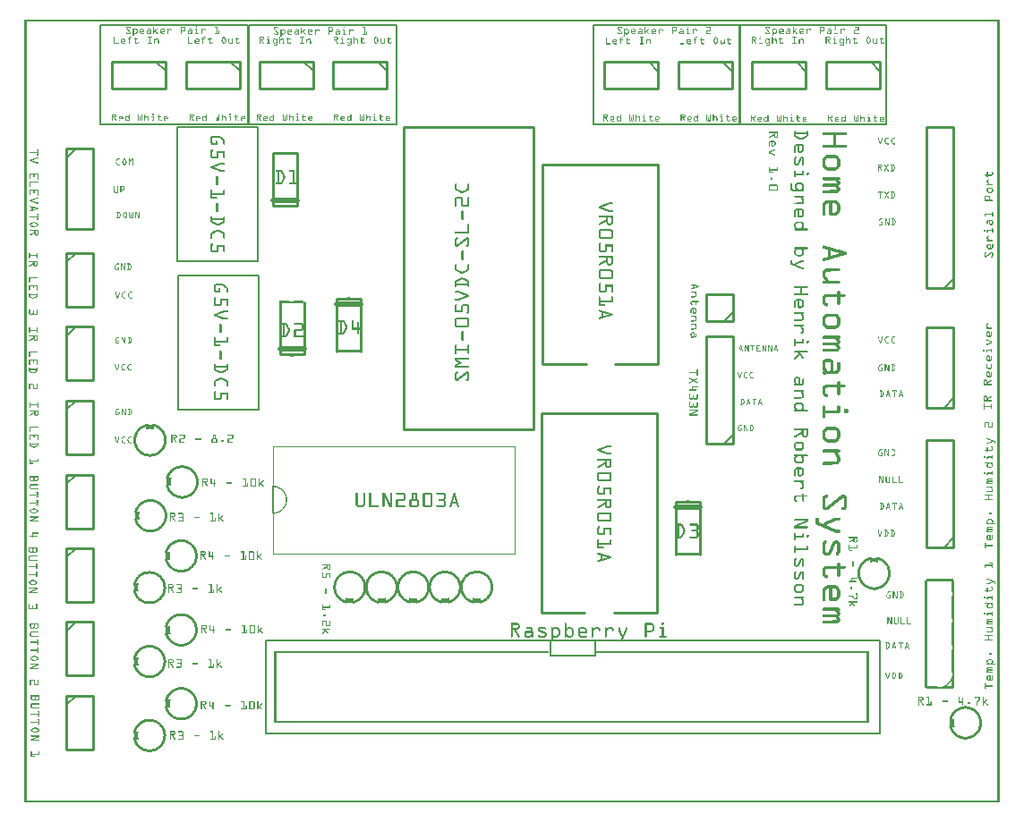
<source format=gto>
G04 MADE WITH FRITZING*
G04 WWW.FRITZING.ORG*
G04 DOUBLE SIDED*
G04 HOLES PLATED*
G04 CONTOUR ON CENTER OF CONTOUR VECTOR*
%ASAXBY*%
%FSLAX23Y23*%
%MOIN*%
%OFA0B0*%
%SFA1.0B1.0*%
%ADD10R,0.551181X0.375774X0.540241X0.364834*%
%ADD11C,0.005470*%
%ADD12R,0.555118X0.375813X0.544100X0.364795*%
%ADD13C,0.005509*%
%ADD14R,0.557668X0.375839X0.546598X0.364769*%
%ADD15C,0.005535*%
%ADD16R,2.295200X0.354200X2.279200X0.338200*%
%ADD17C,0.008000*%
%ADD18R,0.173200X0.063000X0.157200X0.047000*%
%ADD19R,0.904743X0.404743X0.895257X0.395257*%
%ADD20C,0.004743*%
%ADD21C,0.010000*%
%ADD22C,0.005000*%
%ADD23C,0.020000*%
%ADD24C,0.011264*%
%ADD25C,0.008913*%
%ADD26R,0.001000X0.001000*%
%LNSILK1*%
G90*
G70*
G54D11*
X2663Y2897D02*
X3209Y2897D01*
X3209Y2527D01*
X2663Y2527D01*
X2663Y2897D01*
D02*
X2118Y2897D02*
X2664Y2897D01*
X2664Y2527D01*
X2118Y2527D01*
X2118Y2897D01*
D02*
G54D13*
X835Y2897D02*
X1384Y2897D01*
X1384Y2527D01*
X835Y2527D01*
X835Y2897D01*
D02*
G54D15*
X281Y2897D02*
X833Y2897D01*
X833Y2527D01*
X281Y2527D01*
X281Y2897D01*
D02*
G54D17*
X898Y604D02*
X3185Y604D01*
X3185Y258D01*
X898Y258D01*
X898Y604D01*
D02*
X1959Y604D02*
X2124Y604D01*
X2124Y549D01*
X1959Y549D01*
X1959Y604D01*
D02*
G54D20*
X926Y1328D02*
X1826Y1328D01*
X1826Y928D01*
X926Y928D01*
X926Y1328D01*
D02*
G54D21*
X2640Y1337D02*
X2640Y1737D01*
D02*
X2640Y1737D02*
X2540Y1737D01*
D02*
X2540Y1737D02*
X2540Y1337D01*
D02*
X2540Y1337D02*
X2640Y1337D01*
G54D22*
D02*
X2640Y1372D02*
X2605Y1337D01*
G54D21*
D02*
X3459Y1916D02*
X3459Y2516D01*
D02*
X3459Y2516D02*
X3359Y2516D01*
D02*
X3359Y2516D02*
X3359Y1916D01*
D02*
X3359Y1916D02*
X3459Y1916D01*
G54D22*
D02*
X3459Y1951D02*
X3424Y1916D01*
G54D21*
D02*
X2640Y1794D02*
X2640Y1894D01*
D02*
X2640Y1894D02*
X2540Y1894D01*
D02*
X2540Y1894D02*
X2540Y1794D01*
D02*
X2540Y1794D02*
X2640Y1794D01*
G54D22*
D02*
X2640Y1829D02*
X2605Y1794D01*
G54D21*
D02*
X3459Y1471D02*
X3459Y1771D01*
D02*
X3459Y1771D02*
X3359Y1771D01*
D02*
X3359Y1771D02*
X3359Y1471D01*
D02*
X3359Y1471D02*
X3459Y1471D01*
G54D22*
D02*
X3459Y1506D02*
X3424Y1471D01*
G54D17*
D02*
X868Y2018D02*
X568Y2018D01*
D02*
X568Y2018D02*
X568Y2518D01*
D02*
X568Y2518D02*
X868Y2518D01*
D02*
X868Y2518D02*
X868Y2018D01*
D02*
X872Y1463D02*
X572Y1463D01*
D02*
X572Y1463D02*
X572Y1963D01*
D02*
X572Y1963D02*
X872Y1963D01*
D02*
X872Y1963D02*
X872Y1463D01*
G54D21*
D02*
X2635Y2760D02*
X2435Y2760D01*
D02*
X2435Y2760D02*
X2435Y2660D01*
D02*
X2435Y2660D02*
X2635Y2660D01*
D02*
X2635Y2660D02*
X2635Y2760D01*
G54D22*
D02*
X2600Y2760D02*
X2635Y2725D01*
G54D21*
D02*
X1350Y2761D02*
X1150Y2761D01*
D02*
X1150Y2761D02*
X1150Y2661D01*
D02*
X1150Y2661D02*
X1350Y2661D01*
D02*
X1350Y2661D02*
X1350Y2761D01*
G54D22*
D02*
X1315Y2761D02*
X1350Y2726D01*
G54D21*
D02*
X3186Y2760D02*
X2986Y2760D01*
D02*
X2986Y2760D02*
X2986Y2660D01*
D02*
X2986Y2660D02*
X3186Y2660D01*
D02*
X3186Y2660D02*
X3186Y2760D01*
G54D22*
D02*
X3151Y2760D02*
X3186Y2725D01*
G54D21*
D02*
X802Y2761D02*
X602Y2761D01*
D02*
X602Y2761D02*
X602Y2661D01*
D02*
X602Y2661D02*
X802Y2661D01*
D02*
X802Y2661D02*
X802Y2761D01*
G54D22*
D02*
X767Y2761D02*
X802Y2726D01*
G54D21*
D02*
X1075Y2761D02*
X875Y2761D01*
D02*
X875Y2761D02*
X875Y2661D01*
D02*
X875Y2661D02*
X1075Y2661D01*
D02*
X1075Y2661D02*
X1075Y2761D01*
G54D22*
D02*
X1040Y2761D02*
X1075Y2726D01*
G54D21*
D02*
X525Y2761D02*
X325Y2761D01*
D02*
X325Y2761D02*
X325Y2661D01*
D02*
X325Y2661D02*
X525Y2661D01*
D02*
X525Y2661D02*
X525Y2761D01*
G54D22*
D02*
X490Y2761D02*
X525Y2726D01*
G54D21*
D02*
X2910Y2760D02*
X2710Y2760D01*
D02*
X2710Y2760D02*
X2710Y2660D01*
D02*
X2710Y2660D02*
X2910Y2660D01*
D02*
X2910Y2660D02*
X2910Y2760D01*
G54D22*
D02*
X2875Y2760D02*
X2910Y2725D01*
G54D21*
D02*
X2360Y2760D02*
X2160Y2760D01*
D02*
X2160Y2760D02*
X2160Y2660D01*
D02*
X2160Y2660D02*
X2360Y2660D01*
D02*
X2360Y2660D02*
X2360Y2760D01*
G54D22*
D02*
X2325Y2760D02*
X2360Y2725D01*
G54D21*
D02*
X157Y2048D02*
X157Y1848D01*
D02*
X157Y1848D02*
X257Y1848D01*
D02*
X257Y1848D02*
X257Y2048D01*
D02*
X257Y2048D02*
X157Y2048D01*
G54D22*
D02*
X157Y2013D02*
X192Y2048D01*
G54D21*
D02*
X157Y1498D02*
X157Y1298D01*
D02*
X157Y1298D02*
X257Y1298D01*
D02*
X257Y1298D02*
X257Y1498D01*
D02*
X257Y1498D02*
X157Y1498D01*
G54D22*
D02*
X157Y1463D02*
X192Y1498D01*
G54D21*
D02*
X157Y1774D02*
X157Y1574D01*
D02*
X157Y1574D02*
X257Y1574D01*
D02*
X257Y1574D02*
X257Y1774D01*
D02*
X257Y1774D02*
X157Y1774D01*
G54D22*
D02*
X157Y1739D02*
X192Y1774D01*
G54D21*
D02*
X157Y398D02*
X157Y198D01*
D02*
X157Y198D02*
X257Y198D01*
D02*
X257Y198D02*
X257Y398D01*
D02*
X257Y398D02*
X157Y398D01*
G54D22*
D02*
X157Y363D02*
X192Y398D01*
G54D21*
D02*
X157Y1222D02*
X157Y1022D01*
D02*
X157Y1022D02*
X257Y1022D01*
D02*
X257Y1022D02*
X257Y1222D01*
D02*
X257Y1222D02*
X157Y1222D01*
G54D22*
D02*
X157Y1187D02*
X192Y1222D01*
G54D21*
D02*
X157Y949D02*
X157Y749D01*
D02*
X157Y749D02*
X257Y749D01*
D02*
X257Y749D02*
X257Y949D01*
D02*
X257Y949D02*
X157Y949D01*
G54D22*
D02*
X157Y914D02*
X192Y949D01*
G54D21*
D02*
X157Y674D02*
X157Y474D01*
D02*
X157Y474D02*
X257Y474D01*
D02*
X257Y474D02*
X257Y674D01*
D02*
X257Y674D02*
X157Y674D01*
G54D22*
D02*
X157Y639D02*
X192Y674D01*
G54D21*
D02*
X156Y2437D02*
X156Y2137D01*
D02*
X156Y2137D02*
X256Y2137D01*
D02*
X256Y2137D02*
X256Y2437D01*
D02*
X256Y2437D02*
X156Y2437D01*
G54D22*
D02*
X156Y2402D02*
X191Y2437D01*
G54D21*
D02*
X1253Y1877D02*
X1253Y1682D01*
D02*
X1163Y1682D02*
X1163Y1877D01*
D02*
X1163Y1877D02*
X1253Y1877D01*
G54D23*
D02*
X1163Y1857D02*
X1253Y1857D01*
G54D21*
D02*
X2517Y1120D02*
X2517Y925D01*
D02*
X2427Y925D02*
X2427Y1120D01*
D02*
X2427Y1120D02*
X2517Y1120D01*
G54D23*
D02*
X2427Y1100D02*
X2517Y1100D01*
G54D21*
D02*
X951Y1670D02*
X951Y1865D01*
D02*
X1041Y1865D02*
X1041Y1670D01*
D02*
X1041Y1670D02*
X951Y1670D01*
G54D23*
D02*
X1041Y1690D02*
X951Y1690D01*
G54D21*
D02*
X927Y2225D02*
X927Y2420D01*
D02*
X1017Y2420D02*
X1017Y2225D01*
D02*
X1017Y2225D02*
X927Y2225D01*
G54D23*
D02*
X1017Y2245D02*
X927Y2245D01*
G54D21*
D02*
X3459Y952D02*
X3459Y1352D01*
D02*
X3459Y1352D02*
X3359Y1352D01*
D02*
X3359Y1352D02*
X3359Y952D01*
D02*
X3359Y952D02*
X3459Y952D01*
G54D22*
D02*
X3459Y987D02*
X3424Y952D01*
G54D24*
D02*
X1411Y1390D02*
X1897Y1390D01*
D02*
X1897Y1390D02*
X1897Y2517D01*
D02*
X1897Y2517D02*
X1411Y2517D01*
D02*
X1411Y2517D02*
X1411Y1390D01*
G54D25*
X2091Y1634D02*
X1930Y1634D01*
X1930Y2376D01*
X2358Y2376D01*
X2358Y1634D01*
X2198Y1634D01*
D02*
X2087Y709D02*
X1926Y709D01*
X1926Y1451D01*
X2354Y1451D01*
X2354Y709D01*
X2194Y709D01*
D02*
G54D26*
X0Y2917D02*
X3630Y2917D01*
X0Y2916D02*
X3630Y2916D01*
X0Y2915D02*
X3630Y2915D01*
X0Y2914D02*
X3630Y2914D01*
X0Y2913D02*
X3630Y2913D01*
X0Y2912D02*
X3630Y2912D01*
X0Y2911D02*
X3630Y2911D01*
X0Y2910D02*
X3630Y2910D01*
X0Y2909D02*
X7Y2909D01*
X3623Y2909D02*
X3630Y2909D01*
X0Y2908D02*
X7Y2908D01*
X3623Y2908D02*
X3630Y2908D01*
X0Y2907D02*
X7Y2907D01*
X3623Y2907D02*
X3630Y2907D01*
X0Y2906D02*
X7Y2906D01*
X3623Y2906D02*
X3630Y2906D01*
X0Y2905D02*
X7Y2905D01*
X3623Y2905D02*
X3630Y2905D01*
X0Y2904D02*
X7Y2904D01*
X3623Y2904D02*
X3630Y2904D01*
X0Y2903D02*
X7Y2903D01*
X3623Y2903D02*
X3630Y2903D01*
X0Y2902D02*
X7Y2902D01*
X3623Y2902D02*
X3630Y2902D01*
X0Y2901D02*
X7Y2901D01*
X3623Y2901D02*
X3630Y2901D01*
X0Y2900D02*
X7Y2900D01*
X3623Y2900D02*
X3630Y2900D01*
X0Y2899D02*
X7Y2899D01*
X3623Y2899D02*
X3630Y2899D01*
X0Y2898D02*
X7Y2898D01*
X3623Y2898D02*
X3630Y2898D01*
X0Y2897D02*
X7Y2897D01*
X3623Y2897D02*
X3630Y2897D01*
X0Y2896D02*
X7Y2896D01*
X3623Y2896D02*
X3630Y2896D01*
X0Y2895D02*
X7Y2895D01*
X3623Y2895D02*
X3630Y2895D01*
X0Y2894D02*
X7Y2894D01*
X3623Y2894D02*
X3630Y2894D01*
X0Y2893D02*
X7Y2893D01*
X639Y2893D02*
X642Y2893D01*
X3020Y2893D02*
X3023Y2893D01*
X3623Y2893D02*
X3630Y2893D01*
X0Y2892D02*
X7Y2892D01*
X638Y2892D02*
X643Y2892D01*
X2469Y2892D02*
X2471Y2892D01*
X3019Y2892D02*
X3023Y2892D01*
X3623Y2892D02*
X3630Y2892D01*
X0Y2891D02*
X7Y2891D01*
X380Y2891D02*
X393Y2891D01*
X481Y2891D02*
X483Y2891D01*
X582Y2891D02*
X596Y2891D01*
X638Y2891D02*
X643Y2891D01*
X710Y2891D02*
X719Y2891D01*
X1189Y2891D02*
X1192Y2891D01*
X2468Y2891D02*
X2472Y2891D01*
X2761Y2891D02*
X2774Y2891D01*
X2861Y2891D02*
X2863Y2891D01*
X2963Y2891D02*
X2977Y2891D01*
X3019Y2891D02*
X3023Y2891D01*
X3090Y2891D02*
X3105Y2891D01*
X3623Y2891D02*
X3630Y2891D01*
X0Y2890D02*
X7Y2890D01*
X379Y2890D02*
X394Y2890D01*
X480Y2890D02*
X483Y2890D01*
X582Y2890D02*
X598Y2890D01*
X638Y2890D02*
X643Y2890D01*
X710Y2890D02*
X719Y2890D01*
X1188Y2890D02*
X1193Y2890D01*
X2210Y2890D02*
X2222Y2890D01*
X2311Y2890D02*
X2312Y2890D01*
X2412Y2890D02*
X2426Y2890D01*
X2468Y2890D02*
X2472Y2890D01*
X2540Y2890D02*
X2554Y2890D01*
X2760Y2890D02*
X2775Y2890D01*
X2861Y2890D02*
X2864Y2890D01*
X2963Y2890D02*
X2978Y2890D01*
X3019Y2890D02*
X3023Y2890D01*
X3090Y2890D02*
X3106Y2890D01*
X3623Y2890D02*
X3630Y2890D01*
X0Y2889D02*
X7Y2889D01*
X379Y2889D02*
X395Y2889D01*
X480Y2889D02*
X483Y2889D01*
X582Y2889D02*
X598Y2889D01*
X639Y2889D02*
X642Y2889D01*
X710Y2889D02*
X719Y2889D01*
X930Y2889D02*
X943Y2889D01*
X1031Y2889D02*
X1033Y2889D01*
X1132Y2889D02*
X1146Y2889D01*
X1188Y2889D02*
X1193Y2889D01*
X1260Y2889D02*
X1269Y2889D01*
X2209Y2889D02*
X2224Y2889D01*
X2310Y2889D02*
X2313Y2889D01*
X2412Y2889D02*
X2427Y2889D01*
X2468Y2889D02*
X2472Y2889D01*
X2539Y2889D02*
X2555Y2889D01*
X2759Y2889D02*
X2775Y2889D01*
X2861Y2889D02*
X2864Y2889D01*
X2963Y2889D02*
X2979Y2889D01*
X3019Y2889D02*
X3023Y2889D01*
X3091Y2889D02*
X3107Y2889D01*
X3623Y2889D02*
X3630Y2889D01*
X0Y2888D02*
X7Y2888D01*
X379Y2888D02*
X381Y2888D01*
X392Y2888D02*
X395Y2888D01*
X480Y2888D02*
X483Y2888D01*
X582Y2888D02*
X585Y2888D01*
X595Y2888D02*
X599Y2888D01*
X716Y2888D02*
X719Y2888D01*
X929Y2888D02*
X944Y2888D01*
X1030Y2888D02*
X1033Y2888D01*
X1132Y2888D02*
X1147Y2888D01*
X1188Y2888D02*
X1193Y2888D01*
X1260Y2888D02*
X1269Y2888D01*
X2209Y2888D02*
X2224Y2888D01*
X2310Y2888D02*
X2313Y2888D01*
X2412Y2888D02*
X2428Y2888D01*
X2468Y2888D02*
X2472Y2888D01*
X2539Y2888D02*
X2556Y2888D01*
X2759Y2888D02*
X2762Y2888D01*
X2773Y2888D02*
X2776Y2888D01*
X2861Y2888D02*
X2864Y2888D01*
X2963Y2888D02*
X2966Y2888D01*
X2976Y2888D02*
X2979Y2888D01*
X3104Y2888D02*
X3107Y2888D01*
X3623Y2888D02*
X3630Y2888D01*
X0Y2887D02*
X7Y2887D01*
X379Y2887D02*
X382Y2887D01*
X393Y2887D02*
X395Y2887D01*
X480Y2887D02*
X483Y2887D01*
X582Y2887D02*
X585Y2887D01*
X596Y2887D02*
X599Y2887D01*
X716Y2887D02*
X719Y2887D01*
X929Y2887D02*
X945Y2887D01*
X1030Y2887D02*
X1033Y2887D01*
X1132Y2887D02*
X1148Y2887D01*
X1189Y2887D02*
X1192Y2887D01*
X1260Y2887D02*
X1269Y2887D01*
X2208Y2887D02*
X2211Y2887D01*
X2221Y2887D02*
X2225Y2887D01*
X2310Y2887D02*
X2313Y2887D01*
X2412Y2887D02*
X2415Y2887D01*
X2425Y2887D02*
X2428Y2887D01*
X2553Y2887D02*
X2556Y2887D01*
X2759Y2887D02*
X2762Y2887D01*
X2773Y2887D02*
X2776Y2887D01*
X2861Y2887D02*
X2864Y2887D01*
X2963Y2887D02*
X2965Y2887D01*
X2977Y2887D02*
X2979Y2887D01*
X3104Y2887D02*
X3107Y2887D01*
X3623Y2887D02*
X3630Y2887D01*
X0Y2886D02*
X7Y2886D01*
X379Y2886D02*
X383Y2886D01*
X393Y2886D02*
X395Y2886D01*
X480Y2886D02*
X483Y2886D01*
X582Y2886D02*
X585Y2886D01*
X596Y2886D02*
X599Y2886D01*
X716Y2886D02*
X719Y2886D01*
X929Y2886D02*
X932Y2886D01*
X942Y2886D02*
X945Y2886D01*
X1030Y2886D02*
X1033Y2886D01*
X1132Y2886D02*
X1135Y2886D01*
X1145Y2886D02*
X1149Y2886D01*
X1266Y2886D02*
X1269Y2886D01*
X2208Y2886D02*
X2211Y2886D01*
X2222Y2886D02*
X2225Y2886D01*
X2310Y2886D02*
X2313Y2886D01*
X2412Y2886D02*
X2414Y2886D01*
X2426Y2886D02*
X2428Y2886D01*
X2553Y2886D02*
X2556Y2886D01*
X2760Y2886D02*
X2763Y2886D01*
X2774Y2886D02*
X2775Y2886D01*
X2861Y2886D02*
X2864Y2886D01*
X2963Y2886D02*
X2965Y2886D01*
X2977Y2886D02*
X2979Y2886D01*
X3104Y2886D02*
X3107Y2886D01*
X3623Y2886D02*
X3630Y2886D01*
X0Y2885D02*
X7Y2885D01*
X380Y2885D02*
X383Y2885D01*
X405Y2885D02*
X406Y2885D01*
X411Y2885D02*
X413Y2885D01*
X480Y2885D02*
X483Y2885D01*
X582Y2885D02*
X585Y2885D01*
X596Y2885D02*
X599Y2885D01*
X716Y2885D02*
X719Y2885D01*
X929Y2885D02*
X932Y2885D01*
X943Y2885D02*
X945Y2885D01*
X1030Y2885D02*
X1033Y2885D01*
X1132Y2885D02*
X1135Y2885D01*
X1146Y2885D02*
X1149Y2885D01*
X1266Y2885D02*
X1269Y2885D01*
X2209Y2885D02*
X2212Y2885D01*
X2223Y2885D02*
X2225Y2885D01*
X2310Y2885D02*
X2313Y2885D01*
X2412Y2885D02*
X2414Y2885D01*
X2426Y2885D02*
X2429Y2885D01*
X2553Y2885D02*
X2556Y2885D01*
X2760Y2885D02*
X2764Y2885D01*
X2786Y2885D02*
X2786Y2885D01*
X2792Y2885D02*
X2794Y2885D01*
X2861Y2885D02*
X2864Y2885D01*
X2963Y2885D02*
X2965Y2885D01*
X2977Y2885D02*
X2979Y2885D01*
X3104Y2885D02*
X3107Y2885D01*
X3623Y2885D02*
X3630Y2885D01*
X0Y2884D02*
X7Y2884D01*
X381Y2884D02*
X384Y2884D01*
X404Y2884D02*
X407Y2884D01*
X409Y2884D02*
X416Y2884D01*
X434Y2884D02*
X442Y2884D01*
X459Y2884D02*
X468Y2884D01*
X480Y2884D02*
X483Y2884D01*
X493Y2884D02*
X495Y2884D01*
X510Y2884D02*
X518Y2884D01*
X532Y2884D02*
X533Y2884D01*
X539Y2884D02*
X545Y2884D01*
X582Y2884D02*
X585Y2884D01*
X596Y2884D02*
X599Y2884D01*
X612Y2884D02*
X621Y2884D01*
X636Y2884D02*
X642Y2884D01*
X659Y2884D02*
X660Y2884D01*
X666Y2884D02*
X672Y2884D01*
X716Y2884D02*
X719Y2884D01*
X929Y2884D02*
X932Y2884D01*
X943Y2884D02*
X945Y2884D01*
X1030Y2884D02*
X1033Y2884D01*
X1132Y2884D02*
X1135Y2884D01*
X1146Y2884D02*
X1149Y2884D01*
X1266Y2884D02*
X1269Y2884D01*
X2209Y2884D02*
X2213Y2884D01*
X2310Y2884D02*
X2313Y2884D01*
X2412Y2884D02*
X2414Y2884D01*
X2426Y2884D02*
X2429Y2884D01*
X2553Y2884D02*
X2556Y2884D01*
X2761Y2884D02*
X2765Y2884D01*
X2785Y2884D02*
X2787Y2884D01*
X2790Y2884D02*
X2796Y2884D01*
X2815Y2884D02*
X2822Y2884D01*
X2840Y2884D02*
X2848Y2884D01*
X2861Y2884D02*
X2864Y2884D01*
X2874Y2884D02*
X2875Y2884D01*
X2891Y2884D02*
X2898Y2884D01*
X2913Y2884D02*
X2914Y2884D01*
X2920Y2884D02*
X2925Y2884D01*
X2963Y2884D02*
X2965Y2884D01*
X2977Y2884D02*
X2979Y2884D01*
X2993Y2884D02*
X3001Y2884D01*
X3016Y2884D02*
X3023Y2884D01*
X3040Y2884D02*
X3041Y2884D01*
X3047Y2884D02*
X3052Y2884D01*
X3104Y2884D02*
X3107Y2884D01*
X3623Y2884D02*
X3630Y2884D01*
X0Y2883D02*
X7Y2883D01*
X381Y2883D02*
X385Y2883D01*
X404Y2883D02*
X417Y2883D01*
X433Y2883D02*
X443Y2883D01*
X459Y2883D02*
X469Y2883D01*
X480Y2883D02*
X483Y2883D01*
X492Y2883D02*
X495Y2883D01*
X509Y2883D02*
X520Y2883D01*
X531Y2883D02*
X534Y2883D01*
X538Y2883D02*
X546Y2883D01*
X582Y2883D02*
X585Y2883D01*
X596Y2883D02*
X599Y2883D01*
X611Y2883D02*
X622Y2883D01*
X635Y2883D02*
X643Y2883D01*
X659Y2883D02*
X661Y2883D01*
X665Y2883D02*
X673Y2883D01*
X716Y2883D02*
X719Y2883D01*
X930Y2883D02*
X933Y2883D01*
X1030Y2883D02*
X1033Y2883D01*
X1132Y2883D02*
X1135Y2883D01*
X1146Y2883D02*
X1149Y2883D01*
X1266Y2883D02*
X1269Y2883D01*
X2210Y2883D02*
X2214Y2883D01*
X2234Y2883D02*
X2236Y2883D01*
X2239Y2883D02*
X2245Y2883D01*
X2265Y2883D02*
X2271Y2883D01*
X2289Y2883D02*
X2297Y2883D01*
X2310Y2883D02*
X2313Y2883D01*
X2324Y2883D02*
X2324Y2883D01*
X2341Y2883D02*
X2347Y2883D01*
X2362Y2883D02*
X2362Y2883D01*
X2369Y2883D02*
X2373Y2883D01*
X2412Y2883D02*
X2414Y2883D01*
X2426Y2883D02*
X2429Y2883D01*
X2442Y2883D02*
X2449Y2883D01*
X2466Y2883D02*
X2471Y2883D01*
X2489Y2883D02*
X2490Y2883D01*
X2496Y2883D02*
X2501Y2883D01*
X2553Y2883D02*
X2556Y2883D01*
X2762Y2883D02*
X2765Y2883D01*
X2785Y2883D02*
X2787Y2883D01*
X2789Y2883D02*
X2797Y2883D01*
X2813Y2883D02*
X2824Y2883D01*
X2839Y2883D02*
X2850Y2883D01*
X2861Y2883D02*
X2864Y2883D01*
X2873Y2883D02*
X2876Y2883D01*
X2890Y2883D02*
X2900Y2883D01*
X2912Y2883D02*
X2914Y2883D01*
X2918Y2883D02*
X2927Y2883D01*
X2963Y2883D02*
X2965Y2883D01*
X2977Y2883D02*
X2979Y2883D01*
X2992Y2883D02*
X3003Y2883D01*
X3016Y2883D02*
X3023Y2883D01*
X3039Y2883D02*
X3042Y2883D01*
X3046Y2883D02*
X3054Y2883D01*
X3104Y2883D02*
X3107Y2883D01*
X3623Y2883D02*
X3630Y2883D01*
X0Y2882D02*
X7Y2882D01*
X382Y2882D02*
X386Y2882D01*
X404Y2882D02*
X418Y2882D01*
X431Y2882D02*
X444Y2882D01*
X459Y2882D02*
X470Y2882D01*
X480Y2882D02*
X483Y2882D01*
X491Y2882D02*
X495Y2882D01*
X508Y2882D02*
X521Y2882D01*
X531Y2882D02*
X534Y2882D01*
X537Y2882D02*
X547Y2882D01*
X582Y2882D02*
X585Y2882D01*
X596Y2882D02*
X599Y2882D01*
X611Y2882D02*
X623Y2882D01*
X635Y2882D02*
X643Y2882D01*
X659Y2882D02*
X661Y2882D01*
X664Y2882D02*
X674Y2882D01*
X716Y2882D02*
X719Y2882D01*
X930Y2882D02*
X934Y2882D01*
X954Y2882D02*
X956Y2882D01*
X960Y2882D02*
X965Y2882D01*
X985Y2882D02*
X991Y2882D01*
X1010Y2882D02*
X1017Y2882D01*
X1030Y2882D02*
X1033Y2882D01*
X1044Y2882D02*
X1044Y2882D01*
X1061Y2882D02*
X1067Y2882D01*
X1082Y2882D02*
X1083Y2882D01*
X1089Y2882D02*
X1094Y2882D01*
X1132Y2882D02*
X1135Y2882D01*
X1146Y2882D02*
X1149Y2882D01*
X1162Y2882D02*
X1170Y2882D01*
X1186Y2882D02*
X1192Y2882D01*
X1210Y2882D02*
X1210Y2882D01*
X1217Y2882D02*
X1221Y2882D01*
X1266Y2882D02*
X1269Y2882D01*
X2211Y2882D02*
X2214Y2882D01*
X2234Y2882D02*
X2236Y2882D01*
X2238Y2882D02*
X2246Y2882D01*
X2263Y2882D02*
X2273Y2882D01*
X2288Y2882D02*
X2299Y2882D01*
X2310Y2882D02*
X2313Y2882D01*
X2322Y2882D02*
X2325Y2882D01*
X2339Y2882D02*
X2349Y2882D01*
X2361Y2882D02*
X2363Y2882D01*
X2368Y2882D02*
X2375Y2882D01*
X2412Y2882D02*
X2414Y2882D01*
X2426Y2882D02*
X2429Y2882D01*
X2441Y2882D02*
X2451Y2882D01*
X2465Y2882D02*
X2472Y2882D01*
X2488Y2882D02*
X2491Y2882D01*
X2495Y2882D02*
X2503Y2882D01*
X2553Y2882D02*
X2556Y2882D01*
X2763Y2882D02*
X2766Y2882D01*
X2785Y2882D02*
X2799Y2882D01*
X2812Y2882D02*
X2825Y2882D01*
X2839Y2882D02*
X2851Y2882D01*
X2861Y2882D02*
X2864Y2882D01*
X2872Y2882D02*
X2876Y2882D01*
X2888Y2882D02*
X2901Y2882D01*
X2912Y2882D02*
X2915Y2882D01*
X2917Y2882D02*
X2928Y2882D01*
X2963Y2882D02*
X2965Y2882D01*
X2977Y2882D02*
X2979Y2882D01*
X2992Y2882D02*
X3003Y2882D01*
X3016Y2882D02*
X3023Y2882D01*
X3039Y2882D02*
X3042Y2882D01*
X3044Y2882D02*
X3055Y2882D01*
X3104Y2882D02*
X3107Y2882D01*
X3623Y2882D02*
X3630Y2882D01*
X0Y2881D02*
X7Y2881D01*
X383Y2881D02*
X386Y2881D01*
X404Y2881D02*
X410Y2881D01*
X415Y2881D02*
X419Y2881D01*
X431Y2881D02*
X445Y2881D01*
X460Y2881D02*
X471Y2881D01*
X480Y2881D02*
X483Y2881D01*
X490Y2881D02*
X494Y2881D01*
X507Y2881D02*
X521Y2881D01*
X531Y2881D02*
X548Y2881D01*
X582Y2881D02*
X585Y2881D01*
X596Y2881D02*
X599Y2881D01*
X612Y2881D02*
X623Y2881D01*
X636Y2881D02*
X643Y2881D01*
X659Y2881D02*
X675Y2881D01*
X716Y2881D02*
X719Y2881D01*
X931Y2881D02*
X935Y2881D01*
X954Y2881D02*
X967Y2881D01*
X983Y2881D02*
X993Y2881D01*
X1009Y2881D02*
X1019Y2881D01*
X1030Y2881D02*
X1033Y2881D01*
X1042Y2881D02*
X1045Y2881D01*
X1059Y2881D02*
X1069Y2881D01*
X1081Y2881D02*
X1084Y2881D01*
X1088Y2881D02*
X1096Y2881D01*
X1132Y2881D02*
X1135Y2881D01*
X1146Y2881D02*
X1149Y2881D01*
X1161Y2881D02*
X1172Y2881D01*
X1185Y2881D02*
X1193Y2881D01*
X1209Y2881D02*
X1211Y2881D01*
X1215Y2881D02*
X1223Y2881D01*
X1266Y2881D02*
X1269Y2881D01*
X2212Y2881D02*
X2215Y2881D01*
X2234Y2881D02*
X2247Y2881D01*
X2261Y2881D02*
X2274Y2881D01*
X2288Y2881D02*
X2300Y2881D01*
X2310Y2881D02*
X2313Y2881D01*
X2321Y2881D02*
X2325Y2881D01*
X2338Y2881D02*
X2350Y2881D01*
X2361Y2881D02*
X2364Y2881D01*
X2367Y2881D02*
X2376Y2881D01*
X2412Y2881D02*
X2414Y2881D01*
X2426Y2881D02*
X2429Y2881D01*
X2441Y2881D02*
X2452Y2881D01*
X2465Y2881D02*
X2472Y2881D01*
X2488Y2881D02*
X2491Y2881D01*
X2494Y2881D02*
X2504Y2881D01*
X2553Y2881D02*
X2556Y2881D01*
X2763Y2881D02*
X2767Y2881D01*
X2785Y2881D02*
X2791Y2881D01*
X2795Y2881D02*
X2800Y2881D01*
X2811Y2881D02*
X2826Y2881D01*
X2840Y2881D02*
X2851Y2881D01*
X2861Y2881D02*
X2864Y2881D01*
X2870Y2881D02*
X2875Y2881D01*
X2888Y2881D02*
X2902Y2881D01*
X2912Y2881D02*
X2928Y2881D01*
X2963Y2881D02*
X2965Y2881D01*
X2977Y2881D02*
X2979Y2881D01*
X2993Y2881D02*
X3004Y2881D01*
X3017Y2881D02*
X3023Y2881D01*
X3039Y2881D02*
X3055Y2881D01*
X3104Y2881D02*
X3107Y2881D01*
X3623Y2881D02*
X3630Y2881D01*
X0Y2880D02*
X7Y2880D01*
X384Y2880D02*
X387Y2880D01*
X404Y2880D02*
X409Y2880D01*
X416Y2880D02*
X420Y2880D01*
X430Y2880D02*
X433Y2880D01*
X442Y2880D02*
X446Y2880D01*
X468Y2880D02*
X471Y2880D01*
X480Y2880D02*
X483Y2880D01*
X489Y2880D02*
X493Y2880D01*
X506Y2880D02*
X510Y2880D01*
X519Y2880D02*
X522Y2880D01*
X531Y2880D02*
X539Y2880D01*
X545Y2880D02*
X548Y2880D01*
X582Y2880D02*
X585Y2880D01*
X596Y2880D02*
X599Y2880D01*
X621Y2880D02*
X624Y2880D01*
X640Y2880D02*
X643Y2880D01*
X659Y2880D02*
X666Y2880D01*
X672Y2880D02*
X675Y2880D01*
X716Y2880D02*
X719Y2880D01*
X932Y2880D02*
X935Y2880D01*
X954Y2880D02*
X968Y2880D01*
X982Y2880D02*
X994Y2880D01*
X1009Y2880D02*
X1020Y2880D01*
X1030Y2880D02*
X1033Y2880D01*
X1041Y2880D02*
X1045Y2880D01*
X1058Y2880D02*
X1070Y2880D01*
X1081Y2880D02*
X1084Y2880D01*
X1087Y2880D02*
X1097Y2880D01*
X1132Y2880D02*
X1135Y2880D01*
X1146Y2880D02*
X1149Y2880D01*
X1161Y2880D02*
X1173Y2880D01*
X1185Y2880D02*
X1193Y2880D01*
X1209Y2880D02*
X1211Y2880D01*
X1214Y2880D02*
X1224Y2880D01*
X1266Y2880D02*
X1269Y2880D01*
X2212Y2880D02*
X2216Y2880D01*
X2234Y2880D02*
X2240Y2880D01*
X2244Y2880D02*
X2248Y2880D01*
X2260Y2880D02*
X2275Y2880D01*
X2289Y2880D02*
X2300Y2880D01*
X2310Y2880D02*
X2313Y2880D01*
X2320Y2880D02*
X2324Y2880D01*
X2337Y2880D02*
X2351Y2880D01*
X2361Y2880D02*
X2377Y2880D01*
X2412Y2880D02*
X2414Y2880D01*
X2426Y2880D02*
X2429Y2880D01*
X2442Y2880D02*
X2453Y2880D01*
X2465Y2880D02*
X2472Y2880D01*
X2488Y2880D02*
X2491Y2880D01*
X2493Y2880D02*
X2504Y2880D01*
X2553Y2880D02*
X2556Y2880D01*
X2764Y2880D02*
X2768Y2880D01*
X2785Y2880D02*
X2790Y2880D01*
X2796Y2880D02*
X2800Y2880D01*
X2811Y2880D02*
X2814Y2880D01*
X2823Y2880D02*
X2826Y2880D01*
X2849Y2880D02*
X2852Y2880D01*
X2861Y2880D02*
X2864Y2880D01*
X2869Y2880D02*
X2874Y2880D01*
X2887Y2880D02*
X2890Y2880D01*
X2899Y2880D02*
X2903Y2880D01*
X2912Y2880D02*
X2919Y2880D01*
X2926Y2880D02*
X2928Y2880D01*
X2963Y2880D02*
X2965Y2880D01*
X2977Y2880D02*
X2979Y2880D01*
X3001Y2880D02*
X3004Y2880D01*
X3021Y2880D02*
X3023Y2880D01*
X3039Y2880D02*
X3047Y2880D01*
X3053Y2880D02*
X3056Y2880D01*
X3104Y2880D02*
X3107Y2880D01*
X3623Y2880D02*
X3630Y2880D01*
X0Y2879D02*
X7Y2879D01*
X384Y2879D02*
X388Y2879D01*
X404Y2879D02*
X408Y2879D01*
X417Y2879D02*
X420Y2879D01*
X430Y2879D02*
X432Y2879D01*
X443Y2879D02*
X446Y2879D01*
X469Y2879D02*
X471Y2879D01*
X480Y2879D02*
X483Y2879D01*
X487Y2879D02*
X492Y2879D01*
X506Y2879D02*
X509Y2879D01*
X520Y2879D02*
X522Y2879D01*
X531Y2879D02*
X538Y2879D01*
X545Y2879D02*
X548Y2879D01*
X582Y2879D02*
X585Y2879D01*
X596Y2879D02*
X599Y2879D01*
X621Y2879D02*
X624Y2879D01*
X640Y2879D02*
X643Y2879D01*
X659Y2879D02*
X665Y2879D01*
X673Y2879D02*
X675Y2879D01*
X716Y2879D02*
X719Y2879D01*
X933Y2879D02*
X936Y2879D01*
X954Y2879D02*
X961Y2879D01*
X964Y2879D02*
X969Y2879D01*
X981Y2879D02*
X995Y2879D01*
X1009Y2879D02*
X1021Y2879D01*
X1030Y2879D02*
X1033Y2879D01*
X1040Y2879D02*
X1045Y2879D01*
X1057Y2879D02*
X1071Y2879D01*
X1081Y2879D02*
X1084Y2879D01*
X1086Y2879D02*
X1097Y2879D01*
X1132Y2879D02*
X1135Y2879D01*
X1146Y2879D02*
X1149Y2879D01*
X1162Y2879D02*
X1173Y2879D01*
X1186Y2879D02*
X1193Y2879D01*
X1209Y2879D02*
X1211Y2879D01*
X1213Y2879D02*
X1225Y2879D01*
X1266Y2879D02*
X1269Y2879D01*
X2213Y2879D02*
X2217Y2879D01*
X2234Y2879D02*
X2239Y2879D01*
X2245Y2879D02*
X2249Y2879D01*
X2260Y2879D02*
X2263Y2879D01*
X2272Y2879D02*
X2275Y2879D01*
X2298Y2879D02*
X2301Y2879D01*
X2310Y2879D02*
X2313Y2879D01*
X2319Y2879D02*
X2323Y2879D01*
X2336Y2879D02*
X2340Y2879D01*
X2348Y2879D02*
X2352Y2879D01*
X2361Y2879D02*
X2369Y2879D01*
X2375Y2879D02*
X2377Y2879D01*
X2412Y2879D02*
X2414Y2879D01*
X2426Y2879D02*
X2428Y2879D01*
X2450Y2879D02*
X2453Y2879D01*
X2470Y2879D02*
X2472Y2879D01*
X2488Y2879D02*
X2496Y2879D01*
X2502Y2879D02*
X2505Y2879D01*
X2553Y2879D02*
X2556Y2879D01*
X2765Y2879D02*
X2769Y2879D01*
X2785Y2879D02*
X2789Y2879D01*
X2798Y2879D02*
X2801Y2879D01*
X2810Y2879D02*
X2813Y2879D01*
X2824Y2879D02*
X2827Y2879D01*
X2849Y2879D02*
X2852Y2879D01*
X2861Y2879D02*
X2864Y2879D01*
X2868Y2879D02*
X2873Y2879D01*
X2887Y2879D02*
X2889Y2879D01*
X2900Y2879D02*
X2903Y2879D01*
X2912Y2879D02*
X2918Y2879D01*
X2926Y2879D02*
X2929Y2879D01*
X2963Y2879D02*
X2965Y2879D01*
X2976Y2879D02*
X2979Y2879D01*
X3002Y2879D02*
X3004Y2879D01*
X3021Y2879D02*
X3023Y2879D01*
X3039Y2879D02*
X3046Y2879D01*
X3053Y2879D02*
X3056Y2879D01*
X3091Y2879D02*
X3107Y2879D01*
X3623Y2879D02*
X3630Y2879D01*
X0Y2878D02*
X7Y2878D01*
X385Y2878D02*
X389Y2878D01*
X404Y2878D02*
X407Y2878D01*
X418Y2878D02*
X421Y2878D01*
X430Y2878D02*
X432Y2878D01*
X444Y2878D02*
X446Y2878D01*
X469Y2878D02*
X471Y2878D01*
X480Y2878D02*
X483Y2878D01*
X486Y2878D02*
X491Y2878D01*
X506Y2878D02*
X508Y2878D01*
X520Y2878D02*
X523Y2878D01*
X531Y2878D02*
X536Y2878D01*
X545Y2878D02*
X548Y2878D01*
X582Y2878D02*
X598Y2878D01*
X621Y2878D02*
X624Y2878D01*
X640Y2878D02*
X643Y2878D01*
X659Y2878D02*
X664Y2878D01*
X673Y2878D02*
X675Y2878D01*
X716Y2878D02*
X719Y2878D01*
X933Y2878D02*
X937Y2878D01*
X954Y2878D02*
X959Y2878D01*
X966Y2878D02*
X970Y2878D01*
X980Y2878D02*
X984Y2878D01*
X992Y2878D02*
X996Y2878D01*
X1018Y2878D02*
X1021Y2878D01*
X1030Y2878D02*
X1033Y2878D01*
X1039Y2878D02*
X1043Y2878D01*
X1056Y2878D02*
X1060Y2878D01*
X1068Y2878D02*
X1072Y2878D01*
X1081Y2878D02*
X1089Y2878D01*
X1095Y2878D02*
X1098Y2878D01*
X1132Y2878D02*
X1135Y2878D01*
X1146Y2878D02*
X1149Y2878D01*
X1171Y2878D02*
X1174Y2878D01*
X1190Y2878D02*
X1193Y2878D01*
X1209Y2878D02*
X1216Y2878D01*
X1222Y2878D02*
X1225Y2878D01*
X1266Y2878D02*
X1269Y2878D01*
X2214Y2878D02*
X2217Y2878D01*
X2234Y2878D02*
X2238Y2878D01*
X2246Y2878D02*
X2250Y2878D01*
X2259Y2878D02*
X2262Y2878D01*
X2273Y2878D02*
X2276Y2878D01*
X2298Y2878D02*
X2301Y2878D01*
X2310Y2878D02*
X2313Y2878D01*
X2317Y2878D02*
X2322Y2878D01*
X2336Y2878D02*
X2339Y2878D01*
X2349Y2878D02*
X2352Y2878D01*
X2361Y2878D02*
X2368Y2878D01*
X2375Y2878D02*
X2378Y2878D01*
X2412Y2878D02*
X2414Y2878D01*
X2426Y2878D02*
X2428Y2878D01*
X2451Y2878D02*
X2453Y2878D01*
X2470Y2878D02*
X2472Y2878D01*
X2488Y2878D02*
X2495Y2878D01*
X2502Y2878D02*
X2505Y2878D01*
X2541Y2878D02*
X2556Y2878D01*
X2766Y2878D02*
X2769Y2878D01*
X2785Y2878D02*
X2788Y2878D01*
X2798Y2878D02*
X2801Y2878D01*
X2810Y2878D02*
X2813Y2878D01*
X2824Y2878D02*
X2827Y2878D01*
X2849Y2878D02*
X2852Y2878D01*
X2861Y2878D02*
X2864Y2878D01*
X2867Y2878D02*
X2871Y2878D01*
X2886Y2878D02*
X2889Y2878D01*
X2900Y2878D02*
X2903Y2878D01*
X2912Y2878D02*
X2917Y2878D01*
X2926Y2878D02*
X2928Y2878D01*
X2963Y2878D02*
X2979Y2878D01*
X3002Y2878D02*
X3004Y2878D01*
X3021Y2878D02*
X3023Y2878D01*
X3039Y2878D02*
X3044Y2878D01*
X3053Y2878D02*
X3056Y2878D01*
X3091Y2878D02*
X3106Y2878D01*
X3623Y2878D02*
X3630Y2878D01*
X0Y2877D02*
X7Y2877D01*
X386Y2877D02*
X390Y2877D01*
X404Y2877D02*
X407Y2877D01*
X418Y2877D02*
X421Y2877D01*
X430Y2877D02*
X432Y2877D01*
X444Y2877D02*
X446Y2877D01*
X468Y2877D02*
X471Y2877D01*
X480Y2877D02*
X483Y2877D01*
X485Y2877D02*
X490Y2877D01*
X506Y2877D02*
X508Y2877D01*
X520Y2877D02*
X523Y2877D01*
X531Y2877D02*
X535Y2877D01*
X546Y2877D02*
X547Y2877D01*
X582Y2877D02*
X598Y2877D01*
X621Y2877D02*
X624Y2877D01*
X640Y2877D02*
X643Y2877D01*
X659Y2877D02*
X663Y2877D01*
X673Y2877D02*
X675Y2877D01*
X716Y2877D02*
X719Y2877D01*
X934Y2877D02*
X938Y2877D01*
X954Y2877D02*
X958Y2877D01*
X967Y2877D02*
X970Y2877D01*
X980Y2877D02*
X983Y2877D01*
X993Y2877D02*
X996Y2877D01*
X1018Y2877D02*
X1021Y2877D01*
X1030Y2877D02*
X1033Y2877D01*
X1038Y2877D02*
X1042Y2877D01*
X1056Y2877D02*
X1059Y2877D01*
X1069Y2877D02*
X1072Y2877D01*
X1081Y2877D02*
X1088Y2877D01*
X1095Y2877D02*
X1098Y2877D01*
X1132Y2877D02*
X1135Y2877D01*
X1146Y2877D02*
X1149Y2877D01*
X1171Y2877D02*
X1174Y2877D01*
X1190Y2877D02*
X1193Y2877D01*
X1209Y2877D02*
X1215Y2877D01*
X1223Y2877D02*
X1225Y2877D01*
X1266Y2877D02*
X1269Y2877D01*
X2215Y2877D02*
X2218Y2877D01*
X2234Y2877D02*
X2237Y2877D01*
X2247Y2877D02*
X2250Y2877D01*
X2259Y2877D02*
X2262Y2877D01*
X2273Y2877D02*
X2276Y2877D01*
X2298Y2877D02*
X2301Y2877D01*
X2310Y2877D02*
X2313Y2877D01*
X2316Y2877D02*
X2321Y2877D01*
X2336Y2877D02*
X2338Y2877D01*
X2349Y2877D02*
X2352Y2877D01*
X2361Y2877D02*
X2366Y2877D01*
X2375Y2877D02*
X2378Y2877D01*
X2412Y2877D02*
X2428Y2877D01*
X2451Y2877D02*
X2454Y2877D01*
X2470Y2877D02*
X2472Y2877D01*
X2488Y2877D02*
X2494Y2877D01*
X2502Y2877D02*
X2505Y2877D01*
X2540Y2877D02*
X2555Y2877D01*
X2767Y2877D02*
X2770Y2877D01*
X2785Y2877D02*
X2787Y2877D01*
X2799Y2877D02*
X2801Y2877D01*
X2810Y2877D02*
X2813Y2877D01*
X2824Y2877D02*
X2827Y2877D01*
X2849Y2877D02*
X2852Y2877D01*
X2861Y2877D02*
X2864Y2877D01*
X2866Y2877D02*
X2870Y2877D01*
X2886Y2877D02*
X2889Y2877D01*
X2901Y2877D02*
X2903Y2877D01*
X2912Y2877D02*
X2916Y2877D01*
X2926Y2877D02*
X2928Y2877D01*
X2963Y2877D02*
X2978Y2877D01*
X3002Y2877D02*
X3005Y2877D01*
X3021Y2877D02*
X3023Y2877D01*
X3039Y2877D02*
X3043Y2877D01*
X3054Y2877D02*
X3055Y2877D01*
X3090Y2877D02*
X3105Y2877D01*
X3623Y2877D02*
X3630Y2877D01*
X0Y2876D02*
X7Y2876D01*
X387Y2876D02*
X390Y2876D01*
X404Y2876D02*
X407Y2876D01*
X418Y2876D02*
X421Y2876D01*
X430Y2876D02*
X432Y2876D01*
X444Y2876D02*
X446Y2876D01*
X457Y2876D02*
X471Y2876D01*
X480Y2876D02*
X488Y2876D01*
X506Y2876D02*
X508Y2876D01*
X520Y2876D02*
X523Y2876D01*
X531Y2876D02*
X534Y2876D01*
X582Y2876D02*
X597Y2876D01*
X610Y2876D02*
X624Y2876D01*
X640Y2876D02*
X643Y2876D01*
X659Y2876D02*
X661Y2876D01*
X716Y2876D02*
X719Y2876D01*
X724Y2876D02*
X726Y2876D01*
X935Y2876D02*
X939Y2876D01*
X954Y2876D02*
X957Y2876D01*
X968Y2876D02*
X971Y2876D01*
X980Y2876D02*
X982Y2876D01*
X993Y2876D02*
X996Y2876D01*
X1019Y2876D02*
X1021Y2876D01*
X1030Y2876D02*
X1033Y2876D01*
X1037Y2876D02*
X1041Y2876D01*
X1056Y2876D02*
X1058Y2876D01*
X1070Y2876D02*
X1072Y2876D01*
X1081Y2876D02*
X1087Y2876D01*
X1095Y2876D02*
X1098Y2876D01*
X1132Y2876D02*
X1148Y2876D01*
X1171Y2876D02*
X1174Y2876D01*
X1190Y2876D02*
X1193Y2876D01*
X1209Y2876D02*
X1214Y2876D01*
X1223Y2876D02*
X1225Y2876D01*
X1266Y2876D02*
X1269Y2876D01*
X2215Y2876D02*
X2219Y2876D01*
X2234Y2876D02*
X2236Y2876D01*
X2248Y2876D02*
X2250Y2876D01*
X2259Y2876D02*
X2262Y2876D01*
X2273Y2876D02*
X2276Y2876D01*
X2298Y2876D02*
X2301Y2876D01*
X2310Y2876D02*
X2313Y2876D01*
X2315Y2876D02*
X2320Y2876D01*
X2336Y2876D02*
X2338Y2876D01*
X2350Y2876D02*
X2352Y2876D01*
X2361Y2876D02*
X2365Y2876D01*
X2375Y2876D02*
X2377Y2876D01*
X2412Y2876D02*
X2427Y2876D01*
X2451Y2876D02*
X2454Y2876D01*
X2470Y2876D02*
X2472Y2876D01*
X2488Y2876D02*
X2492Y2876D01*
X2503Y2876D02*
X2505Y2876D01*
X2539Y2876D02*
X2554Y2876D01*
X2767Y2876D02*
X2771Y2876D01*
X2785Y2876D02*
X2787Y2876D01*
X2799Y2876D02*
X2801Y2876D01*
X2810Y2876D02*
X2813Y2876D01*
X2824Y2876D02*
X2827Y2876D01*
X2838Y2876D02*
X2852Y2876D01*
X2861Y2876D02*
X2869Y2876D01*
X2886Y2876D02*
X2889Y2876D01*
X2901Y2876D02*
X2903Y2876D01*
X2912Y2876D02*
X2915Y2876D01*
X2963Y2876D02*
X2977Y2876D01*
X2991Y2876D02*
X3005Y2876D01*
X3021Y2876D02*
X3023Y2876D01*
X3039Y2876D02*
X3042Y2876D01*
X3090Y2876D02*
X3093Y2876D01*
X3623Y2876D02*
X3630Y2876D01*
X0Y2875D02*
X7Y2875D01*
X388Y2875D02*
X391Y2875D01*
X404Y2875D02*
X407Y2875D01*
X418Y2875D02*
X421Y2875D01*
X430Y2875D02*
X446Y2875D01*
X456Y2875D02*
X471Y2875D01*
X480Y2875D02*
X488Y2875D01*
X506Y2875D02*
X523Y2875D01*
X531Y2875D02*
X534Y2875D01*
X582Y2875D02*
X594Y2875D01*
X609Y2875D02*
X624Y2875D01*
X640Y2875D02*
X643Y2875D01*
X659Y2875D02*
X661Y2875D01*
X716Y2875D02*
X719Y2875D01*
X724Y2875D02*
X726Y2875D01*
X936Y2875D02*
X939Y2875D01*
X954Y2875D02*
X957Y2875D01*
X968Y2875D02*
X971Y2875D01*
X980Y2875D02*
X982Y2875D01*
X994Y2875D02*
X996Y2875D01*
X1019Y2875D02*
X1021Y2875D01*
X1030Y2875D02*
X1033Y2875D01*
X1035Y2875D02*
X1040Y2875D01*
X1056Y2875D02*
X1058Y2875D01*
X1070Y2875D02*
X1072Y2875D01*
X1081Y2875D02*
X1086Y2875D01*
X1096Y2875D02*
X1098Y2875D01*
X1132Y2875D02*
X1148Y2875D01*
X1171Y2875D02*
X1174Y2875D01*
X1190Y2875D02*
X1193Y2875D01*
X1209Y2875D02*
X1213Y2875D01*
X1223Y2875D02*
X1225Y2875D01*
X1266Y2875D02*
X1269Y2875D01*
X2216Y2875D02*
X2220Y2875D01*
X2234Y2875D02*
X2236Y2875D01*
X2248Y2875D02*
X2250Y2875D01*
X2259Y2875D02*
X2262Y2875D01*
X2273Y2875D02*
X2276Y2875D01*
X2287Y2875D02*
X2301Y2875D01*
X2310Y2875D02*
X2318Y2875D01*
X2336Y2875D02*
X2338Y2875D01*
X2350Y2875D02*
X2352Y2875D01*
X2361Y2875D02*
X2364Y2875D01*
X2412Y2875D02*
X2427Y2875D01*
X2440Y2875D02*
X2454Y2875D01*
X2470Y2875D02*
X2472Y2875D01*
X2488Y2875D02*
X2491Y2875D01*
X2539Y2875D02*
X2542Y2875D01*
X2768Y2875D02*
X2772Y2875D01*
X2785Y2875D02*
X2787Y2875D01*
X2799Y2875D02*
X2801Y2875D01*
X2810Y2875D02*
X2827Y2875D01*
X2837Y2875D02*
X2852Y2875D01*
X2861Y2875D02*
X2868Y2875D01*
X2886Y2875D02*
X2903Y2875D01*
X2912Y2875D02*
X2915Y2875D01*
X2963Y2875D02*
X2975Y2875D01*
X2990Y2875D02*
X3005Y2875D01*
X3021Y2875D02*
X3023Y2875D01*
X3039Y2875D02*
X3042Y2875D01*
X3090Y2875D02*
X3093Y2875D01*
X3623Y2875D02*
X3630Y2875D01*
X0Y2874D02*
X7Y2874D01*
X388Y2874D02*
X392Y2874D01*
X404Y2874D02*
X407Y2874D01*
X418Y2874D02*
X421Y2874D01*
X430Y2874D02*
X446Y2874D01*
X456Y2874D02*
X471Y2874D01*
X480Y2874D02*
X489Y2874D01*
X506Y2874D02*
X523Y2874D01*
X531Y2874D02*
X534Y2874D01*
X582Y2874D02*
X585Y2874D01*
X608Y2874D02*
X624Y2874D01*
X640Y2874D02*
X643Y2874D01*
X659Y2874D02*
X661Y2874D01*
X716Y2874D02*
X719Y2874D01*
X724Y2874D02*
X726Y2874D01*
X937Y2874D02*
X940Y2874D01*
X954Y2874D02*
X957Y2874D01*
X968Y2874D02*
X971Y2874D01*
X980Y2874D02*
X982Y2874D01*
X994Y2874D02*
X996Y2874D01*
X1008Y2874D02*
X1021Y2874D01*
X1030Y2874D02*
X1039Y2874D01*
X1056Y2874D02*
X1058Y2874D01*
X1070Y2874D02*
X1072Y2874D01*
X1081Y2874D02*
X1084Y2874D01*
X1132Y2874D02*
X1147Y2874D01*
X1160Y2874D02*
X1174Y2874D01*
X1190Y2874D02*
X1193Y2874D01*
X1209Y2874D02*
X1212Y2874D01*
X1266Y2874D02*
X1269Y2874D01*
X1274Y2874D02*
X1276Y2874D01*
X2217Y2874D02*
X2221Y2874D01*
X2234Y2874D02*
X2236Y2874D01*
X2248Y2874D02*
X2250Y2874D01*
X2259Y2874D02*
X2276Y2874D01*
X2286Y2874D02*
X2301Y2874D01*
X2310Y2874D02*
X2317Y2874D01*
X2336Y2874D02*
X2352Y2874D01*
X2361Y2874D02*
X2364Y2874D01*
X2412Y2874D02*
X2425Y2874D01*
X2439Y2874D02*
X2454Y2874D01*
X2470Y2874D02*
X2472Y2874D01*
X2488Y2874D02*
X2491Y2874D01*
X2539Y2874D02*
X2542Y2874D01*
X2769Y2874D02*
X2772Y2874D01*
X2785Y2874D02*
X2787Y2874D01*
X2799Y2874D02*
X2801Y2874D01*
X2810Y2874D02*
X2827Y2874D01*
X2836Y2874D02*
X2852Y2874D01*
X2861Y2874D02*
X2869Y2874D01*
X2886Y2874D02*
X2903Y2874D01*
X2912Y2874D02*
X2915Y2874D01*
X2963Y2874D02*
X2965Y2874D01*
X2989Y2874D02*
X3005Y2874D01*
X3021Y2874D02*
X3023Y2874D01*
X3039Y2874D02*
X3042Y2874D01*
X3090Y2874D02*
X3093Y2874D01*
X3623Y2874D02*
X3630Y2874D01*
X0Y2873D02*
X7Y2873D01*
X389Y2873D02*
X393Y2873D01*
X404Y2873D02*
X407Y2873D01*
X418Y2873D02*
X421Y2873D01*
X430Y2873D02*
X446Y2873D01*
X455Y2873D02*
X458Y2873D01*
X468Y2873D02*
X471Y2873D01*
X480Y2873D02*
X490Y2873D01*
X506Y2873D02*
X522Y2873D01*
X531Y2873D02*
X534Y2873D01*
X582Y2873D02*
X585Y2873D01*
X608Y2873D02*
X611Y2873D01*
X621Y2873D02*
X624Y2873D01*
X640Y2873D02*
X643Y2873D01*
X659Y2873D02*
X661Y2873D01*
X716Y2873D02*
X719Y2873D01*
X724Y2873D02*
X726Y2873D01*
X937Y2873D02*
X941Y2873D01*
X954Y2873D02*
X957Y2873D01*
X968Y2873D02*
X971Y2873D01*
X980Y2873D02*
X996Y2873D01*
X1006Y2873D02*
X1021Y2873D01*
X1030Y2873D02*
X1038Y2873D01*
X1056Y2873D02*
X1072Y2873D01*
X1081Y2873D02*
X1084Y2873D01*
X1132Y2873D02*
X1145Y2873D01*
X1159Y2873D02*
X1174Y2873D01*
X1190Y2873D02*
X1193Y2873D01*
X1209Y2873D02*
X1211Y2873D01*
X1266Y2873D02*
X1269Y2873D01*
X1274Y2873D02*
X1276Y2873D01*
X2218Y2873D02*
X2221Y2873D01*
X2234Y2873D02*
X2236Y2873D01*
X2248Y2873D02*
X2250Y2873D01*
X2259Y2873D02*
X2276Y2873D01*
X2285Y2873D02*
X2301Y2873D01*
X2310Y2873D02*
X2318Y2873D01*
X2336Y2873D02*
X2352Y2873D01*
X2361Y2873D02*
X2364Y2873D01*
X2412Y2873D02*
X2414Y2873D01*
X2438Y2873D02*
X2454Y2873D01*
X2470Y2873D02*
X2472Y2873D01*
X2488Y2873D02*
X2491Y2873D01*
X2539Y2873D02*
X2542Y2873D01*
X2770Y2873D02*
X2773Y2873D01*
X2785Y2873D02*
X2787Y2873D01*
X2799Y2873D02*
X2801Y2873D01*
X2810Y2873D02*
X2827Y2873D01*
X2836Y2873D02*
X2839Y2873D01*
X2849Y2873D02*
X2852Y2873D01*
X2861Y2873D02*
X2871Y2873D01*
X2886Y2873D02*
X2903Y2873D01*
X2912Y2873D02*
X2915Y2873D01*
X2963Y2873D02*
X2965Y2873D01*
X2989Y2873D02*
X2992Y2873D01*
X3001Y2873D02*
X3005Y2873D01*
X3021Y2873D02*
X3023Y2873D01*
X3039Y2873D02*
X3042Y2873D01*
X3090Y2873D02*
X3093Y2873D01*
X3623Y2873D02*
X3630Y2873D01*
X0Y2872D02*
X7Y2872D01*
X390Y2872D02*
X393Y2872D01*
X404Y2872D02*
X407Y2872D01*
X418Y2872D02*
X421Y2872D01*
X430Y2872D02*
X445Y2872D01*
X455Y2872D02*
X458Y2872D01*
X469Y2872D02*
X471Y2872D01*
X480Y2872D02*
X484Y2872D01*
X487Y2872D02*
X491Y2872D01*
X506Y2872D02*
X521Y2872D01*
X531Y2872D02*
X534Y2872D01*
X582Y2872D02*
X585Y2872D01*
X608Y2872D02*
X610Y2872D01*
X621Y2872D02*
X624Y2872D01*
X640Y2872D02*
X643Y2872D01*
X659Y2872D02*
X661Y2872D01*
X716Y2872D02*
X719Y2872D01*
X724Y2872D02*
X726Y2872D01*
X938Y2872D02*
X942Y2872D01*
X954Y2872D02*
X957Y2872D01*
X968Y2872D02*
X971Y2872D01*
X980Y2872D02*
X996Y2872D01*
X1006Y2872D02*
X1021Y2872D01*
X1030Y2872D02*
X1039Y2872D01*
X1056Y2872D02*
X1072Y2872D01*
X1081Y2872D02*
X1084Y2872D01*
X1132Y2872D02*
X1135Y2872D01*
X1158Y2872D02*
X1174Y2872D01*
X1190Y2872D02*
X1193Y2872D01*
X1209Y2872D02*
X1211Y2872D01*
X1266Y2872D02*
X1269Y2872D01*
X1273Y2872D02*
X1276Y2872D01*
X2219Y2872D02*
X2222Y2872D01*
X2234Y2872D02*
X2236Y2872D01*
X2248Y2872D02*
X2250Y2872D01*
X2259Y2872D02*
X2276Y2872D01*
X2285Y2872D02*
X2288Y2872D01*
X2297Y2872D02*
X2301Y2872D01*
X2310Y2872D02*
X2319Y2872D01*
X2336Y2872D02*
X2352Y2872D01*
X2361Y2872D02*
X2364Y2872D01*
X2412Y2872D02*
X2414Y2872D01*
X2438Y2872D02*
X2441Y2872D01*
X2450Y2872D02*
X2454Y2872D01*
X2470Y2872D02*
X2472Y2872D01*
X2488Y2872D02*
X2491Y2872D01*
X2539Y2872D02*
X2542Y2872D01*
X2770Y2872D02*
X2774Y2872D01*
X2785Y2872D02*
X2787Y2872D01*
X2799Y2872D02*
X2801Y2872D01*
X2810Y2872D02*
X2826Y2872D01*
X2836Y2872D02*
X2838Y2872D01*
X2849Y2872D02*
X2852Y2872D01*
X2861Y2872D02*
X2864Y2872D01*
X2867Y2872D02*
X2872Y2872D01*
X2886Y2872D02*
X2902Y2872D01*
X2912Y2872D02*
X2915Y2872D01*
X2963Y2872D02*
X2965Y2872D01*
X2988Y2872D02*
X2991Y2872D01*
X3002Y2872D02*
X3005Y2872D01*
X3021Y2872D02*
X3023Y2872D01*
X3039Y2872D02*
X3042Y2872D01*
X3090Y2872D02*
X3093Y2872D01*
X3623Y2872D02*
X3630Y2872D01*
X0Y2871D02*
X7Y2871D01*
X391Y2871D02*
X394Y2871D01*
X404Y2871D02*
X407Y2871D01*
X418Y2871D02*
X421Y2871D01*
X430Y2871D02*
X432Y2871D01*
X455Y2871D02*
X458Y2871D01*
X469Y2871D02*
X471Y2871D01*
X480Y2871D02*
X483Y2871D01*
X488Y2871D02*
X492Y2871D01*
X506Y2871D02*
X508Y2871D01*
X531Y2871D02*
X534Y2871D01*
X582Y2871D02*
X585Y2871D01*
X608Y2871D02*
X610Y2871D01*
X622Y2871D02*
X624Y2871D01*
X640Y2871D02*
X643Y2871D01*
X659Y2871D02*
X661Y2871D01*
X716Y2871D02*
X719Y2871D01*
X724Y2871D02*
X726Y2871D01*
X939Y2871D02*
X943Y2871D01*
X954Y2871D02*
X957Y2871D01*
X968Y2871D02*
X971Y2871D01*
X980Y2871D02*
X996Y2871D01*
X1005Y2871D02*
X1009Y2871D01*
X1018Y2871D02*
X1021Y2871D01*
X1030Y2871D02*
X1040Y2871D01*
X1056Y2871D02*
X1072Y2871D01*
X1081Y2871D02*
X1084Y2871D01*
X1132Y2871D02*
X1135Y2871D01*
X1158Y2871D02*
X1161Y2871D01*
X1170Y2871D02*
X1174Y2871D01*
X1190Y2871D02*
X1193Y2871D01*
X1209Y2871D02*
X1211Y2871D01*
X1266Y2871D02*
X1269Y2871D01*
X1273Y2871D02*
X1276Y2871D01*
X2219Y2871D02*
X2223Y2871D01*
X2234Y2871D02*
X2236Y2871D01*
X2248Y2871D02*
X2250Y2871D01*
X2259Y2871D02*
X2275Y2871D01*
X2285Y2871D02*
X2287Y2871D01*
X2298Y2871D02*
X2301Y2871D01*
X2310Y2871D02*
X2314Y2871D01*
X2316Y2871D02*
X2321Y2871D01*
X2336Y2871D02*
X2351Y2871D01*
X2361Y2871D02*
X2364Y2871D01*
X2412Y2871D02*
X2414Y2871D01*
X2437Y2871D02*
X2440Y2871D01*
X2451Y2871D02*
X2454Y2871D01*
X2470Y2871D02*
X2472Y2871D01*
X2488Y2871D02*
X2491Y2871D01*
X2539Y2871D02*
X2542Y2871D01*
X2771Y2871D02*
X2775Y2871D01*
X2785Y2871D02*
X2788Y2871D01*
X2799Y2871D02*
X2801Y2871D01*
X2810Y2871D02*
X2813Y2871D01*
X2836Y2871D02*
X2838Y2871D01*
X2849Y2871D02*
X2852Y2871D01*
X2861Y2871D02*
X2864Y2871D01*
X2868Y2871D02*
X2873Y2871D01*
X2886Y2871D02*
X2889Y2871D01*
X2912Y2871D02*
X2915Y2871D01*
X2963Y2871D02*
X2965Y2871D01*
X2988Y2871D02*
X2991Y2871D01*
X3002Y2871D02*
X3005Y2871D01*
X3021Y2871D02*
X3023Y2871D01*
X3039Y2871D02*
X3042Y2871D01*
X3090Y2871D02*
X3093Y2871D01*
X3623Y2871D02*
X3630Y2871D01*
X0Y2870D02*
X7Y2870D01*
X379Y2870D02*
X381Y2870D01*
X391Y2870D02*
X395Y2870D01*
X404Y2870D02*
X408Y2870D01*
X417Y2870D02*
X420Y2870D01*
X430Y2870D02*
X432Y2870D01*
X455Y2870D02*
X458Y2870D01*
X468Y2870D02*
X471Y2870D01*
X480Y2870D02*
X483Y2870D01*
X489Y2870D02*
X494Y2870D01*
X506Y2870D02*
X509Y2870D01*
X531Y2870D02*
X534Y2870D01*
X582Y2870D02*
X585Y2870D01*
X608Y2870D02*
X610Y2870D01*
X621Y2870D02*
X624Y2870D01*
X640Y2870D02*
X643Y2870D01*
X659Y2870D02*
X661Y2870D01*
X716Y2870D02*
X719Y2870D01*
X724Y2870D02*
X726Y2870D01*
X940Y2870D02*
X943Y2870D01*
X954Y2870D02*
X957Y2870D01*
X968Y2870D02*
X971Y2870D01*
X980Y2870D02*
X995Y2870D01*
X1005Y2870D02*
X1008Y2870D01*
X1019Y2870D02*
X1021Y2870D01*
X1030Y2870D02*
X1034Y2870D01*
X1036Y2870D02*
X1041Y2870D01*
X1056Y2870D02*
X1072Y2870D01*
X1081Y2870D02*
X1084Y2870D01*
X1132Y2870D02*
X1135Y2870D01*
X1158Y2870D02*
X1160Y2870D01*
X1171Y2870D02*
X1174Y2870D01*
X1190Y2870D02*
X1193Y2870D01*
X1209Y2870D02*
X1211Y2870D01*
X1266Y2870D02*
X1269Y2870D01*
X1273Y2870D02*
X1276Y2870D01*
X2220Y2870D02*
X2224Y2870D01*
X2234Y2870D02*
X2237Y2870D01*
X2248Y2870D02*
X2250Y2870D01*
X2259Y2870D02*
X2262Y2870D01*
X2285Y2870D02*
X2287Y2870D01*
X2298Y2870D02*
X2301Y2870D01*
X2310Y2870D02*
X2313Y2870D01*
X2317Y2870D02*
X2322Y2870D01*
X2336Y2870D02*
X2338Y2870D01*
X2361Y2870D02*
X2364Y2870D01*
X2412Y2870D02*
X2414Y2870D01*
X2437Y2870D02*
X2440Y2870D01*
X2451Y2870D02*
X2454Y2870D01*
X2470Y2870D02*
X2472Y2870D01*
X2488Y2870D02*
X2491Y2870D01*
X2539Y2870D02*
X2542Y2870D01*
X2760Y2870D02*
X2761Y2870D01*
X2772Y2870D02*
X2775Y2870D01*
X2785Y2870D02*
X2789Y2870D01*
X2798Y2870D02*
X2801Y2870D01*
X2810Y2870D02*
X2813Y2870D01*
X2836Y2870D02*
X2838Y2870D01*
X2849Y2870D02*
X2852Y2870D01*
X2861Y2870D02*
X2864Y2870D01*
X2870Y2870D02*
X2874Y2870D01*
X2887Y2870D02*
X2889Y2870D01*
X2912Y2870D02*
X2915Y2870D01*
X2963Y2870D02*
X2965Y2870D01*
X2988Y2870D02*
X2991Y2870D01*
X3002Y2870D02*
X3005Y2870D01*
X3021Y2870D02*
X3023Y2870D01*
X3039Y2870D02*
X3042Y2870D01*
X3090Y2870D02*
X3093Y2870D01*
X3623Y2870D02*
X3630Y2870D01*
X0Y2869D02*
X7Y2869D01*
X379Y2869D02*
X381Y2869D01*
X392Y2869D02*
X395Y2869D01*
X404Y2869D02*
X409Y2869D01*
X416Y2869D02*
X420Y2869D01*
X430Y2869D02*
X433Y2869D01*
X455Y2869D02*
X458Y2869D01*
X467Y2869D02*
X472Y2869D01*
X480Y2869D02*
X483Y2869D01*
X490Y2869D02*
X495Y2869D01*
X506Y2869D02*
X510Y2869D01*
X531Y2869D02*
X534Y2869D01*
X582Y2869D02*
X585Y2869D01*
X608Y2869D02*
X610Y2869D01*
X620Y2869D02*
X624Y2869D01*
X640Y2869D02*
X643Y2869D01*
X659Y2869D02*
X661Y2869D01*
X716Y2869D02*
X719Y2869D01*
X724Y2869D02*
X726Y2869D01*
X940Y2869D02*
X944Y2869D01*
X954Y2869D02*
X957Y2869D01*
X968Y2869D02*
X971Y2869D01*
X980Y2869D02*
X982Y2869D01*
X1005Y2869D02*
X1008Y2869D01*
X1019Y2869D02*
X1021Y2869D01*
X1030Y2869D02*
X1033Y2869D01*
X1038Y2869D02*
X1042Y2869D01*
X1056Y2869D02*
X1058Y2869D01*
X1081Y2869D02*
X1084Y2869D01*
X1132Y2869D02*
X1135Y2869D01*
X1158Y2869D02*
X1160Y2869D01*
X1171Y2869D02*
X1174Y2869D01*
X1190Y2869D02*
X1193Y2869D01*
X1209Y2869D02*
X1211Y2869D01*
X1266Y2869D02*
X1269Y2869D01*
X1273Y2869D02*
X1276Y2869D01*
X2209Y2869D02*
X2210Y2869D01*
X2221Y2869D02*
X2224Y2869D01*
X2234Y2869D02*
X2237Y2869D01*
X2247Y2869D02*
X2250Y2869D01*
X2259Y2869D02*
X2262Y2869D01*
X2285Y2869D02*
X2287Y2869D01*
X2298Y2869D02*
X2301Y2869D01*
X2310Y2869D02*
X2313Y2869D01*
X2318Y2869D02*
X2323Y2869D01*
X2336Y2869D02*
X2338Y2869D01*
X2361Y2869D02*
X2364Y2869D01*
X2412Y2869D02*
X2414Y2869D01*
X2437Y2869D02*
X2440Y2869D01*
X2451Y2869D02*
X2454Y2869D01*
X2470Y2869D02*
X2472Y2869D01*
X2488Y2869D02*
X2491Y2869D01*
X2539Y2869D02*
X2542Y2869D01*
X2759Y2869D02*
X2762Y2869D01*
X2773Y2869D02*
X2776Y2869D01*
X2785Y2869D02*
X2790Y2869D01*
X2797Y2869D02*
X2801Y2869D01*
X2810Y2869D02*
X2814Y2869D01*
X2836Y2869D02*
X2838Y2869D01*
X2848Y2869D02*
X2852Y2869D01*
X2861Y2869D02*
X2864Y2869D01*
X2871Y2869D02*
X2875Y2869D01*
X2887Y2869D02*
X2890Y2869D01*
X2912Y2869D02*
X2915Y2869D01*
X2963Y2869D02*
X2965Y2869D01*
X2988Y2869D02*
X2991Y2869D01*
X3000Y2869D02*
X3005Y2869D01*
X3021Y2869D02*
X3023Y2869D01*
X3039Y2869D02*
X3042Y2869D01*
X3090Y2869D02*
X3093Y2869D01*
X3623Y2869D02*
X3630Y2869D01*
X0Y2868D02*
X7Y2868D01*
X379Y2868D02*
X382Y2868D01*
X392Y2868D02*
X395Y2868D01*
X404Y2868D02*
X410Y2868D01*
X415Y2868D02*
X419Y2868D01*
X430Y2868D02*
X435Y2868D01*
X455Y2868D02*
X459Y2868D01*
X465Y2868D02*
X472Y2868D01*
X480Y2868D02*
X483Y2868D01*
X491Y2868D02*
X496Y2868D01*
X507Y2868D02*
X511Y2868D01*
X531Y2868D02*
X534Y2868D01*
X582Y2868D02*
X585Y2868D01*
X608Y2868D02*
X612Y2868D01*
X618Y2868D02*
X624Y2868D01*
X640Y2868D02*
X643Y2868D01*
X659Y2868D02*
X661Y2868D01*
X716Y2868D02*
X719Y2868D01*
X723Y2868D02*
X726Y2868D01*
X929Y2868D02*
X931Y2868D01*
X941Y2868D02*
X945Y2868D01*
X954Y2868D02*
X958Y2868D01*
X967Y2868D02*
X970Y2868D01*
X980Y2868D02*
X982Y2868D01*
X1005Y2868D02*
X1008Y2868D01*
X1019Y2868D02*
X1021Y2868D01*
X1030Y2868D02*
X1033Y2868D01*
X1039Y2868D02*
X1043Y2868D01*
X1056Y2868D02*
X1059Y2868D01*
X1081Y2868D02*
X1084Y2868D01*
X1132Y2868D02*
X1135Y2868D01*
X1158Y2868D02*
X1160Y2868D01*
X1171Y2868D02*
X1174Y2868D01*
X1190Y2868D02*
X1193Y2868D01*
X1209Y2868D02*
X1211Y2868D01*
X1266Y2868D02*
X1269Y2868D01*
X1273Y2868D02*
X1276Y2868D01*
X2208Y2868D02*
X2211Y2868D01*
X2222Y2868D02*
X2225Y2868D01*
X2234Y2868D02*
X2238Y2868D01*
X2246Y2868D02*
X2250Y2868D01*
X2259Y2868D02*
X2263Y2868D01*
X2285Y2868D02*
X2287Y2868D01*
X2297Y2868D02*
X2301Y2868D01*
X2310Y2868D02*
X2313Y2868D01*
X2320Y2868D02*
X2324Y2868D01*
X2336Y2868D02*
X2339Y2868D01*
X2361Y2868D02*
X2364Y2868D01*
X2412Y2868D02*
X2414Y2868D01*
X2437Y2868D02*
X2440Y2868D01*
X2450Y2868D02*
X2454Y2868D01*
X2470Y2868D02*
X2472Y2868D01*
X2488Y2868D02*
X2491Y2868D01*
X2539Y2868D02*
X2542Y2868D01*
X2759Y2868D02*
X2763Y2868D01*
X2773Y2868D02*
X2776Y2868D01*
X2785Y2868D02*
X2791Y2868D01*
X2796Y2868D02*
X2800Y2868D01*
X2811Y2868D02*
X2815Y2868D01*
X2836Y2868D02*
X2839Y2868D01*
X2846Y2868D02*
X2852Y2868D01*
X2861Y2868D02*
X2864Y2868D01*
X2872Y2868D02*
X2876Y2868D01*
X2887Y2868D02*
X2892Y2868D01*
X2912Y2868D02*
X2915Y2868D01*
X2963Y2868D02*
X2965Y2868D01*
X2989Y2868D02*
X2992Y2868D01*
X2998Y2868D02*
X3005Y2868D01*
X3020Y2868D02*
X3024Y2868D01*
X3039Y2868D02*
X3042Y2868D01*
X3090Y2868D02*
X3093Y2868D01*
X3623Y2868D02*
X3630Y2868D01*
X0Y2867D02*
X7Y2867D01*
X379Y2867D02*
X395Y2867D01*
X404Y2867D02*
X418Y2867D01*
X431Y2867D02*
X446Y2867D01*
X456Y2867D02*
X472Y2867D01*
X480Y2867D02*
X483Y2867D01*
X492Y2867D02*
X497Y2867D01*
X508Y2867D02*
X522Y2867D01*
X531Y2867D02*
X534Y2867D01*
X582Y2867D02*
X585Y2867D01*
X609Y2867D02*
X624Y2867D01*
X635Y2867D02*
X648Y2867D01*
X659Y2867D02*
X661Y2867D01*
X710Y2867D02*
X726Y2867D01*
X929Y2867D02*
X931Y2867D01*
X942Y2867D02*
X945Y2867D01*
X954Y2867D02*
X959Y2867D01*
X966Y2867D02*
X970Y2867D01*
X980Y2867D02*
X983Y2867D01*
X1005Y2867D02*
X1008Y2867D01*
X1017Y2867D02*
X1021Y2867D01*
X1030Y2867D02*
X1033Y2867D01*
X1040Y2867D02*
X1044Y2867D01*
X1056Y2867D02*
X1059Y2867D01*
X1081Y2867D02*
X1084Y2867D01*
X1132Y2867D02*
X1135Y2867D01*
X1158Y2867D02*
X1160Y2867D01*
X1170Y2867D02*
X1174Y2867D01*
X1190Y2867D02*
X1193Y2867D01*
X1209Y2867D02*
X1211Y2867D01*
X1266Y2867D02*
X1269Y2867D01*
X1273Y2867D02*
X1276Y2867D01*
X2208Y2867D02*
X2211Y2867D01*
X2222Y2867D02*
X2225Y2867D01*
X2234Y2867D02*
X2239Y2867D01*
X2245Y2867D02*
X2249Y2867D01*
X2260Y2867D02*
X2264Y2867D01*
X2285Y2867D02*
X2288Y2867D01*
X2295Y2867D02*
X2301Y2867D01*
X2310Y2867D02*
X2313Y2867D01*
X2321Y2867D02*
X2325Y2867D01*
X2336Y2867D02*
X2340Y2867D01*
X2361Y2867D02*
X2364Y2867D01*
X2412Y2867D02*
X2414Y2867D01*
X2438Y2867D02*
X2441Y2867D01*
X2448Y2867D02*
X2454Y2867D01*
X2470Y2867D02*
X2472Y2867D01*
X2488Y2867D02*
X2491Y2867D01*
X2539Y2867D02*
X2542Y2867D01*
X2760Y2867D02*
X2776Y2867D01*
X2785Y2867D02*
X2799Y2867D01*
X2812Y2867D02*
X2826Y2867D01*
X2836Y2867D02*
X2852Y2867D01*
X2861Y2867D02*
X2864Y2867D01*
X2873Y2867D02*
X2877Y2867D01*
X2888Y2867D02*
X2903Y2867D01*
X2912Y2867D02*
X2915Y2867D01*
X2963Y2867D02*
X2965Y2867D01*
X2989Y2867D02*
X3005Y2867D01*
X3016Y2867D02*
X3028Y2867D01*
X3039Y2867D02*
X3042Y2867D01*
X3090Y2867D02*
X3106Y2867D01*
X3623Y2867D02*
X3630Y2867D01*
X0Y2866D02*
X7Y2866D01*
X380Y2866D02*
X394Y2866D01*
X404Y2866D02*
X417Y2866D01*
X432Y2866D02*
X446Y2866D01*
X457Y2866D02*
X472Y2866D01*
X480Y2866D02*
X483Y2866D01*
X494Y2866D02*
X497Y2866D01*
X509Y2866D02*
X522Y2866D01*
X531Y2866D02*
X534Y2866D01*
X582Y2866D02*
X585Y2866D01*
X609Y2866D02*
X624Y2866D01*
X635Y2866D02*
X648Y2866D01*
X659Y2866D02*
X661Y2866D01*
X710Y2866D02*
X726Y2866D01*
X929Y2866D02*
X932Y2866D01*
X942Y2866D02*
X945Y2866D01*
X954Y2866D02*
X960Y2866D01*
X965Y2866D02*
X969Y2866D01*
X980Y2866D02*
X984Y2866D01*
X1005Y2866D02*
X1008Y2866D01*
X1015Y2866D02*
X1021Y2866D01*
X1030Y2866D02*
X1033Y2866D01*
X1041Y2866D02*
X1046Y2866D01*
X1057Y2866D02*
X1061Y2866D01*
X1081Y2866D02*
X1084Y2866D01*
X1132Y2866D02*
X1135Y2866D01*
X1158Y2866D02*
X1161Y2866D01*
X1168Y2866D02*
X1174Y2866D01*
X1190Y2866D02*
X1193Y2866D01*
X1209Y2866D02*
X1211Y2866D01*
X1266Y2866D02*
X1269Y2866D01*
X1273Y2866D02*
X1276Y2866D01*
X2209Y2866D02*
X2225Y2866D01*
X2234Y2866D02*
X2241Y2866D01*
X2243Y2866D02*
X2248Y2866D01*
X2261Y2866D02*
X2275Y2866D01*
X2285Y2866D02*
X2301Y2866D01*
X2310Y2866D02*
X2313Y2866D01*
X2322Y2866D02*
X2326Y2866D01*
X2337Y2866D02*
X2352Y2866D01*
X2361Y2866D02*
X2364Y2866D01*
X2412Y2866D02*
X2414Y2866D01*
X2438Y2866D02*
X2454Y2866D01*
X2465Y2866D02*
X2477Y2866D01*
X2488Y2866D02*
X2491Y2866D01*
X2539Y2866D02*
X2555Y2866D01*
X2760Y2866D02*
X2775Y2866D01*
X2785Y2866D02*
X2798Y2866D01*
X2813Y2866D02*
X2827Y2866D01*
X2837Y2866D02*
X2852Y2866D01*
X2861Y2866D02*
X2864Y2866D01*
X2874Y2866D02*
X2878Y2866D01*
X2889Y2866D02*
X2903Y2866D01*
X2912Y2866D02*
X2914Y2866D01*
X2963Y2866D02*
X2965Y2866D01*
X2990Y2866D02*
X3005Y2866D01*
X3016Y2866D02*
X3029Y2866D01*
X3039Y2866D02*
X3042Y2866D01*
X3090Y2866D02*
X3107Y2866D01*
X3623Y2866D02*
X3630Y2866D01*
X0Y2865D02*
X7Y2865D01*
X381Y2865D02*
X393Y2865D01*
X404Y2865D02*
X407Y2865D01*
X409Y2865D02*
X416Y2865D01*
X434Y2865D02*
X446Y2865D01*
X458Y2865D02*
X466Y2865D01*
X470Y2865D02*
X471Y2865D01*
X481Y2865D02*
X483Y2865D01*
X495Y2865D02*
X497Y2865D01*
X510Y2865D02*
X522Y2865D01*
X532Y2865D02*
X533Y2865D01*
X583Y2865D02*
X584Y2865D01*
X611Y2865D02*
X619Y2865D01*
X622Y2865D02*
X624Y2865D01*
X635Y2865D02*
X647Y2865D01*
X659Y2865D02*
X661Y2865D01*
X710Y2865D02*
X726Y2865D01*
X929Y2865D02*
X945Y2865D01*
X954Y2865D02*
X961Y2865D01*
X963Y2865D02*
X968Y2865D01*
X981Y2865D02*
X996Y2865D01*
X1006Y2865D02*
X1022Y2865D01*
X1030Y2865D02*
X1033Y2865D01*
X1042Y2865D02*
X1047Y2865D01*
X1057Y2865D02*
X1072Y2865D01*
X1081Y2865D02*
X1084Y2865D01*
X1132Y2865D02*
X1135Y2865D01*
X1158Y2865D02*
X1174Y2865D01*
X1185Y2865D02*
X1197Y2865D01*
X1209Y2865D02*
X1211Y2865D01*
X1260Y2865D02*
X1276Y2865D01*
X2209Y2865D02*
X2224Y2865D01*
X2234Y2865D02*
X2247Y2865D01*
X2262Y2865D02*
X2276Y2865D01*
X2286Y2865D02*
X2301Y2865D01*
X2310Y2865D02*
X2313Y2865D01*
X2323Y2865D02*
X2327Y2865D01*
X2338Y2865D02*
X2352Y2865D01*
X2361Y2865D02*
X2364Y2865D01*
X2412Y2865D02*
X2414Y2865D01*
X2439Y2865D02*
X2454Y2865D01*
X2465Y2865D02*
X2478Y2865D01*
X2488Y2865D02*
X2491Y2865D01*
X2539Y2865D02*
X2556Y2865D01*
X2762Y2865D02*
X2774Y2865D01*
X2785Y2865D02*
X2787Y2865D01*
X2790Y2865D02*
X2797Y2865D01*
X2814Y2865D02*
X2826Y2865D01*
X2838Y2865D02*
X2847Y2865D01*
X2850Y2865D02*
X2852Y2865D01*
X2861Y2865D02*
X2863Y2865D01*
X2875Y2865D02*
X2877Y2865D01*
X2890Y2865D02*
X2903Y2865D01*
X2912Y2865D02*
X2914Y2865D01*
X2963Y2865D02*
X2965Y2865D01*
X2991Y2865D02*
X2999Y2865D01*
X3003Y2865D02*
X3004Y2865D01*
X3016Y2865D02*
X3028Y2865D01*
X3040Y2865D02*
X3041Y2865D01*
X3090Y2865D02*
X3106Y2865D01*
X3623Y2865D02*
X3630Y2865D01*
X0Y2864D02*
X7Y2864D01*
X404Y2864D02*
X407Y2864D01*
X411Y2864D02*
X414Y2864D01*
X930Y2864D02*
X944Y2864D01*
X954Y2864D02*
X967Y2864D01*
X982Y2864D02*
X996Y2864D01*
X1006Y2864D02*
X1022Y2864D01*
X1030Y2864D02*
X1033Y2864D01*
X1043Y2864D02*
X1047Y2864D01*
X1058Y2864D02*
X1072Y2864D01*
X1081Y2864D02*
X1084Y2864D01*
X1132Y2864D02*
X1135Y2864D01*
X1159Y2864D02*
X1174Y2864D01*
X1185Y2864D02*
X1198Y2864D01*
X1209Y2864D02*
X1211Y2864D01*
X1260Y2864D02*
X1276Y2864D01*
X2210Y2864D02*
X2223Y2864D01*
X2234Y2864D02*
X2236Y2864D01*
X2238Y2864D02*
X2246Y2864D01*
X2263Y2864D02*
X2276Y2864D01*
X2287Y2864D02*
X2296Y2864D01*
X2299Y2864D02*
X2301Y2864D01*
X2310Y2864D02*
X2312Y2864D01*
X2324Y2864D02*
X2326Y2864D01*
X2339Y2864D02*
X2352Y2864D01*
X2361Y2864D02*
X2363Y2864D01*
X2412Y2864D02*
X2414Y2864D01*
X2440Y2864D02*
X2449Y2864D01*
X2452Y2864D02*
X2454Y2864D01*
X2465Y2864D02*
X2477Y2864D01*
X2489Y2864D02*
X2491Y2864D01*
X2539Y2864D02*
X2555Y2864D01*
X2785Y2864D02*
X2787Y2864D01*
X2791Y2864D02*
X2795Y2864D01*
X3623Y2864D02*
X3630Y2864D01*
X0Y2863D02*
X7Y2863D01*
X404Y2863D02*
X407Y2863D01*
X931Y2863D02*
X944Y2863D01*
X954Y2863D02*
X957Y2863D01*
X959Y2863D02*
X966Y2863D01*
X983Y2863D02*
X996Y2863D01*
X1008Y2863D02*
X1016Y2863D01*
X1019Y2863D02*
X1021Y2863D01*
X1031Y2863D02*
X1033Y2863D01*
X1045Y2863D02*
X1047Y2863D01*
X1060Y2863D02*
X1072Y2863D01*
X1082Y2863D02*
X1084Y2863D01*
X1133Y2863D02*
X1134Y2863D01*
X1160Y2863D02*
X1169Y2863D01*
X1172Y2863D02*
X1174Y2863D01*
X1185Y2863D02*
X1198Y2863D01*
X1209Y2863D02*
X1211Y2863D01*
X1260Y2863D02*
X1276Y2863D01*
X2234Y2863D02*
X2236Y2863D01*
X2240Y2863D02*
X2244Y2863D01*
X2785Y2863D02*
X2787Y2863D01*
X3623Y2863D02*
X3630Y2863D01*
X0Y2862D02*
X7Y2862D01*
X404Y2862D02*
X407Y2862D01*
X954Y2862D02*
X957Y2862D01*
X960Y2862D02*
X965Y2862D01*
X2234Y2862D02*
X2236Y2862D01*
X2785Y2862D02*
X2787Y2862D01*
X3623Y2862D02*
X3630Y2862D01*
X0Y2861D02*
X7Y2861D01*
X404Y2861D02*
X407Y2861D01*
X954Y2861D02*
X957Y2861D01*
X2234Y2861D02*
X2236Y2861D01*
X2785Y2861D02*
X2787Y2861D01*
X3623Y2861D02*
X3630Y2861D01*
X0Y2860D02*
X7Y2860D01*
X404Y2860D02*
X407Y2860D01*
X954Y2860D02*
X957Y2860D01*
X2234Y2860D02*
X2236Y2860D01*
X2785Y2860D02*
X2787Y2860D01*
X3623Y2860D02*
X3630Y2860D01*
X0Y2859D02*
X7Y2859D01*
X404Y2859D02*
X407Y2859D01*
X954Y2859D02*
X957Y2859D01*
X2234Y2859D02*
X2236Y2859D01*
X2785Y2859D02*
X2787Y2859D01*
X3623Y2859D02*
X3630Y2859D01*
X0Y2858D02*
X7Y2858D01*
X404Y2858D02*
X407Y2858D01*
X954Y2858D02*
X957Y2858D01*
X2234Y2858D02*
X2236Y2858D01*
X2785Y2858D02*
X2787Y2858D01*
X3623Y2858D02*
X3630Y2858D01*
X0Y2857D02*
X7Y2857D01*
X405Y2857D02*
X405Y2857D01*
X954Y2857D02*
X957Y2857D01*
X2234Y2857D02*
X2236Y2857D01*
X2786Y2857D02*
X2786Y2857D01*
X3623Y2857D02*
X3630Y2857D01*
X0Y2856D02*
X7Y2856D01*
X954Y2856D02*
X957Y2856D01*
X2234Y2856D02*
X2236Y2856D01*
X3623Y2856D02*
X3630Y2856D01*
X0Y2855D02*
X7Y2855D01*
X906Y2855D02*
X909Y2855D01*
X955Y2855D02*
X956Y2855D01*
X1181Y2855D02*
X1185Y2855D01*
X2739Y2855D02*
X2743Y2855D01*
X3015Y2855D02*
X3018Y2855D01*
X3623Y2855D02*
X3630Y2855D01*
X0Y2854D02*
X7Y2854D01*
X334Y2854D02*
X335Y2854D01*
X392Y2854D02*
X398Y2854D01*
X460Y2854D02*
X474Y2854D01*
X610Y2854D02*
X611Y2854D01*
X668Y2854D02*
X674Y2854D01*
X741Y2854D02*
X743Y2854D01*
X875Y2854D02*
X888Y2854D01*
X905Y2854D02*
X910Y2854D01*
X951Y2854D02*
X952Y2854D01*
X1026Y2854D02*
X1041Y2854D01*
X1151Y2854D02*
X1164Y2854D01*
X1181Y2854D02*
X1185Y2854D01*
X1227Y2854D02*
X1228Y2854D01*
X1308Y2854D02*
X1310Y2854D01*
X2709Y2854D02*
X2721Y2854D01*
X2739Y2854D02*
X2743Y2854D01*
X2785Y2854D02*
X2786Y2854D01*
X2860Y2854D02*
X2875Y2854D01*
X2985Y2854D02*
X2997Y2854D01*
X3015Y2854D02*
X3019Y2854D01*
X3060Y2854D02*
X3061Y2854D01*
X3142Y2854D02*
X3144Y2854D01*
X3623Y2854D02*
X3630Y2854D01*
X0Y2853D02*
X7Y2853D01*
X334Y2853D02*
X336Y2853D01*
X390Y2853D02*
X399Y2853D01*
X459Y2853D02*
X475Y2853D01*
X609Y2853D02*
X611Y2853D01*
X666Y2853D02*
X674Y2853D01*
X740Y2853D02*
X745Y2853D01*
X875Y2853D02*
X890Y2853D01*
X905Y2853D02*
X910Y2853D01*
X950Y2853D02*
X953Y2853D01*
X1026Y2853D02*
X1042Y2853D01*
X1151Y2853D02*
X1165Y2853D01*
X1181Y2853D02*
X1185Y2853D01*
X1226Y2853D02*
X1228Y2853D01*
X1306Y2853D02*
X1312Y2853D01*
X2225Y2853D02*
X2229Y2853D01*
X2292Y2853D02*
X2305Y2853D01*
X2442Y2853D02*
X2442Y2853D01*
X2500Y2853D02*
X2505Y2853D01*
X2574Y2853D02*
X2574Y2853D01*
X2709Y2853D02*
X2723Y2853D01*
X2739Y2853D02*
X2743Y2853D01*
X2784Y2853D02*
X2786Y2853D01*
X2859Y2853D02*
X2875Y2853D01*
X2984Y2853D02*
X2999Y2853D01*
X3015Y2853D02*
X3019Y2853D01*
X3060Y2853D02*
X3062Y2853D01*
X3140Y2853D02*
X3145Y2853D01*
X3623Y2853D02*
X3630Y2853D01*
X0Y2852D02*
X7Y2852D01*
X333Y2852D02*
X336Y2852D01*
X389Y2852D02*
X399Y2852D01*
X412Y2852D02*
X414Y2852D01*
X459Y2852D02*
X475Y2852D01*
X609Y2852D02*
X611Y2852D01*
X665Y2852D02*
X674Y2852D01*
X688Y2852D02*
X690Y2852D01*
X739Y2852D02*
X746Y2852D01*
X788Y2852D02*
X790Y2852D01*
X875Y2852D02*
X890Y2852D01*
X906Y2852D02*
X909Y2852D01*
X950Y2852D02*
X953Y2852D01*
X979Y2852D02*
X981Y2852D01*
X1026Y2852D02*
X1042Y2852D01*
X1151Y2852D02*
X1166Y2852D01*
X1181Y2852D02*
X1185Y2852D01*
X1226Y2852D02*
X1228Y2852D01*
X1255Y2852D02*
X1257Y2852D01*
X1306Y2852D02*
X1313Y2852D01*
X1355Y2852D02*
X1357Y2852D01*
X2165Y2852D02*
X2167Y2852D01*
X2222Y2852D02*
X2230Y2852D01*
X2291Y2852D02*
X2306Y2852D01*
X2441Y2852D02*
X2443Y2852D01*
X2498Y2852D02*
X2506Y2852D01*
X2572Y2852D02*
X2576Y2852D01*
X2709Y2852D02*
X2724Y2852D01*
X2739Y2852D02*
X2743Y2852D01*
X2784Y2852D02*
X2787Y2852D01*
X2813Y2852D02*
X2815Y2852D01*
X2859Y2852D02*
X2875Y2852D01*
X2984Y2852D02*
X3000Y2852D01*
X3015Y2852D02*
X3019Y2852D01*
X3060Y2852D02*
X3062Y2852D01*
X3088Y2852D02*
X3090Y2852D01*
X3139Y2852D02*
X3146Y2852D01*
X3189Y2852D02*
X3190Y2852D01*
X3623Y2852D02*
X3630Y2852D01*
X0Y2851D02*
X7Y2851D01*
X333Y2851D02*
X336Y2851D01*
X389Y2851D02*
X398Y2851D01*
X412Y2851D02*
X415Y2851D01*
X460Y2851D02*
X474Y2851D01*
X609Y2851D02*
X611Y2851D01*
X664Y2851D02*
X673Y2851D01*
X688Y2851D02*
X690Y2851D01*
X738Y2851D02*
X746Y2851D01*
X788Y2851D02*
X790Y2851D01*
X875Y2851D02*
X891Y2851D01*
X907Y2851D02*
X908Y2851D01*
X950Y2851D02*
X953Y2851D01*
X979Y2851D02*
X981Y2851D01*
X1027Y2851D02*
X1040Y2851D01*
X1151Y2851D02*
X1167Y2851D01*
X1182Y2851D02*
X1184Y2851D01*
X1226Y2851D02*
X1228Y2851D01*
X1254Y2851D02*
X1257Y2851D01*
X1305Y2851D02*
X1313Y2851D01*
X1354Y2851D02*
X1357Y2851D01*
X2165Y2851D02*
X2168Y2851D01*
X2221Y2851D02*
X2231Y2851D01*
X2244Y2851D02*
X2246Y2851D01*
X2290Y2851D02*
X2307Y2851D01*
X2441Y2851D02*
X2443Y2851D01*
X2497Y2851D02*
X2506Y2851D01*
X2520Y2851D02*
X2521Y2851D01*
X2571Y2851D02*
X2577Y2851D01*
X2620Y2851D02*
X2621Y2851D01*
X2709Y2851D02*
X2725Y2851D01*
X2740Y2851D02*
X2742Y2851D01*
X2784Y2851D02*
X2787Y2851D01*
X2813Y2851D02*
X2815Y2851D01*
X2860Y2851D02*
X2875Y2851D01*
X2984Y2851D02*
X3000Y2851D01*
X3016Y2851D02*
X3018Y2851D01*
X3060Y2851D02*
X3062Y2851D01*
X3088Y2851D02*
X3091Y2851D01*
X3139Y2851D02*
X3147Y2851D01*
X3188Y2851D02*
X3191Y2851D01*
X3623Y2851D02*
X3630Y2851D01*
X0Y2850D02*
X7Y2850D01*
X333Y2850D02*
X336Y2850D01*
X388Y2850D02*
X391Y2850D01*
X412Y2850D02*
X415Y2850D01*
X466Y2850D02*
X468Y2850D01*
X609Y2850D02*
X611Y2850D01*
X664Y2850D02*
X667Y2850D01*
X688Y2850D02*
X690Y2850D01*
X738Y2850D02*
X741Y2850D01*
X744Y2850D02*
X747Y2850D01*
X788Y2850D02*
X790Y2850D01*
X875Y2850D02*
X878Y2850D01*
X889Y2850D02*
X891Y2850D01*
X950Y2850D02*
X953Y2850D01*
X979Y2850D02*
X981Y2850D01*
X1032Y2850D02*
X1035Y2850D01*
X1151Y2850D02*
X1153Y2850D01*
X1164Y2850D02*
X1167Y2850D01*
X1226Y2850D02*
X1228Y2850D01*
X1254Y2850D02*
X1257Y2850D01*
X1305Y2850D02*
X1308Y2850D01*
X1311Y2850D02*
X1314Y2850D01*
X1354Y2850D02*
X1357Y2850D01*
X2165Y2850D02*
X2168Y2850D01*
X2220Y2850D02*
X2230Y2850D01*
X2244Y2850D02*
X2246Y2850D01*
X2291Y2850D02*
X2306Y2850D01*
X2441Y2850D02*
X2443Y2850D01*
X2496Y2850D02*
X2505Y2850D01*
X2519Y2850D02*
X2522Y2850D01*
X2570Y2850D02*
X2578Y2850D01*
X2619Y2850D02*
X2622Y2850D01*
X2709Y2850D02*
X2711Y2850D01*
X2722Y2850D02*
X2725Y2850D01*
X2784Y2850D02*
X2787Y2850D01*
X2813Y2850D02*
X2815Y2850D01*
X2866Y2850D02*
X2869Y2850D01*
X2984Y2850D02*
X2987Y2850D01*
X2998Y2850D02*
X3001Y2850D01*
X3060Y2850D02*
X3062Y2850D01*
X3088Y2850D02*
X3091Y2850D01*
X3138Y2850D02*
X3141Y2850D01*
X3144Y2850D02*
X3147Y2850D01*
X3188Y2850D02*
X3191Y2850D01*
X3623Y2850D02*
X3630Y2850D01*
X0Y2849D02*
X7Y2849D01*
X333Y2849D02*
X336Y2849D01*
X388Y2849D02*
X391Y2849D01*
X412Y2849D02*
X415Y2849D01*
X466Y2849D02*
X468Y2849D01*
X609Y2849D02*
X611Y2849D01*
X663Y2849D02*
X666Y2849D01*
X688Y2849D02*
X690Y2849D01*
X737Y2849D02*
X740Y2849D01*
X744Y2849D02*
X747Y2849D01*
X788Y2849D02*
X790Y2849D01*
X875Y2849D02*
X878Y2849D01*
X889Y2849D02*
X891Y2849D01*
X950Y2849D02*
X953Y2849D01*
X979Y2849D02*
X981Y2849D01*
X1032Y2849D02*
X1035Y2849D01*
X1151Y2849D02*
X1153Y2849D01*
X1164Y2849D02*
X1167Y2849D01*
X1226Y2849D02*
X1228Y2849D01*
X1254Y2849D02*
X1257Y2849D01*
X1304Y2849D02*
X1307Y2849D01*
X1311Y2849D02*
X1314Y2849D01*
X1354Y2849D02*
X1357Y2849D01*
X2165Y2849D02*
X2168Y2849D01*
X2220Y2849D02*
X2223Y2849D01*
X2244Y2849D02*
X2246Y2849D01*
X2297Y2849D02*
X2300Y2849D01*
X2441Y2849D02*
X2443Y2849D01*
X2495Y2849D02*
X2499Y2849D01*
X2519Y2849D02*
X2522Y2849D01*
X2570Y2849D02*
X2573Y2849D01*
X2575Y2849D02*
X2578Y2849D01*
X2619Y2849D02*
X2622Y2849D01*
X2709Y2849D02*
X2711Y2849D01*
X2723Y2849D02*
X2725Y2849D01*
X2784Y2849D02*
X2787Y2849D01*
X2813Y2849D02*
X2815Y2849D01*
X2866Y2849D02*
X2869Y2849D01*
X2984Y2849D02*
X2987Y2849D01*
X2998Y2849D02*
X3001Y2849D01*
X3060Y2849D02*
X3062Y2849D01*
X3088Y2849D02*
X3091Y2849D01*
X3138Y2849D02*
X3141Y2849D01*
X3145Y2849D02*
X3148Y2849D01*
X3188Y2849D02*
X3191Y2849D01*
X3623Y2849D02*
X3630Y2849D01*
X0Y2848D02*
X7Y2848D01*
X333Y2848D02*
X336Y2848D01*
X388Y2848D02*
X390Y2848D01*
X412Y2848D02*
X415Y2848D01*
X466Y2848D02*
X468Y2848D01*
X609Y2848D02*
X611Y2848D01*
X663Y2848D02*
X666Y2848D01*
X688Y2848D02*
X690Y2848D01*
X737Y2848D02*
X740Y2848D01*
X745Y2848D02*
X748Y2848D01*
X788Y2848D02*
X790Y2848D01*
X875Y2848D02*
X878Y2848D01*
X889Y2848D02*
X891Y2848D01*
X950Y2848D02*
X953Y2848D01*
X979Y2848D02*
X981Y2848D01*
X1032Y2848D02*
X1035Y2848D01*
X1151Y2848D02*
X1153Y2848D01*
X1164Y2848D02*
X1167Y2848D01*
X1226Y2848D02*
X1228Y2848D01*
X1254Y2848D02*
X1257Y2848D01*
X1304Y2848D02*
X1307Y2848D01*
X1312Y2848D02*
X1315Y2848D01*
X1354Y2848D02*
X1357Y2848D01*
X2165Y2848D02*
X2168Y2848D01*
X2220Y2848D02*
X2222Y2848D01*
X2244Y2848D02*
X2246Y2848D01*
X2297Y2848D02*
X2300Y2848D01*
X2441Y2848D02*
X2443Y2848D01*
X2495Y2848D02*
X2498Y2848D01*
X2519Y2848D02*
X2522Y2848D01*
X2569Y2848D02*
X2572Y2848D01*
X2576Y2848D02*
X2579Y2848D01*
X2619Y2848D02*
X2622Y2848D01*
X2709Y2848D02*
X2711Y2848D01*
X2723Y2848D02*
X2725Y2848D01*
X2784Y2848D02*
X2787Y2848D01*
X2813Y2848D02*
X2815Y2848D01*
X2866Y2848D02*
X2869Y2848D01*
X2984Y2848D02*
X2987Y2848D01*
X2998Y2848D02*
X3001Y2848D01*
X3060Y2848D02*
X3062Y2848D01*
X3088Y2848D02*
X3091Y2848D01*
X3137Y2848D02*
X3140Y2848D01*
X3145Y2848D02*
X3148Y2848D01*
X3188Y2848D02*
X3191Y2848D01*
X3623Y2848D02*
X3630Y2848D01*
X0Y2847D02*
X7Y2847D01*
X333Y2847D02*
X336Y2847D01*
X387Y2847D02*
X391Y2847D01*
X412Y2847D02*
X415Y2847D01*
X466Y2847D02*
X468Y2847D01*
X609Y2847D02*
X611Y2847D01*
X663Y2847D02*
X666Y2847D01*
X687Y2847D02*
X690Y2847D01*
X736Y2847D02*
X739Y2847D01*
X745Y2847D02*
X748Y2847D01*
X787Y2847D02*
X791Y2847D01*
X875Y2847D02*
X878Y2847D01*
X889Y2847D02*
X891Y2847D01*
X904Y2847D02*
X908Y2847D01*
X932Y2847D02*
X934Y2847D01*
X950Y2847D02*
X953Y2847D01*
X960Y2847D02*
X961Y2847D01*
X977Y2847D02*
X988Y2847D01*
X1032Y2847D02*
X1035Y2847D01*
X1060Y2847D02*
X1061Y2847D01*
X1151Y2847D02*
X1153Y2847D01*
X1164Y2847D02*
X1167Y2847D01*
X1179Y2847D02*
X1183Y2847D01*
X1207Y2847D02*
X1209Y2847D01*
X1226Y2847D02*
X1228Y2847D01*
X1235Y2847D02*
X1237Y2847D01*
X1252Y2847D02*
X1264Y2847D01*
X1303Y2847D02*
X1306Y2847D01*
X1312Y2847D02*
X1315Y2847D01*
X1353Y2847D02*
X1364Y2847D01*
X2165Y2847D02*
X2168Y2847D01*
X2219Y2847D02*
X2222Y2847D01*
X2244Y2847D02*
X2246Y2847D01*
X2297Y2847D02*
X2300Y2847D01*
X2441Y2847D02*
X2443Y2847D01*
X2495Y2847D02*
X2498Y2847D01*
X2519Y2847D02*
X2522Y2847D01*
X2569Y2847D02*
X2572Y2847D01*
X2576Y2847D02*
X2579Y2847D01*
X2619Y2847D02*
X2622Y2847D01*
X2709Y2847D02*
X2711Y2847D01*
X2723Y2847D02*
X2725Y2847D01*
X2784Y2847D02*
X2787Y2847D01*
X2812Y2847D02*
X2815Y2847D01*
X2866Y2847D02*
X2869Y2847D01*
X2984Y2847D02*
X2987Y2847D01*
X2998Y2847D02*
X3001Y2847D01*
X3060Y2847D02*
X3062Y2847D01*
X3088Y2847D02*
X3091Y2847D01*
X3137Y2847D02*
X3140Y2847D01*
X3146Y2847D02*
X3149Y2847D01*
X3188Y2847D02*
X3191Y2847D01*
X3623Y2847D02*
X3630Y2847D01*
X0Y2846D02*
X7Y2846D01*
X333Y2846D02*
X336Y2846D01*
X362Y2846D02*
X371Y2846D01*
X385Y2846D02*
X395Y2846D01*
X409Y2846D02*
X423Y2846D01*
X466Y2846D02*
X468Y2846D01*
X484Y2846D02*
X486Y2846D01*
X490Y2846D02*
X497Y2846D01*
X609Y2846D02*
X611Y2846D01*
X638Y2846D02*
X647Y2846D01*
X660Y2846D02*
X671Y2846D01*
X684Y2846D02*
X698Y2846D01*
X736Y2846D02*
X739Y2846D01*
X746Y2846D02*
X749Y2846D01*
X759Y2846D02*
X761Y2846D01*
X773Y2846D02*
X775Y2846D01*
X785Y2846D02*
X799Y2846D01*
X875Y2846D02*
X878Y2846D01*
X888Y2846D02*
X891Y2846D01*
X902Y2846D02*
X909Y2846D01*
X929Y2846D02*
X936Y2846D01*
X939Y2846D02*
X941Y2846D01*
X950Y2846D02*
X953Y2846D01*
X957Y2846D02*
X964Y2846D01*
X976Y2846D02*
X990Y2846D01*
X1032Y2846D02*
X1035Y2846D01*
X1051Y2846D02*
X1053Y2846D01*
X1057Y2846D02*
X1064Y2846D01*
X1151Y2846D02*
X1153Y2846D01*
X1164Y2846D02*
X1167Y2846D01*
X1178Y2846D02*
X1185Y2846D01*
X1204Y2846D02*
X1212Y2846D01*
X1215Y2846D02*
X1217Y2846D01*
X1226Y2846D02*
X1228Y2846D01*
X1232Y2846D02*
X1239Y2846D01*
X1251Y2846D02*
X1265Y2846D01*
X1303Y2846D02*
X1306Y2846D01*
X1313Y2846D02*
X1316Y2846D01*
X1326Y2846D02*
X1328Y2846D01*
X1340Y2846D02*
X1342Y2846D01*
X1351Y2846D02*
X1365Y2846D01*
X2165Y2846D02*
X2168Y2846D01*
X2219Y2846D02*
X2222Y2846D01*
X2244Y2846D02*
X2246Y2846D01*
X2297Y2846D02*
X2300Y2846D01*
X2441Y2846D02*
X2443Y2846D01*
X2495Y2846D02*
X2498Y2846D01*
X2519Y2846D02*
X2522Y2846D01*
X2568Y2846D02*
X2571Y2846D01*
X2577Y2846D02*
X2580Y2846D01*
X2619Y2846D02*
X2622Y2846D01*
X2709Y2846D02*
X2711Y2846D01*
X2722Y2846D02*
X2725Y2846D01*
X2736Y2846D02*
X2743Y2846D01*
X2763Y2846D02*
X2770Y2846D01*
X2773Y2846D02*
X2775Y2846D01*
X2784Y2846D02*
X2787Y2846D01*
X2791Y2846D02*
X2797Y2846D01*
X2809Y2846D02*
X2823Y2846D01*
X2866Y2846D02*
X2869Y2846D01*
X2885Y2846D02*
X2886Y2846D01*
X2891Y2846D02*
X2898Y2846D01*
X2984Y2846D02*
X2987Y2846D01*
X2998Y2846D02*
X3001Y2846D01*
X3011Y2846D02*
X3019Y2846D01*
X3038Y2846D02*
X3045Y2846D01*
X3049Y2846D02*
X3051Y2846D01*
X3060Y2846D02*
X3062Y2846D01*
X3066Y2846D02*
X3073Y2846D01*
X3085Y2846D02*
X3099Y2846D01*
X3136Y2846D02*
X3139Y2846D01*
X3146Y2846D02*
X3149Y2846D01*
X3160Y2846D02*
X3162Y2846D01*
X3174Y2846D02*
X3176Y2846D01*
X3185Y2846D02*
X3199Y2846D01*
X3623Y2846D02*
X3630Y2846D01*
X0Y2845D02*
X7Y2845D01*
X333Y2845D02*
X336Y2845D01*
X361Y2845D02*
X373Y2845D01*
X384Y2845D02*
X395Y2845D01*
X409Y2845D02*
X423Y2845D01*
X466Y2845D02*
X468Y2845D01*
X484Y2845D02*
X486Y2845D01*
X489Y2845D02*
X498Y2845D01*
X609Y2845D02*
X611Y2845D01*
X636Y2845D02*
X648Y2845D01*
X660Y2845D02*
X671Y2845D01*
X684Y2845D02*
X699Y2845D01*
X735Y2845D02*
X738Y2845D01*
X746Y2845D02*
X749Y2845D01*
X759Y2845D02*
X762Y2845D01*
X773Y2845D02*
X776Y2845D01*
X784Y2845D02*
X799Y2845D01*
X875Y2845D02*
X891Y2845D01*
X902Y2845D02*
X910Y2845D01*
X927Y2845D02*
X942Y2845D01*
X950Y2845D02*
X953Y2845D01*
X955Y2845D02*
X965Y2845D01*
X975Y2845D02*
X990Y2845D01*
X1032Y2845D02*
X1035Y2845D01*
X1050Y2845D02*
X1053Y2845D01*
X1055Y2845D02*
X1065Y2845D01*
X1151Y2845D02*
X1166Y2845D01*
X1177Y2845D02*
X1185Y2845D01*
X1203Y2845D02*
X1217Y2845D01*
X1226Y2845D02*
X1228Y2845D01*
X1231Y2845D02*
X1240Y2845D01*
X1251Y2845D02*
X1265Y2845D01*
X1302Y2845D02*
X1305Y2845D01*
X1313Y2845D02*
X1316Y2845D01*
X1326Y2845D02*
X1328Y2845D01*
X1340Y2845D02*
X1342Y2845D01*
X1351Y2845D02*
X1366Y2845D01*
X2165Y2845D02*
X2168Y2845D01*
X2194Y2845D02*
X2203Y2845D01*
X2216Y2845D02*
X2227Y2845D01*
X2241Y2845D02*
X2254Y2845D01*
X2297Y2845D02*
X2300Y2845D01*
X2316Y2845D02*
X2317Y2845D01*
X2323Y2845D02*
X2329Y2845D01*
X2441Y2845D02*
X2443Y2845D01*
X2470Y2845D02*
X2478Y2845D01*
X2492Y2845D02*
X2502Y2845D01*
X2516Y2845D02*
X2530Y2845D01*
X2568Y2845D02*
X2571Y2845D01*
X2577Y2845D02*
X2580Y2845D01*
X2591Y2845D02*
X2593Y2845D01*
X2605Y2845D02*
X2607Y2845D01*
X2616Y2845D02*
X2630Y2845D01*
X2709Y2845D02*
X2725Y2845D01*
X2736Y2845D02*
X2743Y2845D01*
X2761Y2845D02*
X2771Y2845D01*
X2773Y2845D02*
X2775Y2845D01*
X2784Y2845D02*
X2787Y2845D01*
X2789Y2845D02*
X2799Y2845D01*
X2809Y2845D02*
X2824Y2845D01*
X2866Y2845D02*
X2869Y2845D01*
X2884Y2845D02*
X2887Y2845D01*
X2889Y2845D02*
X2899Y2845D01*
X2984Y2845D02*
X3000Y2845D01*
X3011Y2845D02*
X3019Y2845D01*
X3037Y2845D02*
X3051Y2845D01*
X3060Y2845D02*
X3062Y2845D01*
X3065Y2845D02*
X3074Y2845D01*
X3085Y2845D02*
X3099Y2845D01*
X3136Y2845D02*
X3139Y2845D01*
X3147Y2845D02*
X3150Y2845D01*
X3160Y2845D02*
X3162Y2845D01*
X3174Y2845D02*
X3176Y2845D01*
X3185Y2845D02*
X3199Y2845D01*
X3623Y2845D02*
X3630Y2845D01*
X0Y2844D02*
X7Y2844D01*
X333Y2844D02*
X336Y2844D01*
X360Y2844D02*
X373Y2844D01*
X385Y2844D02*
X395Y2844D01*
X409Y2844D02*
X423Y2844D01*
X466Y2844D02*
X468Y2844D01*
X484Y2844D02*
X499Y2844D01*
X609Y2844D02*
X611Y2844D01*
X635Y2844D02*
X649Y2844D01*
X660Y2844D02*
X670Y2844D01*
X685Y2844D02*
X698Y2844D01*
X735Y2844D02*
X738Y2844D01*
X747Y2844D02*
X750Y2844D01*
X759Y2844D02*
X762Y2844D01*
X773Y2844D02*
X776Y2844D01*
X785Y2844D02*
X798Y2844D01*
X875Y2844D02*
X890Y2844D01*
X903Y2844D02*
X910Y2844D01*
X926Y2844D02*
X942Y2844D01*
X950Y2844D02*
X966Y2844D01*
X976Y2844D02*
X989Y2844D01*
X1032Y2844D02*
X1035Y2844D01*
X1050Y2844D02*
X1066Y2844D01*
X1151Y2844D02*
X1166Y2844D01*
X1178Y2844D02*
X1185Y2844D01*
X1202Y2844D02*
X1217Y2844D01*
X1226Y2844D02*
X1241Y2844D01*
X1251Y2844D02*
X1265Y2844D01*
X1302Y2844D02*
X1305Y2844D01*
X1314Y2844D02*
X1317Y2844D01*
X1326Y2844D02*
X1329Y2844D01*
X1340Y2844D02*
X1342Y2844D01*
X1352Y2844D02*
X1365Y2844D01*
X2165Y2844D02*
X2168Y2844D01*
X2193Y2844D02*
X2204Y2844D01*
X2216Y2844D02*
X2227Y2844D01*
X2240Y2844D02*
X2255Y2844D01*
X2297Y2844D02*
X2300Y2844D01*
X2315Y2844D02*
X2318Y2844D01*
X2321Y2844D02*
X2330Y2844D01*
X2441Y2844D02*
X2443Y2844D01*
X2468Y2844D02*
X2479Y2844D01*
X2492Y2844D02*
X2503Y2844D01*
X2516Y2844D02*
X2530Y2844D01*
X2567Y2844D02*
X2570Y2844D01*
X2578Y2844D02*
X2581Y2844D01*
X2591Y2844D02*
X2593Y2844D01*
X2605Y2844D02*
X2607Y2844D01*
X2616Y2844D02*
X2630Y2844D01*
X2709Y2844D02*
X2724Y2844D01*
X2736Y2844D02*
X2743Y2844D01*
X2760Y2844D02*
X2775Y2844D01*
X2784Y2844D02*
X2799Y2844D01*
X2810Y2844D02*
X2823Y2844D01*
X2866Y2844D02*
X2869Y2844D01*
X2884Y2844D02*
X2900Y2844D01*
X2984Y2844D02*
X3000Y2844D01*
X3012Y2844D02*
X3019Y2844D01*
X3036Y2844D02*
X3051Y2844D01*
X3060Y2844D02*
X3075Y2844D01*
X3085Y2844D02*
X3099Y2844D01*
X3135Y2844D02*
X3138Y2844D01*
X3147Y2844D02*
X3150Y2844D01*
X3160Y2844D02*
X3162Y2844D01*
X3174Y2844D02*
X3176Y2844D01*
X3185Y2844D02*
X3199Y2844D01*
X3623Y2844D02*
X3630Y2844D01*
X0Y2843D02*
X7Y2843D01*
X333Y2843D02*
X336Y2843D01*
X359Y2843D02*
X363Y2843D01*
X370Y2843D02*
X374Y2843D01*
X388Y2843D02*
X390Y2843D01*
X412Y2843D02*
X415Y2843D01*
X466Y2843D02*
X468Y2843D01*
X484Y2843D02*
X491Y2843D01*
X496Y2843D02*
X499Y2843D01*
X609Y2843D02*
X611Y2843D01*
X635Y2843D02*
X638Y2843D01*
X646Y2843D02*
X650Y2843D01*
X663Y2843D02*
X666Y2843D01*
X687Y2843D02*
X690Y2843D01*
X735Y2843D02*
X737Y2843D01*
X747Y2843D02*
X750Y2843D01*
X759Y2843D02*
X762Y2843D01*
X773Y2843D02*
X776Y2843D01*
X788Y2843D02*
X790Y2843D01*
X875Y2843D02*
X889Y2843D01*
X907Y2843D02*
X910Y2843D01*
X926Y2843D02*
X929Y2843D01*
X936Y2843D02*
X942Y2843D01*
X950Y2843D02*
X958Y2843D01*
X963Y2843D02*
X966Y2843D01*
X979Y2843D02*
X981Y2843D01*
X1032Y2843D02*
X1035Y2843D01*
X1050Y2843D02*
X1058Y2843D01*
X1063Y2843D02*
X1066Y2843D01*
X1151Y2843D02*
X1165Y2843D01*
X1183Y2843D02*
X1185Y2843D01*
X1201Y2843D02*
X1205Y2843D01*
X1211Y2843D02*
X1217Y2843D01*
X1226Y2843D02*
X1233Y2843D01*
X1239Y2843D02*
X1241Y2843D01*
X1254Y2843D02*
X1257Y2843D01*
X1301Y2843D02*
X1304Y2843D01*
X1314Y2843D02*
X1317Y2843D01*
X1326Y2843D02*
X1329Y2843D01*
X1340Y2843D02*
X1342Y2843D01*
X1354Y2843D02*
X1357Y2843D01*
X2165Y2843D02*
X2168Y2843D01*
X2192Y2843D02*
X2205Y2843D01*
X2216Y2843D02*
X2227Y2843D01*
X2241Y2843D02*
X2254Y2843D01*
X2297Y2843D02*
X2300Y2843D01*
X2315Y2843D02*
X2331Y2843D01*
X2441Y2843D02*
X2443Y2843D01*
X2467Y2843D02*
X2480Y2843D01*
X2492Y2843D02*
X2502Y2843D01*
X2516Y2843D02*
X2530Y2843D01*
X2567Y2843D02*
X2570Y2843D01*
X2578Y2843D02*
X2581Y2843D01*
X2591Y2843D02*
X2593Y2843D01*
X2605Y2843D02*
X2607Y2843D01*
X2616Y2843D02*
X2630Y2843D01*
X2709Y2843D02*
X2723Y2843D01*
X2741Y2843D02*
X2743Y2843D01*
X2760Y2843D02*
X2763Y2843D01*
X2769Y2843D02*
X2775Y2843D01*
X2784Y2843D02*
X2792Y2843D01*
X2797Y2843D02*
X2800Y2843D01*
X2812Y2843D02*
X2815Y2843D01*
X2866Y2843D02*
X2869Y2843D01*
X2884Y2843D02*
X2892Y2843D01*
X2897Y2843D02*
X2900Y2843D01*
X2984Y2843D02*
X2998Y2843D01*
X3016Y2843D02*
X3019Y2843D01*
X3035Y2843D02*
X3039Y2843D01*
X3045Y2843D02*
X3051Y2843D01*
X3060Y2843D02*
X3067Y2843D01*
X3072Y2843D02*
X3075Y2843D01*
X3088Y2843D02*
X3091Y2843D01*
X3135Y2843D02*
X3138Y2843D01*
X3148Y2843D02*
X3151Y2843D01*
X3160Y2843D02*
X3162Y2843D01*
X3174Y2843D02*
X3176Y2843D01*
X3188Y2843D02*
X3191Y2843D01*
X3623Y2843D02*
X3630Y2843D01*
X0Y2842D02*
X7Y2842D01*
X333Y2842D02*
X336Y2842D01*
X359Y2842D02*
X362Y2842D01*
X372Y2842D02*
X375Y2842D01*
X388Y2842D02*
X390Y2842D01*
X412Y2842D02*
X415Y2842D01*
X466Y2842D02*
X468Y2842D01*
X484Y2842D02*
X490Y2842D01*
X497Y2842D02*
X500Y2842D01*
X609Y2842D02*
X611Y2842D01*
X634Y2842D02*
X637Y2842D01*
X647Y2842D02*
X650Y2842D01*
X663Y2842D02*
X666Y2842D01*
X688Y2842D02*
X690Y2842D01*
X734Y2842D02*
X737Y2842D01*
X748Y2842D02*
X750Y2842D01*
X759Y2842D02*
X762Y2842D01*
X773Y2842D02*
X776Y2842D01*
X788Y2842D02*
X790Y2842D01*
X875Y2842D02*
X878Y2842D01*
X881Y2842D02*
X885Y2842D01*
X907Y2842D02*
X910Y2842D01*
X925Y2842D02*
X928Y2842D01*
X937Y2842D02*
X942Y2842D01*
X950Y2842D02*
X956Y2842D01*
X964Y2842D02*
X966Y2842D01*
X979Y2842D02*
X981Y2842D01*
X1032Y2842D02*
X1035Y2842D01*
X1050Y2842D02*
X1056Y2842D01*
X1064Y2842D02*
X1066Y2842D01*
X1151Y2842D02*
X1154Y2842D01*
X1156Y2842D02*
X1160Y2842D01*
X1183Y2842D02*
X1185Y2842D01*
X1201Y2842D02*
X1204Y2842D01*
X1212Y2842D02*
X1217Y2842D01*
X1226Y2842D02*
X1232Y2842D01*
X1239Y2842D02*
X1242Y2842D01*
X1254Y2842D02*
X1257Y2842D01*
X1301Y2842D02*
X1304Y2842D01*
X1315Y2842D02*
X1317Y2842D01*
X1326Y2842D02*
X1329Y2842D01*
X1340Y2842D02*
X1342Y2842D01*
X1354Y2842D02*
X1357Y2842D01*
X2165Y2842D02*
X2168Y2842D01*
X2191Y2842D02*
X2195Y2842D01*
X2202Y2842D02*
X2206Y2842D01*
X2219Y2842D02*
X2222Y2842D01*
X2243Y2842D02*
X2246Y2842D01*
X2297Y2842D02*
X2300Y2842D01*
X2315Y2842D02*
X2323Y2842D01*
X2328Y2842D02*
X2331Y2842D01*
X2441Y2842D02*
X2443Y2842D01*
X2466Y2842D02*
X2470Y2842D01*
X2477Y2842D02*
X2481Y2842D01*
X2495Y2842D02*
X2498Y2842D01*
X2519Y2842D02*
X2522Y2842D01*
X2566Y2842D02*
X2569Y2842D01*
X2579Y2842D02*
X2582Y2842D01*
X2591Y2842D02*
X2593Y2842D01*
X2605Y2842D02*
X2607Y2842D01*
X2619Y2842D02*
X2622Y2842D01*
X2709Y2842D02*
X2720Y2842D01*
X2741Y2842D02*
X2743Y2842D01*
X2759Y2842D02*
X2762Y2842D01*
X2770Y2842D02*
X2775Y2842D01*
X2784Y2842D02*
X2790Y2842D01*
X2797Y2842D02*
X2800Y2842D01*
X2813Y2842D02*
X2815Y2842D01*
X2866Y2842D02*
X2869Y2842D01*
X2884Y2842D02*
X2890Y2842D01*
X2897Y2842D02*
X2900Y2842D01*
X2984Y2842D02*
X2996Y2842D01*
X3016Y2842D02*
X3019Y2842D01*
X3035Y2842D02*
X3038Y2842D01*
X3046Y2842D02*
X3051Y2842D01*
X3060Y2842D02*
X3066Y2842D01*
X3073Y2842D02*
X3075Y2842D01*
X3088Y2842D02*
X3091Y2842D01*
X3135Y2842D02*
X3137Y2842D01*
X3148Y2842D02*
X3151Y2842D01*
X3160Y2842D02*
X3162Y2842D01*
X3174Y2842D02*
X3176Y2842D01*
X3188Y2842D02*
X3191Y2842D01*
X3623Y2842D02*
X3630Y2842D01*
X0Y2841D02*
X7Y2841D01*
X333Y2841D02*
X336Y2841D01*
X359Y2841D02*
X361Y2841D01*
X372Y2841D02*
X375Y2841D01*
X388Y2841D02*
X390Y2841D01*
X412Y2841D02*
X415Y2841D01*
X466Y2841D02*
X468Y2841D01*
X484Y2841D02*
X488Y2841D01*
X497Y2841D02*
X500Y2841D01*
X609Y2841D02*
X611Y2841D01*
X634Y2841D02*
X637Y2841D01*
X648Y2841D02*
X650Y2841D01*
X663Y2841D02*
X666Y2841D01*
X688Y2841D02*
X690Y2841D01*
X734Y2841D02*
X737Y2841D01*
X748Y2841D02*
X750Y2841D01*
X759Y2841D02*
X762Y2841D01*
X773Y2841D02*
X776Y2841D01*
X788Y2841D02*
X790Y2841D01*
X875Y2841D02*
X878Y2841D01*
X882Y2841D02*
X885Y2841D01*
X907Y2841D02*
X910Y2841D01*
X925Y2841D02*
X928Y2841D01*
X938Y2841D02*
X942Y2841D01*
X950Y2841D02*
X955Y2841D01*
X964Y2841D02*
X966Y2841D01*
X979Y2841D02*
X981Y2841D01*
X1032Y2841D02*
X1035Y2841D01*
X1050Y2841D02*
X1055Y2841D01*
X1064Y2841D02*
X1066Y2841D01*
X1151Y2841D02*
X1153Y2841D01*
X1157Y2841D02*
X1160Y2841D01*
X1183Y2841D02*
X1185Y2841D01*
X1201Y2841D02*
X1203Y2841D01*
X1213Y2841D02*
X1217Y2841D01*
X1226Y2841D02*
X1230Y2841D01*
X1239Y2841D02*
X1242Y2841D01*
X1254Y2841D02*
X1257Y2841D01*
X1301Y2841D02*
X1304Y2841D01*
X1315Y2841D02*
X1317Y2841D01*
X1326Y2841D02*
X1329Y2841D01*
X1340Y2841D02*
X1342Y2841D01*
X1354Y2841D02*
X1357Y2841D01*
X2165Y2841D02*
X2168Y2841D01*
X2190Y2841D02*
X2194Y2841D01*
X2203Y2841D02*
X2206Y2841D01*
X2219Y2841D02*
X2222Y2841D01*
X2244Y2841D02*
X2246Y2841D01*
X2297Y2841D02*
X2300Y2841D01*
X2315Y2841D02*
X2322Y2841D01*
X2329Y2841D02*
X2331Y2841D01*
X2441Y2841D02*
X2443Y2841D01*
X2466Y2841D02*
X2469Y2841D01*
X2479Y2841D02*
X2482Y2841D01*
X2495Y2841D02*
X2498Y2841D01*
X2519Y2841D02*
X2522Y2841D01*
X2566Y2841D02*
X2569Y2841D01*
X2579Y2841D02*
X2582Y2841D01*
X2591Y2841D02*
X2593Y2841D01*
X2605Y2841D02*
X2607Y2841D01*
X2619Y2841D02*
X2622Y2841D01*
X2709Y2841D02*
X2711Y2841D01*
X2715Y2841D02*
X2718Y2841D01*
X2741Y2841D02*
X2743Y2841D01*
X2759Y2841D02*
X2762Y2841D01*
X2771Y2841D02*
X2775Y2841D01*
X2784Y2841D02*
X2789Y2841D01*
X2797Y2841D02*
X2800Y2841D01*
X2813Y2841D02*
X2815Y2841D01*
X2866Y2841D02*
X2869Y2841D01*
X2884Y2841D02*
X2889Y2841D01*
X2898Y2841D02*
X2900Y2841D01*
X2984Y2841D02*
X2987Y2841D01*
X2991Y2841D02*
X2994Y2841D01*
X3016Y2841D02*
X3019Y2841D01*
X3035Y2841D02*
X3037Y2841D01*
X3047Y2841D02*
X3051Y2841D01*
X3060Y2841D02*
X3064Y2841D01*
X3073Y2841D02*
X3075Y2841D01*
X3088Y2841D02*
X3091Y2841D01*
X3135Y2841D02*
X3137Y2841D01*
X3148Y2841D02*
X3151Y2841D01*
X3160Y2841D02*
X3162Y2841D01*
X3174Y2841D02*
X3176Y2841D01*
X3188Y2841D02*
X3191Y2841D01*
X3623Y2841D02*
X3630Y2841D01*
X0Y2840D02*
X7Y2840D01*
X333Y2840D02*
X336Y2840D01*
X358Y2840D02*
X361Y2840D01*
X372Y2840D02*
X375Y2840D01*
X388Y2840D02*
X390Y2840D01*
X412Y2840D02*
X415Y2840D01*
X466Y2840D02*
X468Y2840D01*
X484Y2840D02*
X487Y2840D01*
X497Y2840D02*
X500Y2840D01*
X609Y2840D02*
X611Y2840D01*
X634Y2840D02*
X637Y2840D01*
X648Y2840D02*
X650Y2840D01*
X663Y2840D02*
X666Y2840D01*
X688Y2840D02*
X690Y2840D01*
X734Y2840D02*
X737Y2840D01*
X748Y2840D02*
X750Y2840D01*
X759Y2840D02*
X762Y2840D01*
X773Y2840D02*
X776Y2840D01*
X788Y2840D02*
X790Y2840D01*
X875Y2840D02*
X878Y2840D01*
X882Y2840D02*
X885Y2840D01*
X907Y2840D02*
X910Y2840D01*
X925Y2840D02*
X928Y2840D01*
X939Y2840D02*
X942Y2840D01*
X950Y2840D02*
X953Y2840D01*
X964Y2840D02*
X966Y2840D01*
X979Y2840D02*
X981Y2840D01*
X1032Y2840D02*
X1035Y2840D01*
X1050Y2840D02*
X1053Y2840D01*
X1064Y2840D02*
X1066Y2840D01*
X1151Y2840D02*
X1153Y2840D01*
X1158Y2840D02*
X1161Y2840D01*
X1183Y2840D02*
X1185Y2840D01*
X1201Y2840D02*
X1203Y2840D01*
X1214Y2840D02*
X1217Y2840D01*
X1226Y2840D02*
X1229Y2840D01*
X1239Y2840D02*
X1242Y2840D01*
X1254Y2840D02*
X1257Y2840D01*
X1301Y2840D02*
X1304Y2840D01*
X1315Y2840D02*
X1317Y2840D01*
X1326Y2840D02*
X1329Y2840D01*
X1340Y2840D02*
X1342Y2840D01*
X1354Y2840D02*
X1357Y2840D01*
X2165Y2840D02*
X2168Y2840D01*
X2190Y2840D02*
X2193Y2840D01*
X2204Y2840D02*
X2206Y2840D01*
X2219Y2840D02*
X2222Y2840D01*
X2244Y2840D02*
X2246Y2840D01*
X2297Y2840D02*
X2300Y2840D01*
X2315Y2840D02*
X2320Y2840D01*
X2329Y2840D02*
X2331Y2840D01*
X2441Y2840D02*
X2443Y2840D01*
X2466Y2840D02*
X2468Y2840D01*
X2479Y2840D02*
X2482Y2840D01*
X2495Y2840D02*
X2498Y2840D01*
X2519Y2840D02*
X2522Y2840D01*
X2566Y2840D02*
X2568Y2840D01*
X2580Y2840D02*
X2582Y2840D01*
X2591Y2840D02*
X2594Y2840D01*
X2605Y2840D02*
X2607Y2840D01*
X2619Y2840D02*
X2622Y2840D01*
X2709Y2840D02*
X2711Y2840D01*
X2716Y2840D02*
X2719Y2840D01*
X2741Y2840D02*
X2743Y2840D01*
X2759Y2840D02*
X2761Y2840D01*
X2772Y2840D02*
X2775Y2840D01*
X2784Y2840D02*
X2787Y2840D01*
X2797Y2840D02*
X2800Y2840D01*
X2813Y2840D02*
X2815Y2840D01*
X2866Y2840D02*
X2869Y2840D01*
X2884Y2840D02*
X2887Y2840D01*
X2898Y2840D02*
X2900Y2840D01*
X2984Y2840D02*
X2987Y2840D01*
X2991Y2840D02*
X2995Y2840D01*
X3016Y2840D02*
X3019Y2840D01*
X3035Y2840D02*
X3037Y2840D01*
X3048Y2840D02*
X3051Y2840D01*
X3060Y2840D02*
X3063Y2840D01*
X3073Y2840D02*
X3075Y2840D01*
X3088Y2840D02*
X3091Y2840D01*
X3135Y2840D02*
X3137Y2840D01*
X3148Y2840D02*
X3151Y2840D01*
X3160Y2840D02*
X3162Y2840D01*
X3174Y2840D02*
X3176Y2840D01*
X3188Y2840D02*
X3191Y2840D01*
X3623Y2840D02*
X3630Y2840D01*
X0Y2839D02*
X7Y2839D01*
X333Y2839D02*
X336Y2839D01*
X358Y2839D02*
X361Y2839D01*
X372Y2839D02*
X375Y2839D01*
X388Y2839D02*
X390Y2839D01*
X412Y2839D02*
X415Y2839D01*
X466Y2839D02*
X468Y2839D01*
X484Y2839D02*
X486Y2839D01*
X497Y2839D02*
X500Y2839D01*
X609Y2839D02*
X611Y2839D01*
X634Y2839D02*
X637Y2839D01*
X648Y2839D02*
X650Y2839D01*
X663Y2839D02*
X666Y2839D01*
X688Y2839D02*
X690Y2839D01*
X734Y2839D02*
X737Y2839D01*
X748Y2839D02*
X750Y2839D01*
X759Y2839D02*
X762Y2839D01*
X773Y2839D02*
X776Y2839D01*
X788Y2839D02*
X790Y2839D01*
X875Y2839D02*
X878Y2839D01*
X883Y2839D02*
X886Y2839D01*
X907Y2839D02*
X910Y2839D01*
X925Y2839D02*
X928Y2839D01*
X939Y2839D02*
X942Y2839D01*
X950Y2839D02*
X953Y2839D01*
X964Y2839D02*
X966Y2839D01*
X979Y2839D02*
X981Y2839D01*
X1032Y2839D02*
X1035Y2839D01*
X1050Y2839D02*
X1053Y2839D01*
X1064Y2839D02*
X1066Y2839D01*
X1151Y2839D02*
X1153Y2839D01*
X1158Y2839D02*
X1161Y2839D01*
X1183Y2839D02*
X1185Y2839D01*
X1201Y2839D02*
X1203Y2839D01*
X1215Y2839D02*
X1217Y2839D01*
X1226Y2839D02*
X1228Y2839D01*
X1239Y2839D02*
X1242Y2839D01*
X1254Y2839D02*
X1257Y2839D01*
X1301Y2839D02*
X1304Y2839D01*
X1314Y2839D02*
X1317Y2839D01*
X1326Y2839D02*
X1329Y2839D01*
X1340Y2839D02*
X1342Y2839D01*
X1354Y2839D02*
X1357Y2839D01*
X2165Y2839D02*
X2168Y2839D01*
X2190Y2839D02*
X2193Y2839D01*
X2204Y2839D02*
X2206Y2839D01*
X2219Y2839D02*
X2222Y2839D01*
X2244Y2839D02*
X2246Y2839D01*
X2297Y2839D02*
X2300Y2839D01*
X2315Y2839D02*
X2319Y2839D01*
X2329Y2839D02*
X2331Y2839D01*
X2441Y2839D02*
X2443Y2839D01*
X2466Y2839D02*
X2468Y2839D01*
X2479Y2839D02*
X2482Y2839D01*
X2495Y2839D02*
X2498Y2839D01*
X2519Y2839D02*
X2522Y2839D01*
X2566Y2839D02*
X2568Y2839D01*
X2580Y2839D02*
X2582Y2839D01*
X2591Y2839D02*
X2594Y2839D01*
X2605Y2839D02*
X2607Y2839D01*
X2619Y2839D02*
X2622Y2839D01*
X2709Y2839D02*
X2711Y2839D01*
X2716Y2839D02*
X2720Y2839D01*
X2741Y2839D02*
X2743Y2839D01*
X2759Y2839D02*
X2761Y2839D01*
X2773Y2839D02*
X2775Y2839D01*
X2784Y2839D02*
X2787Y2839D01*
X2797Y2839D02*
X2800Y2839D01*
X2813Y2839D02*
X2815Y2839D01*
X2866Y2839D02*
X2869Y2839D01*
X2884Y2839D02*
X2887Y2839D01*
X2898Y2839D02*
X2900Y2839D01*
X2984Y2839D02*
X2987Y2839D01*
X2992Y2839D02*
X2995Y2839D01*
X3016Y2839D02*
X3019Y2839D01*
X3035Y2839D02*
X3037Y2839D01*
X3048Y2839D02*
X3051Y2839D01*
X3060Y2839D02*
X3062Y2839D01*
X3073Y2839D02*
X3076Y2839D01*
X3088Y2839D02*
X3091Y2839D01*
X3135Y2839D02*
X3138Y2839D01*
X3148Y2839D02*
X3151Y2839D01*
X3160Y2839D02*
X3162Y2839D01*
X3174Y2839D02*
X3176Y2839D01*
X3188Y2839D02*
X3191Y2839D01*
X3623Y2839D02*
X3630Y2839D01*
X0Y2838D02*
X7Y2838D01*
X333Y2838D02*
X336Y2838D01*
X358Y2838D02*
X375Y2838D01*
X388Y2838D02*
X390Y2838D01*
X412Y2838D02*
X415Y2838D01*
X466Y2838D02*
X468Y2838D01*
X484Y2838D02*
X486Y2838D01*
X497Y2838D02*
X500Y2838D01*
X609Y2838D02*
X611Y2838D01*
X634Y2838D02*
X650Y2838D01*
X663Y2838D02*
X666Y2838D01*
X688Y2838D02*
X690Y2838D01*
X735Y2838D02*
X738Y2838D01*
X747Y2838D02*
X750Y2838D01*
X759Y2838D02*
X762Y2838D01*
X773Y2838D02*
X776Y2838D01*
X788Y2838D02*
X790Y2838D01*
X875Y2838D02*
X878Y2838D01*
X883Y2838D02*
X887Y2838D01*
X907Y2838D02*
X910Y2838D01*
X925Y2838D02*
X928Y2838D01*
X939Y2838D02*
X942Y2838D01*
X950Y2838D02*
X953Y2838D01*
X964Y2838D02*
X966Y2838D01*
X979Y2838D02*
X981Y2838D01*
X1032Y2838D02*
X1035Y2838D01*
X1050Y2838D02*
X1053Y2838D01*
X1064Y2838D02*
X1066Y2838D01*
X1151Y2838D02*
X1153Y2838D01*
X1159Y2838D02*
X1162Y2838D01*
X1183Y2838D02*
X1185Y2838D01*
X1201Y2838D02*
X1203Y2838D01*
X1215Y2838D02*
X1217Y2838D01*
X1226Y2838D02*
X1228Y2838D01*
X1239Y2838D02*
X1242Y2838D01*
X1254Y2838D02*
X1257Y2838D01*
X1302Y2838D02*
X1304Y2838D01*
X1314Y2838D02*
X1317Y2838D01*
X1326Y2838D02*
X1329Y2838D01*
X1340Y2838D02*
X1342Y2838D01*
X1354Y2838D02*
X1357Y2838D01*
X2165Y2838D02*
X2168Y2838D01*
X2190Y2838D02*
X2193Y2838D01*
X2204Y2838D02*
X2206Y2838D01*
X2219Y2838D02*
X2222Y2838D01*
X2244Y2838D02*
X2246Y2838D01*
X2297Y2838D02*
X2300Y2838D01*
X2315Y2838D02*
X2318Y2838D01*
X2329Y2838D02*
X2331Y2838D01*
X2441Y2838D02*
X2443Y2838D01*
X2466Y2838D02*
X2468Y2838D01*
X2479Y2838D02*
X2482Y2838D01*
X2495Y2838D02*
X2498Y2838D01*
X2519Y2838D02*
X2522Y2838D01*
X2566Y2838D02*
X2569Y2838D01*
X2579Y2838D02*
X2582Y2838D01*
X2591Y2838D02*
X2594Y2838D01*
X2605Y2838D02*
X2607Y2838D01*
X2619Y2838D02*
X2622Y2838D01*
X2709Y2838D02*
X2711Y2838D01*
X2717Y2838D02*
X2720Y2838D01*
X2741Y2838D02*
X2743Y2838D01*
X2759Y2838D02*
X2761Y2838D01*
X2773Y2838D02*
X2775Y2838D01*
X2784Y2838D02*
X2787Y2838D01*
X2798Y2838D02*
X2800Y2838D01*
X2813Y2838D02*
X2815Y2838D01*
X2866Y2838D02*
X2869Y2838D01*
X2884Y2838D02*
X2887Y2838D01*
X2898Y2838D02*
X2900Y2838D01*
X2984Y2838D02*
X2987Y2838D01*
X2993Y2838D02*
X2996Y2838D01*
X3016Y2838D02*
X3019Y2838D01*
X3035Y2838D02*
X3037Y2838D01*
X3048Y2838D02*
X3051Y2838D01*
X3060Y2838D02*
X3062Y2838D01*
X3073Y2838D02*
X3076Y2838D01*
X3088Y2838D02*
X3091Y2838D01*
X3135Y2838D02*
X3138Y2838D01*
X3148Y2838D02*
X3150Y2838D01*
X3160Y2838D02*
X3162Y2838D01*
X3174Y2838D02*
X3176Y2838D01*
X3188Y2838D02*
X3191Y2838D01*
X3623Y2838D02*
X3630Y2838D01*
X0Y2837D02*
X7Y2837D01*
X333Y2837D02*
X336Y2837D01*
X358Y2837D02*
X375Y2837D01*
X388Y2837D02*
X390Y2837D01*
X412Y2837D02*
X415Y2837D01*
X466Y2837D02*
X468Y2837D01*
X484Y2837D02*
X486Y2837D01*
X497Y2837D02*
X500Y2837D01*
X609Y2837D02*
X611Y2837D01*
X634Y2837D02*
X650Y2837D01*
X663Y2837D02*
X666Y2837D01*
X688Y2837D02*
X690Y2837D01*
X735Y2837D02*
X738Y2837D01*
X747Y2837D02*
X750Y2837D01*
X759Y2837D02*
X762Y2837D01*
X773Y2837D02*
X776Y2837D01*
X788Y2837D02*
X790Y2837D01*
X875Y2837D02*
X878Y2837D01*
X884Y2837D02*
X887Y2837D01*
X907Y2837D02*
X910Y2837D01*
X925Y2837D02*
X928Y2837D01*
X939Y2837D02*
X942Y2837D01*
X950Y2837D02*
X953Y2837D01*
X964Y2837D02*
X966Y2837D01*
X979Y2837D02*
X981Y2837D01*
X1032Y2837D02*
X1035Y2837D01*
X1050Y2837D02*
X1053Y2837D01*
X1064Y2837D02*
X1067Y2837D01*
X1151Y2837D02*
X1153Y2837D01*
X1160Y2837D02*
X1163Y2837D01*
X1183Y2837D02*
X1185Y2837D01*
X1201Y2837D02*
X1203Y2837D01*
X1215Y2837D02*
X1217Y2837D01*
X1226Y2837D02*
X1228Y2837D01*
X1239Y2837D02*
X1242Y2837D01*
X1254Y2837D02*
X1257Y2837D01*
X1302Y2837D02*
X1305Y2837D01*
X1313Y2837D02*
X1316Y2837D01*
X1326Y2837D02*
X1329Y2837D01*
X1340Y2837D02*
X1342Y2837D01*
X1354Y2837D02*
X1357Y2837D01*
X2165Y2837D02*
X2168Y2837D01*
X2190Y2837D02*
X2193Y2837D01*
X2204Y2837D02*
X2206Y2837D01*
X2219Y2837D02*
X2222Y2837D01*
X2244Y2837D02*
X2246Y2837D01*
X2297Y2837D02*
X2300Y2837D01*
X2315Y2837D02*
X2318Y2837D01*
X2329Y2837D02*
X2331Y2837D01*
X2441Y2837D02*
X2443Y2837D01*
X2466Y2837D02*
X2468Y2837D01*
X2479Y2837D02*
X2482Y2837D01*
X2495Y2837D02*
X2498Y2837D01*
X2519Y2837D02*
X2522Y2837D01*
X2566Y2837D02*
X2569Y2837D01*
X2579Y2837D02*
X2582Y2837D01*
X2591Y2837D02*
X2594Y2837D01*
X2605Y2837D02*
X2607Y2837D01*
X2619Y2837D02*
X2622Y2837D01*
X2709Y2837D02*
X2711Y2837D01*
X2718Y2837D02*
X2721Y2837D01*
X2741Y2837D02*
X2743Y2837D01*
X2759Y2837D02*
X2761Y2837D01*
X2773Y2837D02*
X2775Y2837D01*
X2784Y2837D02*
X2787Y2837D01*
X2798Y2837D02*
X2800Y2837D01*
X2813Y2837D02*
X2815Y2837D01*
X2866Y2837D02*
X2869Y2837D01*
X2884Y2837D02*
X2887Y2837D01*
X2898Y2837D02*
X2900Y2837D01*
X2984Y2837D02*
X2987Y2837D01*
X2993Y2837D02*
X2996Y2837D01*
X3016Y2837D02*
X3019Y2837D01*
X3035Y2837D02*
X3037Y2837D01*
X3048Y2837D02*
X3051Y2837D01*
X3060Y2837D02*
X3062Y2837D01*
X3073Y2837D02*
X3076Y2837D01*
X3088Y2837D02*
X3091Y2837D01*
X3136Y2837D02*
X3139Y2837D01*
X3147Y2837D02*
X3150Y2837D01*
X3160Y2837D02*
X3163Y2837D01*
X3174Y2837D02*
X3176Y2837D01*
X3188Y2837D02*
X3191Y2837D01*
X3623Y2837D02*
X3630Y2837D01*
X0Y2836D02*
X7Y2836D01*
X333Y2836D02*
X336Y2836D01*
X358Y2836D02*
X375Y2836D01*
X388Y2836D02*
X390Y2836D01*
X412Y2836D02*
X415Y2836D01*
X466Y2836D02*
X468Y2836D01*
X484Y2836D02*
X486Y2836D01*
X497Y2836D02*
X500Y2836D01*
X609Y2836D02*
X611Y2836D01*
X634Y2836D02*
X650Y2836D01*
X663Y2836D02*
X666Y2836D01*
X688Y2836D02*
X690Y2836D01*
X736Y2836D02*
X739Y2836D01*
X746Y2836D02*
X749Y2836D01*
X760Y2836D02*
X762Y2836D01*
X773Y2836D02*
X776Y2836D01*
X788Y2836D02*
X790Y2836D01*
X875Y2836D02*
X878Y2836D01*
X885Y2836D02*
X888Y2836D01*
X907Y2836D02*
X910Y2836D01*
X925Y2836D02*
X928Y2836D01*
X939Y2836D02*
X942Y2836D01*
X950Y2836D02*
X953Y2836D01*
X964Y2836D02*
X966Y2836D01*
X979Y2836D02*
X981Y2836D01*
X1032Y2836D02*
X1035Y2836D01*
X1050Y2836D02*
X1053Y2836D01*
X1064Y2836D02*
X1067Y2836D01*
X1151Y2836D02*
X1153Y2836D01*
X1160Y2836D02*
X1163Y2836D01*
X1183Y2836D02*
X1185Y2836D01*
X1201Y2836D02*
X1203Y2836D01*
X1214Y2836D02*
X1217Y2836D01*
X1226Y2836D02*
X1228Y2836D01*
X1239Y2836D02*
X1242Y2836D01*
X1254Y2836D02*
X1257Y2836D01*
X1302Y2836D02*
X1305Y2836D01*
X1313Y2836D02*
X1316Y2836D01*
X1326Y2836D02*
X1329Y2836D01*
X1340Y2836D02*
X1342Y2836D01*
X1354Y2836D02*
X1357Y2836D01*
X2165Y2836D02*
X2168Y2836D01*
X2190Y2836D02*
X2206Y2836D01*
X2219Y2836D02*
X2222Y2836D01*
X2244Y2836D02*
X2246Y2836D01*
X2297Y2836D02*
X2300Y2836D01*
X2315Y2836D02*
X2318Y2836D01*
X2329Y2836D02*
X2331Y2836D01*
X2441Y2836D02*
X2443Y2836D01*
X2466Y2836D02*
X2482Y2836D01*
X2495Y2836D02*
X2498Y2836D01*
X2519Y2836D02*
X2522Y2836D01*
X2567Y2836D02*
X2570Y2836D01*
X2578Y2836D02*
X2581Y2836D01*
X2591Y2836D02*
X2594Y2836D01*
X2605Y2836D02*
X2607Y2836D01*
X2619Y2836D02*
X2622Y2836D01*
X2709Y2836D02*
X2711Y2836D01*
X2718Y2836D02*
X2721Y2836D01*
X2741Y2836D02*
X2743Y2836D01*
X2759Y2836D02*
X2761Y2836D01*
X2773Y2836D02*
X2775Y2836D01*
X2784Y2836D02*
X2787Y2836D01*
X2798Y2836D02*
X2800Y2836D01*
X2813Y2836D02*
X2815Y2836D01*
X2866Y2836D02*
X2869Y2836D01*
X2884Y2836D02*
X2887Y2836D01*
X2898Y2836D02*
X2900Y2836D01*
X2984Y2836D02*
X2987Y2836D01*
X2994Y2836D02*
X2997Y2836D01*
X3016Y2836D02*
X3019Y2836D01*
X3035Y2836D02*
X3037Y2836D01*
X3048Y2836D02*
X3051Y2836D01*
X3060Y2836D02*
X3062Y2836D01*
X3073Y2836D02*
X3076Y2836D01*
X3088Y2836D02*
X3091Y2836D01*
X3136Y2836D02*
X3139Y2836D01*
X3147Y2836D02*
X3150Y2836D01*
X3160Y2836D02*
X3163Y2836D01*
X3174Y2836D02*
X3176Y2836D01*
X3188Y2836D02*
X3191Y2836D01*
X3623Y2836D02*
X3630Y2836D01*
X0Y2835D02*
X7Y2835D01*
X333Y2835D02*
X336Y2835D01*
X358Y2835D02*
X374Y2835D01*
X388Y2835D02*
X390Y2835D01*
X412Y2835D02*
X415Y2835D01*
X466Y2835D02*
X468Y2835D01*
X484Y2835D02*
X486Y2835D01*
X497Y2835D02*
X500Y2835D01*
X609Y2835D02*
X611Y2835D01*
X634Y2835D02*
X650Y2835D01*
X663Y2835D02*
X666Y2835D01*
X688Y2835D02*
X690Y2835D01*
X736Y2835D02*
X739Y2835D01*
X746Y2835D02*
X749Y2835D01*
X760Y2835D02*
X762Y2835D01*
X773Y2835D02*
X776Y2835D01*
X788Y2835D02*
X790Y2835D01*
X875Y2835D02*
X878Y2835D01*
X885Y2835D02*
X888Y2835D01*
X907Y2835D02*
X910Y2835D01*
X925Y2835D02*
X928Y2835D01*
X938Y2835D02*
X942Y2835D01*
X950Y2835D02*
X953Y2835D01*
X964Y2835D02*
X966Y2835D01*
X979Y2835D02*
X981Y2835D01*
X1032Y2835D02*
X1035Y2835D01*
X1050Y2835D02*
X1053Y2835D01*
X1064Y2835D02*
X1067Y2835D01*
X1151Y2835D02*
X1153Y2835D01*
X1161Y2835D02*
X1164Y2835D01*
X1183Y2835D02*
X1185Y2835D01*
X1201Y2835D02*
X1203Y2835D01*
X1214Y2835D02*
X1217Y2835D01*
X1226Y2835D02*
X1228Y2835D01*
X1239Y2835D02*
X1242Y2835D01*
X1254Y2835D02*
X1257Y2835D01*
X1303Y2835D02*
X1306Y2835D01*
X1312Y2835D02*
X1315Y2835D01*
X1326Y2835D02*
X1329Y2835D01*
X1340Y2835D02*
X1342Y2835D01*
X1354Y2835D02*
X1357Y2835D01*
X2165Y2835D02*
X2168Y2835D01*
X2190Y2835D02*
X2206Y2835D01*
X2219Y2835D02*
X2222Y2835D01*
X2244Y2835D02*
X2246Y2835D01*
X2297Y2835D02*
X2300Y2835D01*
X2315Y2835D02*
X2318Y2835D01*
X2329Y2835D02*
X2331Y2835D01*
X2441Y2835D02*
X2443Y2835D01*
X2466Y2835D02*
X2482Y2835D01*
X2495Y2835D02*
X2498Y2835D01*
X2519Y2835D02*
X2522Y2835D01*
X2567Y2835D02*
X2570Y2835D01*
X2578Y2835D02*
X2581Y2835D01*
X2591Y2835D02*
X2594Y2835D01*
X2605Y2835D02*
X2607Y2835D01*
X2619Y2835D02*
X2622Y2835D01*
X2709Y2835D02*
X2711Y2835D01*
X2719Y2835D02*
X2722Y2835D01*
X2741Y2835D02*
X2743Y2835D01*
X2759Y2835D02*
X2761Y2835D01*
X2772Y2835D02*
X2775Y2835D01*
X2784Y2835D02*
X2787Y2835D01*
X2798Y2835D02*
X2800Y2835D01*
X2813Y2835D02*
X2815Y2835D01*
X2866Y2835D02*
X2869Y2835D01*
X2884Y2835D02*
X2887Y2835D01*
X2898Y2835D02*
X2900Y2835D01*
X2984Y2835D02*
X2987Y2835D01*
X2994Y2835D02*
X2997Y2835D01*
X3016Y2835D02*
X3019Y2835D01*
X3035Y2835D02*
X3037Y2835D01*
X3048Y2835D02*
X3051Y2835D01*
X3060Y2835D02*
X3062Y2835D01*
X3073Y2835D02*
X3076Y2835D01*
X3088Y2835D02*
X3091Y2835D01*
X3137Y2835D02*
X3140Y2835D01*
X3146Y2835D02*
X3149Y2835D01*
X3160Y2835D02*
X3163Y2835D01*
X3174Y2835D02*
X3176Y2835D01*
X3188Y2835D02*
X3191Y2835D01*
X3623Y2835D02*
X3630Y2835D01*
X0Y2834D02*
X7Y2834D01*
X333Y2834D02*
X336Y2834D01*
X358Y2834D02*
X361Y2834D01*
X388Y2834D02*
X390Y2834D01*
X412Y2834D02*
X415Y2834D01*
X466Y2834D02*
X468Y2834D01*
X484Y2834D02*
X486Y2834D01*
X497Y2834D02*
X500Y2834D01*
X609Y2834D02*
X611Y2834D01*
X634Y2834D02*
X637Y2834D01*
X663Y2834D02*
X666Y2834D01*
X688Y2834D02*
X690Y2834D01*
X737Y2834D02*
X740Y2834D01*
X745Y2834D02*
X748Y2834D01*
X760Y2834D02*
X762Y2834D01*
X773Y2834D02*
X776Y2834D01*
X788Y2834D02*
X790Y2834D01*
X875Y2834D02*
X878Y2834D01*
X886Y2834D02*
X889Y2834D01*
X907Y2834D02*
X910Y2834D01*
X925Y2834D02*
X928Y2834D01*
X937Y2834D02*
X942Y2834D01*
X950Y2834D02*
X953Y2834D01*
X964Y2834D02*
X966Y2834D01*
X979Y2834D02*
X981Y2834D01*
X1032Y2834D02*
X1035Y2834D01*
X1050Y2834D02*
X1053Y2834D01*
X1064Y2834D02*
X1067Y2834D01*
X1151Y2834D02*
X1153Y2834D01*
X1161Y2834D02*
X1164Y2834D01*
X1183Y2834D02*
X1185Y2834D01*
X1201Y2834D02*
X1204Y2834D01*
X1213Y2834D02*
X1217Y2834D01*
X1226Y2834D02*
X1228Y2834D01*
X1239Y2834D02*
X1242Y2834D01*
X1254Y2834D02*
X1257Y2834D01*
X1303Y2834D02*
X1306Y2834D01*
X1312Y2834D02*
X1315Y2834D01*
X1326Y2834D02*
X1329Y2834D01*
X1339Y2834D02*
X1342Y2834D01*
X1354Y2834D02*
X1357Y2834D01*
X2165Y2834D02*
X2168Y2834D01*
X2190Y2834D02*
X2206Y2834D01*
X2219Y2834D02*
X2222Y2834D01*
X2244Y2834D02*
X2246Y2834D01*
X2297Y2834D02*
X2300Y2834D01*
X2315Y2834D02*
X2318Y2834D01*
X2329Y2834D02*
X2331Y2834D01*
X2441Y2834D02*
X2443Y2834D01*
X2466Y2834D02*
X2482Y2834D01*
X2495Y2834D02*
X2498Y2834D01*
X2519Y2834D02*
X2522Y2834D01*
X2568Y2834D02*
X2571Y2834D01*
X2577Y2834D02*
X2580Y2834D01*
X2591Y2834D02*
X2594Y2834D01*
X2605Y2834D02*
X2607Y2834D01*
X2619Y2834D02*
X2622Y2834D01*
X2709Y2834D02*
X2711Y2834D01*
X2719Y2834D02*
X2723Y2834D01*
X2741Y2834D02*
X2743Y2834D01*
X2759Y2834D02*
X2762Y2834D01*
X2771Y2834D02*
X2775Y2834D01*
X2784Y2834D02*
X2787Y2834D01*
X2798Y2834D02*
X2800Y2834D01*
X2813Y2834D02*
X2815Y2834D01*
X2866Y2834D02*
X2869Y2834D01*
X2884Y2834D02*
X2887Y2834D01*
X2898Y2834D02*
X2900Y2834D01*
X2984Y2834D02*
X2987Y2834D01*
X2995Y2834D02*
X2998Y2834D01*
X3016Y2834D02*
X3019Y2834D01*
X3035Y2834D02*
X3037Y2834D01*
X3046Y2834D02*
X3051Y2834D01*
X3060Y2834D02*
X3062Y2834D01*
X3073Y2834D02*
X3076Y2834D01*
X3088Y2834D02*
X3091Y2834D01*
X3137Y2834D02*
X3140Y2834D01*
X3146Y2834D02*
X3149Y2834D01*
X3160Y2834D02*
X3163Y2834D01*
X3173Y2834D02*
X3176Y2834D01*
X3188Y2834D02*
X3191Y2834D01*
X3623Y2834D02*
X3630Y2834D01*
X0Y2833D02*
X7Y2833D01*
X333Y2833D02*
X336Y2833D01*
X359Y2833D02*
X361Y2833D01*
X388Y2833D02*
X390Y2833D01*
X412Y2833D02*
X415Y2833D01*
X423Y2833D02*
X424Y2833D01*
X466Y2833D02*
X468Y2833D01*
X484Y2833D02*
X486Y2833D01*
X497Y2833D02*
X500Y2833D01*
X609Y2833D02*
X611Y2833D01*
X634Y2833D02*
X637Y2833D01*
X663Y2833D02*
X666Y2833D01*
X688Y2833D02*
X690Y2833D01*
X698Y2833D02*
X700Y2833D01*
X737Y2833D02*
X740Y2833D01*
X745Y2833D02*
X748Y2833D01*
X760Y2833D02*
X762Y2833D01*
X771Y2833D02*
X776Y2833D01*
X788Y2833D02*
X790Y2833D01*
X799Y2833D02*
X800Y2833D01*
X875Y2833D02*
X878Y2833D01*
X886Y2833D02*
X889Y2833D01*
X907Y2833D02*
X910Y2833D01*
X926Y2833D02*
X929Y2833D01*
X936Y2833D02*
X942Y2833D01*
X950Y2833D02*
X953Y2833D01*
X964Y2833D02*
X966Y2833D01*
X979Y2833D02*
X981Y2833D01*
X990Y2833D02*
X991Y2833D01*
X1032Y2833D02*
X1035Y2833D01*
X1050Y2833D02*
X1053Y2833D01*
X1064Y2833D02*
X1067Y2833D01*
X1151Y2833D02*
X1153Y2833D01*
X1162Y2833D02*
X1165Y2833D01*
X1183Y2833D02*
X1185Y2833D01*
X1201Y2833D02*
X1205Y2833D01*
X1211Y2833D02*
X1217Y2833D01*
X1226Y2833D02*
X1228Y2833D01*
X1239Y2833D02*
X1242Y2833D01*
X1254Y2833D02*
X1257Y2833D01*
X1265Y2833D02*
X1267Y2833D01*
X1304Y2833D02*
X1307Y2833D01*
X1311Y2833D02*
X1314Y2833D01*
X1326Y2833D02*
X1329Y2833D01*
X1338Y2833D02*
X1342Y2833D01*
X1354Y2833D02*
X1357Y2833D01*
X1365Y2833D02*
X1367Y2833D01*
X2165Y2833D02*
X2168Y2833D01*
X2190Y2833D02*
X2193Y2833D01*
X2219Y2833D02*
X2222Y2833D01*
X2244Y2833D02*
X2246Y2833D01*
X2297Y2833D02*
X2300Y2833D01*
X2315Y2833D02*
X2318Y2833D01*
X2329Y2833D02*
X2332Y2833D01*
X2441Y2833D02*
X2443Y2833D01*
X2466Y2833D02*
X2468Y2833D01*
X2495Y2833D02*
X2498Y2833D01*
X2519Y2833D02*
X2522Y2833D01*
X2568Y2833D02*
X2571Y2833D01*
X2577Y2833D02*
X2580Y2833D01*
X2591Y2833D02*
X2594Y2833D01*
X2604Y2833D02*
X2607Y2833D01*
X2619Y2833D02*
X2622Y2833D01*
X2709Y2833D02*
X2711Y2833D01*
X2720Y2833D02*
X2723Y2833D01*
X2741Y2833D02*
X2743Y2833D01*
X2759Y2833D02*
X2763Y2833D01*
X2770Y2833D02*
X2775Y2833D01*
X2784Y2833D02*
X2787Y2833D01*
X2798Y2833D02*
X2800Y2833D01*
X2813Y2833D02*
X2815Y2833D01*
X2823Y2833D02*
X2825Y2833D01*
X2866Y2833D02*
X2869Y2833D01*
X2884Y2833D02*
X2887Y2833D01*
X2898Y2833D02*
X2900Y2833D01*
X2984Y2833D02*
X2987Y2833D01*
X2996Y2833D02*
X2999Y2833D01*
X3016Y2833D02*
X3019Y2833D01*
X3035Y2833D02*
X3038Y2833D01*
X3045Y2833D02*
X3051Y2833D01*
X3060Y2833D02*
X3062Y2833D01*
X3073Y2833D02*
X3076Y2833D01*
X3088Y2833D02*
X3091Y2833D01*
X3099Y2833D02*
X3100Y2833D01*
X3138Y2833D02*
X3141Y2833D01*
X3145Y2833D02*
X3148Y2833D01*
X3160Y2833D02*
X3163Y2833D01*
X3172Y2833D02*
X3176Y2833D01*
X3188Y2833D02*
X3191Y2833D01*
X3199Y2833D02*
X3201Y2833D01*
X3623Y2833D02*
X3630Y2833D01*
X0Y2832D02*
X7Y2832D01*
X333Y2832D02*
X336Y2832D01*
X359Y2832D02*
X362Y2832D01*
X388Y2832D02*
X390Y2832D01*
X412Y2832D02*
X415Y2832D01*
X422Y2832D02*
X425Y2832D01*
X466Y2832D02*
X468Y2832D01*
X484Y2832D02*
X486Y2832D01*
X497Y2832D02*
X500Y2832D01*
X609Y2832D02*
X611Y2832D01*
X634Y2832D02*
X637Y2832D01*
X663Y2832D02*
X666Y2832D01*
X688Y2832D02*
X690Y2832D01*
X698Y2832D02*
X700Y2832D01*
X738Y2832D02*
X741Y2832D01*
X744Y2832D02*
X747Y2832D01*
X760Y2832D02*
X762Y2832D01*
X769Y2832D02*
X776Y2832D01*
X788Y2832D02*
X790Y2832D01*
X798Y2832D02*
X801Y2832D01*
X875Y2832D02*
X878Y2832D01*
X887Y2832D02*
X890Y2832D01*
X907Y2832D02*
X910Y2832D01*
X926Y2832D02*
X942Y2832D01*
X950Y2832D02*
X953Y2832D01*
X964Y2832D02*
X966Y2832D01*
X979Y2832D02*
X981Y2832D01*
X989Y2832D02*
X992Y2832D01*
X1032Y2832D02*
X1035Y2832D01*
X1050Y2832D02*
X1053Y2832D01*
X1064Y2832D02*
X1067Y2832D01*
X1151Y2832D02*
X1153Y2832D01*
X1162Y2832D02*
X1166Y2832D01*
X1183Y2832D02*
X1185Y2832D01*
X1202Y2832D02*
X1217Y2832D01*
X1226Y2832D02*
X1228Y2832D01*
X1240Y2832D02*
X1242Y2832D01*
X1254Y2832D02*
X1257Y2832D01*
X1265Y2832D02*
X1267Y2832D01*
X1304Y2832D02*
X1307Y2832D01*
X1311Y2832D02*
X1314Y2832D01*
X1326Y2832D02*
X1329Y2832D01*
X1336Y2832D02*
X1342Y2832D01*
X1355Y2832D02*
X1357Y2832D01*
X1365Y2832D02*
X1367Y2832D01*
X2165Y2832D02*
X2168Y2832D01*
X2190Y2832D02*
X2193Y2832D01*
X2219Y2832D02*
X2222Y2832D01*
X2244Y2832D02*
X2246Y2832D01*
X2255Y2832D02*
X2256Y2832D01*
X2297Y2832D02*
X2300Y2832D01*
X2315Y2832D02*
X2318Y2832D01*
X2329Y2832D02*
X2332Y2832D01*
X2441Y2832D02*
X2443Y2832D01*
X2466Y2832D02*
X2468Y2832D01*
X2495Y2832D02*
X2498Y2832D01*
X2519Y2832D02*
X2522Y2832D01*
X2530Y2832D02*
X2531Y2832D01*
X2569Y2832D02*
X2572Y2832D01*
X2576Y2832D02*
X2579Y2832D01*
X2591Y2832D02*
X2594Y2832D01*
X2603Y2832D02*
X2607Y2832D01*
X2619Y2832D02*
X2622Y2832D01*
X2631Y2832D02*
X2632Y2832D01*
X2709Y2832D02*
X2711Y2832D01*
X2721Y2832D02*
X2724Y2832D01*
X2741Y2832D02*
X2743Y2832D01*
X2760Y2832D02*
X2775Y2832D01*
X2784Y2832D02*
X2787Y2832D01*
X2798Y2832D02*
X2800Y2832D01*
X2813Y2832D02*
X2815Y2832D01*
X2823Y2832D02*
X2825Y2832D01*
X2866Y2832D02*
X2869Y2832D01*
X2884Y2832D02*
X2887Y2832D01*
X2898Y2832D02*
X2900Y2832D01*
X2984Y2832D02*
X2987Y2832D01*
X2996Y2832D02*
X2999Y2832D01*
X3016Y2832D02*
X3019Y2832D01*
X3036Y2832D02*
X3051Y2832D01*
X3060Y2832D02*
X3062Y2832D01*
X3073Y2832D02*
X3076Y2832D01*
X3088Y2832D02*
X3091Y2832D01*
X3098Y2832D02*
X3101Y2832D01*
X3138Y2832D02*
X3141Y2832D01*
X3145Y2832D02*
X3148Y2832D01*
X3160Y2832D02*
X3163Y2832D01*
X3170Y2832D02*
X3176Y2832D01*
X3188Y2832D02*
X3191Y2832D01*
X3199Y2832D02*
X3201Y2832D01*
X3623Y2832D02*
X3630Y2832D01*
X0Y2831D02*
X7Y2831D01*
X333Y2831D02*
X336Y2831D01*
X359Y2831D02*
X363Y2831D01*
X388Y2831D02*
X390Y2831D01*
X412Y2831D02*
X415Y2831D01*
X422Y2831D02*
X425Y2831D01*
X465Y2831D02*
X468Y2831D01*
X484Y2831D02*
X486Y2831D01*
X497Y2831D02*
X500Y2831D01*
X609Y2831D02*
X612Y2831D01*
X635Y2831D02*
X639Y2831D01*
X663Y2831D02*
X666Y2831D01*
X688Y2831D02*
X691Y2831D01*
X697Y2831D02*
X700Y2831D01*
X738Y2831D02*
X741Y2831D01*
X743Y2831D02*
X747Y2831D01*
X760Y2831D02*
X763Y2831D01*
X768Y2831D02*
X776Y2831D01*
X788Y2831D02*
X791Y2831D01*
X797Y2831D02*
X800Y2831D01*
X875Y2831D02*
X878Y2831D01*
X888Y2831D02*
X891Y2831D01*
X907Y2831D02*
X910Y2831D01*
X927Y2831D02*
X942Y2831D01*
X950Y2831D02*
X953Y2831D01*
X964Y2831D02*
X967Y2831D01*
X979Y2831D02*
X982Y2831D01*
X988Y2831D02*
X991Y2831D01*
X1032Y2831D02*
X1035Y2831D01*
X1050Y2831D02*
X1053Y2831D01*
X1064Y2831D02*
X1067Y2831D01*
X1151Y2831D02*
X1153Y2831D01*
X1163Y2831D02*
X1166Y2831D01*
X1182Y2831D02*
X1185Y2831D01*
X1203Y2831D02*
X1217Y2831D01*
X1226Y2831D02*
X1228Y2831D01*
X1240Y2831D02*
X1242Y2831D01*
X1255Y2831D02*
X1258Y2831D01*
X1264Y2831D02*
X1267Y2831D01*
X1305Y2831D02*
X1308Y2831D01*
X1310Y2831D02*
X1313Y2831D01*
X1327Y2831D02*
X1330Y2831D01*
X1334Y2831D02*
X1342Y2831D01*
X1355Y2831D02*
X1358Y2831D01*
X1364Y2831D02*
X1367Y2831D01*
X2165Y2831D02*
X2168Y2831D01*
X2190Y2831D02*
X2193Y2831D01*
X2219Y2831D02*
X2222Y2831D01*
X2244Y2831D02*
X2246Y2831D01*
X2254Y2831D02*
X2256Y2831D01*
X2297Y2831D02*
X2300Y2831D01*
X2315Y2831D02*
X2318Y2831D01*
X2329Y2831D02*
X2332Y2831D01*
X2441Y2831D02*
X2443Y2831D01*
X2466Y2831D02*
X2469Y2831D01*
X2495Y2831D02*
X2498Y2831D01*
X2519Y2831D02*
X2522Y2831D01*
X2530Y2831D02*
X2532Y2831D01*
X2569Y2831D02*
X2572Y2831D01*
X2576Y2831D02*
X2579Y2831D01*
X2591Y2831D02*
X2594Y2831D01*
X2601Y2831D02*
X2607Y2831D01*
X2619Y2831D02*
X2622Y2831D01*
X2630Y2831D02*
X2632Y2831D01*
X2709Y2831D02*
X2711Y2831D01*
X2721Y2831D02*
X2724Y2831D01*
X2741Y2831D02*
X2743Y2831D01*
X2761Y2831D02*
X2775Y2831D01*
X2784Y2831D02*
X2787Y2831D01*
X2798Y2831D02*
X2800Y2831D01*
X2813Y2831D02*
X2816Y2831D01*
X2822Y2831D02*
X2825Y2831D01*
X2866Y2831D02*
X2869Y2831D01*
X2884Y2831D02*
X2887Y2831D01*
X2898Y2831D02*
X2900Y2831D01*
X2984Y2831D02*
X2987Y2831D01*
X2997Y2831D02*
X3000Y2831D01*
X3016Y2831D02*
X3019Y2831D01*
X3036Y2831D02*
X3051Y2831D01*
X3060Y2831D02*
X3062Y2831D01*
X3073Y2831D02*
X3076Y2831D01*
X3088Y2831D02*
X3091Y2831D01*
X3098Y2831D02*
X3101Y2831D01*
X3139Y2831D02*
X3142Y2831D01*
X3144Y2831D02*
X3147Y2831D01*
X3160Y2831D02*
X3163Y2831D01*
X3168Y2831D02*
X3176Y2831D01*
X3188Y2831D02*
X3192Y2831D01*
X3198Y2831D02*
X3201Y2831D01*
X3623Y2831D02*
X3630Y2831D01*
X0Y2830D02*
X7Y2830D01*
X333Y2830D02*
X349Y2830D01*
X360Y2830D02*
X374Y2830D01*
X388Y2830D02*
X390Y2830D01*
X413Y2830D02*
X424Y2830D01*
X459Y2830D02*
X475Y2830D01*
X484Y2830D02*
X486Y2830D01*
X497Y2830D02*
X500Y2830D01*
X609Y2830D02*
X625Y2830D01*
X635Y2830D02*
X650Y2830D01*
X663Y2830D02*
X666Y2830D01*
X688Y2830D02*
X700Y2830D01*
X739Y2830D02*
X746Y2830D01*
X760Y2830D02*
X776Y2830D01*
X788Y2830D02*
X800Y2830D01*
X875Y2830D02*
X878Y2830D01*
X888Y2830D02*
X891Y2830D01*
X902Y2830D02*
X914Y2830D01*
X928Y2830D02*
X937Y2830D01*
X939Y2830D02*
X942Y2830D01*
X950Y2830D02*
X953Y2830D01*
X964Y2830D02*
X967Y2830D01*
X980Y2830D02*
X991Y2830D01*
X1026Y2830D02*
X1041Y2830D01*
X1050Y2830D02*
X1053Y2830D01*
X1064Y2830D02*
X1067Y2830D01*
X1151Y2830D02*
X1153Y2830D01*
X1164Y2830D02*
X1167Y2830D01*
X1178Y2830D02*
X1190Y2830D01*
X1204Y2830D02*
X1212Y2830D01*
X1215Y2830D02*
X1217Y2830D01*
X1226Y2830D02*
X1228Y2830D01*
X1240Y2830D02*
X1242Y2830D01*
X1255Y2830D02*
X1266Y2830D01*
X1305Y2830D02*
X1313Y2830D01*
X1327Y2830D02*
X1342Y2830D01*
X1355Y2830D02*
X1367Y2830D01*
X2165Y2830D02*
X2168Y2830D01*
X2191Y2830D02*
X2194Y2830D01*
X2219Y2830D02*
X2222Y2830D01*
X2244Y2830D02*
X2247Y2830D01*
X2253Y2830D02*
X2256Y2830D01*
X2297Y2830D02*
X2300Y2830D01*
X2315Y2830D02*
X2318Y2830D01*
X2329Y2830D02*
X2332Y2830D01*
X2441Y2830D02*
X2443Y2830D01*
X2466Y2830D02*
X2470Y2830D01*
X2495Y2830D02*
X2498Y2830D01*
X2519Y2830D02*
X2522Y2830D01*
X2529Y2830D02*
X2532Y2830D01*
X2570Y2830D02*
X2573Y2830D01*
X2575Y2830D02*
X2578Y2830D01*
X2592Y2830D02*
X2594Y2830D01*
X2600Y2830D02*
X2607Y2830D01*
X2620Y2830D02*
X2622Y2830D01*
X2629Y2830D02*
X2632Y2830D01*
X2709Y2830D02*
X2711Y2830D01*
X2722Y2830D02*
X2725Y2830D01*
X2736Y2830D02*
X2748Y2830D01*
X2762Y2830D02*
X2771Y2830D01*
X2773Y2830D02*
X2775Y2830D01*
X2784Y2830D02*
X2787Y2830D01*
X2798Y2830D02*
X2800Y2830D01*
X2813Y2830D02*
X2825Y2830D01*
X2860Y2830D02*
X2875Y2830D01*
X2884Y2830D02*
X2887Y2830D01*
X2898Y2830D02*
X2900Y2830D01*
X2984Y2830D02*
X2987Y2830D01*
X2997Y2830D02*
X3000Y2830D01*
X3012Y2830D02*
X3024Y2830D01*
X3037Y2830D02*
X3046Y2830D01*
X3048Y2830D02*
X3051Y2830D01*
X3060Y2830D02*
X3062Y2830D01*
X3073Y2830D02*
X3076Y2830D01*
X3089Y2830D02*
X3100Y2830D01*
X3139Y2830D02*
X3147Y2830D01*
X3161Y2830D02*
X3176Y2830D01*
X3189Y2830D02*
X3201Y2830D01*
X3623Y2830D02*
X3630Y2830D01*
X0Y2829D02*
X7Y2829D01*
X333Y2829D02*
X350Y2829D01*
X361Y2829D02*
X375Y2829D01*
X388Y2829D02*
X390Y2829D01*
X413Y2829D02*
X423Y2829D01*
X459Y2829D02*
X475Y2829D01*
X484Y2829D02*
X486Y2829D01*
X498Y2829D02*
X500Y2829D01*
X609Y2829D02*
X625Y2829D01*
X636Y2829D02*
X650Y2829D01*
X663Y2829D02*
X666Y2829D01*
X689Y2829D02*
X699Y2829D01*
X739Y2829D02*
X745Y2829D01*
X761Y2829D02*
X770Y2829D01*
X773Y2829D02*
X776Y2829D01*
X789Y2829D02*
X799Y2829D01*
X875Y2829D02*
X878Y2829D01*
X889Y2829D02*
X891Y2829D01*
X902Y2829D02*
X915Y2829D01*
X930Y2829D02*
X935Y2829D01*
X939Y2829D02*
X942Y2829D01*
X950Y2829D02*
X953Y2829D01*
X964Y2829D02*
X967Y2829D01*
X980Y2829D02*
X990Y2829D01*
X1025Y2829D02*
X1042Y2829D01*
X1051Y2829D02*
X1053Y2829D01*
X1064Y2829D02*
X1067Y2829D01*
X1151Y2829D02*
X1153Y2829D01*
X1164Y2829D02*
X1167Y2829D01*
X1177Y2829D02*
X1190Y2829D01*
X1206Y2829D02*
X1210Y2829D01*
X1215Y2829D02*
X1217Y2829D01*
X1226Y2829D02*
X1228Y2829D01*
X1240Y2829D02*
X1242Y2829D01*
X1256Y2829D02*
X1266Y2829D01*
X1306Y2829D02*
X1312Y2829D01*
X1328Y2829D02*
X1337Y2829D01*
X1340Y2829D02*
X1342Y2829D01*
X1356Y2829D02*
X1366Y2829D01*
X2165Y2829D02*
X2181Y2829D01*
X2191Y2829D02*
X2206Y2829D01*
X2219Y2829D02*
X2222Y2829D01*
X2244Y2829D02*
X2256Y2829D01*
X2291Y2829D02*
X2306Y2829D01*
X2315Y2829D02*
X2318Y2829D01*
X2329Y2829D02*
X2332Y2829D01*
X2441Y2829D02*
X2456Y2829D01*
X2467Y2829D02*
X2481Y2829D01*
X2495Y2829D02*
X2498Y2829D01*
X2520Y2829D02*
X2532Y2829D01*
X2570Y2829D02*
X2578Y2829D01*
X2592Y2829D02*
X2607Y2829D01*
X2620Y2829D02*
X2632Y2829D01*
X2709Y2829D02*
X2711Y2829D01*
X2722Y2829D02*
X2725Y2829D01*
X2736Y2829D02*
X2748Y2829D01*
X2763Y2829D02*
X2769Y2829D01*
X2773Y2829D02*
X2775Y2829D01*
X2784Y2829D02*
X2787Y2829D01*
X2798Y2829D02*
X2800Y2829D01*
X2814Y2829D02*
X2824Y2829D01*
X2859Y2829D02*
X2875Y2829D01*
X2884Y2829D02*
X2887Y2829D01*
X2898Y2829D02*
X2900Y2829D01*
X2984Y2829D02*
X2987Y2829D01*
X2998Y2829D02*
X3001Y2829D01*
X3011Y2829D02*
X3024Y2829D01*
X3039Y2829D02*
X3044Y2829D01*
X3048Y2829D02*
X3051Y2829D01*
X3060Y2829D02*
X3062Y2829D01*
X3073Y2829D02*
X3076Y2829D01*
X3089Y2829D02*
X3100Y2829D01*
X3140Y2829D02*
X3146Y2829D01*
X3161Y2829D02*
X3171Y2829D01*
X3174Y2829D02*
X3176Y2829D01*
X3190Y2829D02*
X3200Y2829D01*
X3623Y2829D02*
X3630Y2829D01*
X0Y2828D02*
X7Y2828D01*
X333Y2828D02*
X349Y2828D01*
X362Y2828D02*
X374Y2828D01*
X388Y2828D02*
X390Y2828D01*
X415Y2828D02*
X422Y2828D01*
X459Y2828D02*
X475Y2828D01*
X484Y2828D02*
X486Y2828D01*
X498Y2828D02*
X500Y2828D01*
X609Y2828D02*
X625Y2828D01*
X638Y2828D02*
X650Y2828D01*
X664Y2828D02*
X665Y2828D01*
X690Y2828D02*
X698Y2828D01*
X740Y2828D02*
X744Y2828D01*
X762Y2828D02*
X769Y2828D01*
X773Y2828D02*
X775Y2828D01*
X790Y2828D02*
X798Y2828D01*
X876Y2828D02*
X877Y2828D01*
X889Y2828D02*
X891Y2828D01*
X902Y2828D02*
X914Y2828D01*
X939Y2828D02*
X942Y2828D01*
X951Y2828D02*
X952Y2828D01*
X965Y2828D02*
X966Y2828D01*
X981Y2828D02*
X989Y2828D01*
X1026Y2828D02*
X1041Y2828D01*
X1051Y2828D02*
X1053Y2828D01*
X1065Y2828D02*
X1066Y2828D01*
X1151Y2828D02*
X1153Y2828D01*
X1165Y2828D02*
X1167Y2828D01*
X1178Y2828D02*
X1190Y2828D01*
X1215Y2828D02*
X1217Y2828D01*
X1226Y2828D02*
X1228Y2828D01*
X1240Y2828D02*
X1242Y2828D01*
X1257Y2828D02*
X1264Y2828D01*
X1307Y2828D02*
X1311Y2828D01*
X1329Y2828D02*
X1335Y2828D01*
X1340Y2828D02*
X1342Y2828D01*
X1357Y2828D02*
X1365Y2828D01*
X2165Y2828D02*
X2181Y2828D01*
X2192Y2828D02*
X2206Y2828D01*
X2219Y2828D02*
X2222Y2828D01*
X2245Y2828D02*
X2255Y2828D01*
X2290Y2828D02*
X2307Y2828D01*
X2315Y2828D02*
X2318Y2828D01*
X2329Y2828D02*
X2332Y2828D01*
X2441Y2828D02*
X2457Y2828D01*
X2468Y2828D02*
X2482Y2828D01*
X2495Y2828D02*
X2497Y2828D01*
X2520Y2828D02*
X2531Y2828D01*
X2571Y2828D02*
X2577Y2828D01*
X2592Y2828D02*
X2602Y2828D01*
X2605Y2828D02*
X2607Y2828D01*
X2621Y2828D02*
X2631Y2828D01*
X2709Y2828D02*
X2711Y2828D01*
X2723Y2828D02*
X2725Y2828D01*
X2736Y2828D02*
X2748Y2828D01*
X2773Y2828D02*
X2775Y2828D01*
X2784Y2828D02*
X2786Y2828D01*
X2798Y2828D02*
X2800Y2828D01*
X2815Y2828D02*
X2823Y2828D01*
X2859Y2828D02*
X2875Y2828D01*
X2885Y2828D02*
X2886Y2828D01*
X2898Y2828D02*
X2900Y2828D01*
X2985Y2828D02*
X2987Y2828D01*
X2998Y2828D02*
X3000Y2828D01*
X3011Y2828D02*
X3024Y2828D01*
X3048Y2828D02*
X3051Y2828D01*
X3060Y2828D02*
X3062Y2828D01*
X3074Y2828D02*
X3076Y2828D01*
X3091Y2828D02*
X3098Y2828D01*
X3141Y2828D02*
X3145Y2828D01*
X3163Y2828D02*
X3169Y2828D01*
X3174Y2828D02*
X3176Y2828D01*
X3191Y2828D02*
X3199Y2828D01*
X3623Y2828D02*
X3630Y2828D01*
X0Y2827D02*
X7Y2827D01*
X939Y2827D02*
X942Y2827D01*
X1215Y2827D02*
X1217Y2827D01*
X2165Y2827D02*
X2181Y2827D01*
X2193Y2827D02*
X2206Y2827D01*
X2220Y2827D02*
X2222Y2827D01*
X2246Y2827D02*
X2254Y2827D01*
X2291Y2827D02*
X2306Y2827D01*
X2316Y2827D02*
X2318Y2827D01*
X2329Y2827D02*
X2331Y2827D01*
X2441Y2827D02*
X2457Y2827D01*
X2469Y2827D02*
X2482Y2827D01*
X2495Y2827D02*
X2497Y2827D01*
X2521Y2827D02*
X2530Y2827D01*
X2572Y2827D02*
X2576Y2827D01*
X2594Y2827D02*
X2601Y2827D01*
X2605Y2827D02*
X2607Y2827D01*
X2622Y2827D02*
X2630Y2827D01*
X2773Y2827D02*
X2775Y2827D01*
X3048Y2827D02*
X3051Y2827D01*
X3623Y2827D02*
X3630Y2827D01*
X0Y2826D02*
X7Y2826D01*
X939Y2826D02*
X942Y2826D01*
X1215Y2826D02*
X1217Y2826D01*
X2165Y2826D02*
X2180Y2826D01*
X2196Y2826D02*
X2205Y2826D01*
X2221Y2826D02*
X2221Y2826D01*
X2249Y2826D02*
X2252Y2826D01*
X2292Y2826D02*
X2305Y2826D01*
X2441Y2826D02*
X2455Y2826D01*
X2471Y2826D02*
X2481Y2826D01*
X2496Y2826D02*
X2496Y2826D01*
X2524Y2826D02*
X2527Y2826D01*
X2574Y2826D02*
X2574Y2826D01*
X2596Y2826D02*
X2598Y2826D01*
X2606Y2826D02*
X2606Y2826D01*
X2624Y2826D02*
X2627Y2826D01*
X2773Y2826D02*
X2775Y2826D01*
X3048Y2826D02*
X3051Y2826D01*
X3623Y2826D02*
X3630Y2826D01*
X0Y2825D02*
X7Y2825D01*
X938Y2825D02*
X941Y2825D01*
X1214Y2825D02*
X1217Y2825D01*
X2772Y2825D02*
X2775Y2825D01*
X3048Y2825D02*
X3051Y2825D01*
X3623Y2825D02*
X3630Y2825D01*
X0Y2824D02*
X7Y2824D01*
X937Y2824D02*
X941Y2824D01*
X1213Y2824D02*
X1217Y2824D01*
X2771Y2824D02*
X2775Y2824D01*
X3047Y2824D02*
X3050Y2824D01*
X3623Y2824D02*
X3630Y2824D01*
X0Y2823D02*
X7Y2823D01*
X928Y2823D02*
X940Y2823D01*
X1203Y2823D02*
X1216Y2823D01*
X2762Y2823D02*
X2774Y2823D01*
X3037Y2823D02*
X3050Y2823D01*
X3623Y2823D02*
X3630Y2823D01*
X0Y2822D02*
X7Y2822D01*
X927Y2822D02*
X939Y2822D01*
X1203Y2822D02*
X1215Y2822D01*
X2761Y2822D02*
X2773Y2822D01*
X3036Y2822D02*
X3049Y2822D01*
X3623Y2822D02*
X3630Y2822D01*
X0Y2821D02*
X7Y2821D01*
X927Y2821D02*
X938Y2821D01*
X1203Y2821D02*
X1214Y2821D01*
X2761Y2821D02*
X2772Y2821D01*
X3036Y2821D02*
X3048Y2821D01*
X3623Y2821D02*
X3630Y2821D01*
X0Y2820D02*
X7Y2820D01*
X928Y2820D02*
X936Y2820D01*
X1204Y2820D02*
X1211Y2820D01*
X2762Y2820D02*
X2770Y2820D01*
X3037Y2820D02*
X3046Y2820D01*
X3623Y2820D02*
X3630Y2820D01*
X0Y2819D02*
X7Y2819D01*
X3623Y2819D02*
X3630Y2819D01*
X0Y2818D02*
X7Y2818D01*
X3623Y2818D02*
X3630Y2818D01*
X0Y2817D02*
X7Y2817D01*
X3623Y2817D02*
X3630Y2817D01*
X0Y2816D02*
X7Y2816D01*
X3623Y2816D02*
X3630Y2816D01*
X0Y2815D02*
X7Y2815D01*
X3623Y2815D02*
X3630Y2815D01*
X0Y2814D02*
X7Y2814D01*
X3623Y2814D02*
X3630Y2814D01*
X0Y2813D02*
X7Y2813D01*
X3623Y2813D02*
X3630Y2813D01*
X0Y2812D02*
X7Y2812D01*
X3623Y2812D02*
X3630Y2812D01*
X0Y2811D02*
X7Y2811D01*
X3623Y2811D02*
X3630Y2811D01*
X0Y2810D02*
X7Y2810D01*
X3623Y2810D02*
X3630Y2810D01*
X0Y2809D02*
X7Y2809D01*
X3623Y2809D02*
X3630Y2809D01*
X0Y2808D02*
X7Y2808D01*
X3623Y2808D02*
X3630Y2808D01*
X0Y2807D02*
X7Y2807D01*
X3623Y2807D02*
X3630Y2807D01*
X0Y2806D02*
X7Y2806D01*
X3623Y2806D02*
X3630Y2806D01*
X0Y2805D02*
X7Y2805D01*
X3623Y2805D02*
X3630Y2805D01*
X0Y2804D02*
X7Y2804D01*
X3623Y2804D02*
X3630Y2804D01*
X0Y2803D02*
X7Y2803D01*
X3623Y2803D02*
X3630Y2803D01*
X0Y2802D02*
X7Y2802D01*
X3623Y2802D02*
X3630Y2802D01*
X0Y2801D02*
X7Y2801D01*
X3623Y2801D02*
X3630Y2801D01*
X0Y2800D02*
X7Y2800D01*
X3623Y2800D02*
X3630Y2800D01*
X0Y2799D02*
X7Y2799D01*
X3623Y2799D02*
X3630Y2799D01*
X0Y2798D02*
X7Y2798D01*
X3623Y2798D02*
X3630Y2798D01*
X0Y2797D02*
X7Y2797D01*
X3623Y2797D02*
X3630Y2797D01*
X0Y2796D02*
X7Y2796D01*
X3623Y2796D02*
X3630Y2796D01*
X0Y2795D02*
X7Y2795D01*
X3623Y2795D02*
X3630Y2795D01*
X0Y2794D02*
X7Y2794D01*
X3623Y2794D02*
X3630Y2794D01*
X0Y2793D02*
X7Y2793D01*
X3623Y2793D02*
X3630Y2793D01*
X0Y2792D02*
X7Y2792D01*
X3623Y2792D02*
X3630Y2792D01*
X0Y2791D02*
X7Y2791D01*
X3623Y2791D02*
X3630Y2791D01*
X0Y2790D02*
X7Y2790D01*
X3623Y2790D02*
X3630Y2790D01*
X0Y2789D02*
X7Y2789D01*
X3623Y2789D02*
X3630Y2789D01*
X0Y2788D02*
X7Y2788D01*
X3623Y2788D02*
X3630Y2788D01*
X0Y2787D02*
X7Y2787D01*
X3623Y2787D02*
X3630Y2787D01*
X0Y2786D02*
X7Y2786D01*
X3623Y2786D02*
X3630Y2786D01*
X0Y2785D02*
X7Y2785D01*
X3623Y2785D02*
X3630Y2785D01*
X0Y2784D02*
X7Y2784D01*
X3623Y2784D02*
X3630Y2784D01*
X0Y2783D02*
X7Y2783D01*
X3623Y2783D02*
X3630Y2783D01*
X0Y2782D02*
X7Y2782D01*
X3623Y2782D02*
X3630Y2782D01*
X0Y2781D02*
X7Y2781D01*
X3623Y2781D02*
X3630Y2781D01*
X0Y2780D02*
X7Y2780D01*
X3623Y2780D02*
X3630Y2780D01*
X0Y2779D02*
X7Y2779D01*
X3623Y2779D02*
X3630Y2779D01*
X0Y2778D02*
X7Y2778D01*
X3623Y2778D02*
X3630Y2778D01*
X0Y2777D02*
X7Y2777D01*
X3623Y2777D02*
X3630Y2777D01*
X0Y2776D02*
X7Y2776D01*
X3623Y2776D02*
X3630Y2776D01*
X0Y2775D02*
X7Y2775D01*
X3623Y2775D02*
X3630Y2775D01*
X0Y2774D02*
X7Y2774D01*
X3623Y2774D02*
X3630Y2774D01*
X0Y2773D02*
X7Y2773D01*
X3623Y2773D02*
X3630Y2773D01*
X0Y2772D02*
X7Y2772D01*
X3623Y2772D02*
X3630Y2772D01*
X0Y2771D02*
X7Y2771D01*
X3623Y2771D02*
X3630Y2771D01*
X0Y2770D02*
X7Y2770D01*
X3623Y2770D02*
X3630Y2770D01*
X0Y2769D02*
X7Y2769D01*
X3623Y2769D02*
X3630Y2769D01*
X0Y2768D02*
X7Y2768D01*
X3623Y2768D02*
X3630Y2768D01*
X0Y2767D02*
X7Y2767D01*
X3623Y2767D02*
X3630Y2767D01*
X0Y2766D02*
X7Y2766D01*
X3623Y2766D02*
X3630Y2766D01*
X0Y2765D02*
X7Y2765D01*
X3623Y2765D02*
X3630Y2765D01*
X0Y2764D02*
X7Y2764D01*
X3623Y2764D02*
X3630Y2764D01*
X0Y2763D02*
X7Y2763D01*
X3623Y2763D02*
X3630Y2763D01*
X0Y2762D02*
X7Y2762D01*
X3623Y2762D02*
X3630Y2762D01*
X0Y2761D02*
X7Y2761D01*
X3623Y2761D02*
X3630Y2761D01*
X0Y2760D02*
X7Y2760D01*
X3623Y2760D02*
X3630Y2760D01*
X0Y2759D02*
X7Y2759D01*
X3623Y2759D02*
X3630Y2759D01*
X0Y2758D02*
X7Y2758D01*
X3623Y2758D02*
X3630Y2758D01*
X0Y2757D02*
X7Y2757D01*
X3623Y2757D02*
X3630Y2757D01*
X0Y2756D02*
X7Y2756D01*
X3623Y2756D02*
X3630Y2756D01*
X0Y2755D02*
X7Y2755D01*
X3623Y2755D02*
X3630Y2755D01*
X0Y2754D02*
X7Y2754D01*
X3623Y2754D02*
X3630Y2754D01*
X0Y2753D02*
X7Y2753D01*
X3623Y2753D02*
X3630Y2753D01*
X0Y2752D02*
X7Y2752D01*
X3623Y2752D02*
X3630Y2752D01*
X0Y2751D02*
X7Y2751D01*
X3623Y2751D02*
X3630Y2751D01*
X0Y2750D02*
X7Y2750D01*
X3623Y2750D02*
X3630Y2750D01*
X0Y2749D02*
X7Y2749D01*
X3623Y2749D02*
X3630Y2749D01*
X0Y2748D02*
X7Y2748D01*
X3623Y2748D02*
X3630Y2748D01*
X0Y2747D02*
X7Y2747D01*
X3623Y2747D02*
X3630Y2747D01*
X0Y2746D02*
X7Y2746D01*
X3623Y2746D02*
X3630Y2746D01*
X0Y2745D02*
X7Y2745D01*
X3623Y2745D02*
X3630Y2745D01*
X0Y2744D02*
X7Y2744D01*
X3623Y2744D02*
X3630Y2744D01*
X0Y2743D02*
X7Y2743D01*
X3623Y2743D02*
X3630Y2743D01*
X0Y2742D02*
X7Y2742D01*
X3623Y2742D02*
X3630Y2742D01*
X0Y2741D02*
X7Y2741D01*
X3623Y2741D02*
X3630Y2741D01*
X0Y2740D02*
X7Y2740D01*
X3623Y2740D02*
X3630Y2740D01*
X0Y2739D02*
X7Y2739D01*
X3623Y2739D02*
X3630Y2739D01*
X0Y2738D02*
X7Y2738D01*
X3623Y2738D02*
X3630Y2738D01*
X0Y2737D02*
X7Y2737D01*
X3623Y2737D02*
X3630Y2737D01*
X0Y2736D02*
X7Y2736D01*
X3623Y2736D02*
X3630Y2736D01*
X0Y2735D02*
X7Y2735D01*
X3623Y2735D02*
X3630Y2735D01*
X0Y2734D02*
X7Y2734D01*
X3623Y2734D02*
X3630Y2734D01*
X0Y2733D02*
X7Y2733D01*
X3623Y2733D02*
X3630Y2733D01*
X0Y2732D02*
X7Y2732D01*
X3623Y2732D02*
X3630Y2732D01*
X0Y2731D02*
X7Y2731D01*
X3623Y2731D02*
X3630Y2731D01*
X0Y2730D02*
X7Y2730D01*
X3623Y2730D02*
X3630Y2730D01*
X0Y2729D02*
X7Y2729D01*
X3623Y2729D02*
X3630Y2729D01*
X0Y2728D02*
X7Y2728D01*
X3623Y2728D02*
X3630Y2728D01*
X0Y2727D02*
X7Y2727D01*
X3623Y2727D02*
X3630Y2727D01*
X0Y2726D02*
X7Y2726D01*
X3623Y2726D02*
X3630Y2726D01*
X0Y2725D02*
X7Y2725D01*
X3623Y2725D02*
X3630Y2725D01*
X0Y2724D02*
X7Y2724D01*
X3623Y2724D02*
X3630Y2724D01*
X0Y2723D02*
X7Y2723D01*
X3623Y2723D02*
X3630Y2723D01*
X0Y2722D02*
X7Y2722D01*
X3623Y2722D02*
X3630Y2722D01*
X0Y2721D02*
X7Y2721D01*
X3623Y2721D02*
X3630Y2721D01*
X0Y2720D02*
X7Y2720D01*
X3623Y2720D02*
X3630Y2720D01*
X0Y2719D02*
X7Y2719D01*
X3623Y2719D02*
X3630Y2719D01*
X0Y2718D02*
X7Y2718D01*
X3623Y2718D02*
X3630Y2718D01*
X0Y2717D02*
X7Y2717D01*
X3623Y2717D02*
X3630Y2717D01*
X0Y2716D02*
X7Y2716D01*
X3623Y2716D02*
X3630Y2716D01*
X0Y2715D02*
X7Y2715D01*
X3623Y2715D02*
X3630Y2715D01*
X0Y2714D02*
X7Y2714D01*
X3623Y2714D02*
X3630Y2714D01*
X0Y2713D02*
X7Y2713D01*
X3623Y2713D02*
X3630Y2713D01*
X0Y2712D02*
X7Y2712D01*
X3623Y2712D02*
X3630Y2712D01*
X0Y2711D02*
X7Y2711D01*
X3623Y2711D02*
X3630Y2711D01*
X0Y2710D02*
X7Y2710D01*
X3623Y2710D02*
X3630Y2710D01*
X0Y2709D02*
X7Y2709D01*
X3623Y2709D02*
X3630Y2709D01*
X0Y2708D02*
X7Y2708D01*
X3623Y2708D02*
X3630Y2708D01*
X0Y2707D02*
X7Y2707D01*
X3623Y2707D02*
X3630Y2707D01*
X0Y2706D02*
X7Y2706D01*
X3623Y2706D02*
X3630Y2706D01*
X0Y2705D02*
X7Y2705D01*
X3623Y2705D02*
X3630Y2705D01*
X0Y2704D02*
X7Y2704D01*
X3623Y2704D02*
X3630Y2704D01*
X0Y2703D02*
X7Y2703D01*
X3623Y2703D02*
X3630Y2703D01*
X0Y2702D02*
X7Y2702D01*
X3623Y2702D02*
X3630Y2702D01*
X0Y2701D02*
X7Y2701D01*
X3623Y2701D02*
X3630Y2701D01*
X0Y2700D02*
X7Y2700D01*
X3623Y2700D02*
X3630Y2700D01*
X0Y2699D02*
X7Y2699D01*
X3623Y2699D02*
X3630Y2699D01*
X0Y2698D02*
X7Y2698D01*
X3623Y2698D02*
X3630Y2698D01*
X0Y2697D02*
X7Y2697D01*
X3623Y2697D02*
X3630Y2697D01*
X0Y2696D02*
X7Y2696D01*
X3623Y2696D02*
X3630Y2696D01*
X0Y2695D02*
X7Y2695D01*
X3623Y2695D02*
X3630Y2695D01*
X0Y2694D02*
X7Y2694D01*
X3623Y2694D02*
X3630Y2694D01*
X0Y2693D02*
X7Y2693D01*
X3623Y2693D02*
X3630Y2693D01*
X0Y2692D02*
X7Y2692D01*
X3623Y2692D02*
X3630Y2692D01*
X0Y2691D02*
X7Y2691D01*
X3623Y2691D02*
X3630Y2691D01*
X0Y2690D02*
X7Y2690D01*
X3623Y2690D02*
X3630Y2690D01*
X0Y2689D02*
X7Y2689D01*
X3623Y2689D02*
X3630Y2689D01*
X0Y2688D02*
X7Y2688D01*
X3623Y2688D02*
X3630Y2688D01*
X0Y2687D02*
X7Y2687D01*
X3623Y2687D02*
X3630Y2687D01*
X0Y2686D02*
X7Y2686D01*
X3623Y2686D02*
X3630Y2686D01*
X0Y2685D02*
X7Y2685D01*
X3623Y2685D02*
X3630Y2685D01*
X0Y2684D02*
X7Y2684D01*
X3623Y2684D02*
X3630Y2684D01*
X0Y2683D02*
X7Y2683D01*
X3623Y2683D02*
X3630Y2683D01*
X0Y2682D02*
X7Y2682D01*
X3623Y2682D02*
X3630Y2682D01*
X0Y2681D02*
X7Y2681D01*
X3623Y2681D02*
X3630Y2681D01*
X0Y2680D02*
X7Y2680D01*
X3623Y2680D02*
X3630Y2680D01*
X0Y2679D02*
X7Y2679D01*
X3623Y2679D02*
X3630Y2679D01*
X0Y2678D02*
X7Y2678D01*
X3623Y2678D02*
X3630Y2678D01*
X0Y2677D02*
X7Y2677D01*
X3623Y2677D02*
X3630Y2677D01*
X0Y2676D02*
X7Y2676D01*
X3623Y2676D02*
X3630Y2676D01*
X0Y2675D02*
X7Y2675D01*
X3623Y2675D02*
X3630Y2675D01*
X0Y2674D02*
X7Y2674D01*
X3623Y2674D02*
X3630Y2674D01*
X0Y2673D02*
X7Y2673D01*
X3623Y2673D02*
X3630Y2673D01*
X0Y2672D02*
X7Y2672D01*
X3623Y2672D02*
X3630Y2672D01*
X0Y2671D02*
X7Y2671D01*
X3623Y2671D02*
X3630Y2671D01*
X0Y2670D02*
X7Y2670D01*
X3623Y2670D02*
X3630Y2670D01*
X0Y2669D02*
X7Y2669D01*
X3623Y2669D02*
X3630Y2669D01*
X0Y2668D02*
X7Y2668D01*
X3623Y2668D02*
X3630Y2668D01*
X0Y2667D02*
X7Y2667D01*
X3623Y2667D02*
X3630Y2667D01*
X0Y2666D02*
X7Y2666D01*
X3623Y2666D02*
X3630Y2666D01*
X0Y2665D02*
X7Y2665D01*
X3623Y2665D02*
X3630Y2665D01*
X0Y2664D02*
X7Y2664D01*
X3623Y2664D02*
X3630Y2664D01*
X0Y2663D02*
X7Y2663D01*
X3623Y2663D02*
X3630Y2663D01*
X0Y2662D02*
X7Y2662D01*
X3623Y2662D02*
X3630Y2662D01*
X0Y2661D02*
X7Y2661D01*
X3623Y2661D02*
X3630Y2661D01*
X0Y2660D02*
X7Y2660D01*
X3623Y2660D02*
X3630Y2660D01*
X0Y2659D02*
X7Y2659D01*
X3623Y2659D02*
X3630Y2659D01*
X0Y2658D02*
X7Y2658D01*
X3623Y2658D02*
X3630Y2658D01*
X0Y2657D02*
X7Y2657D01*
X3623Y2657D02*
X3630Y2657D01*
X0Y2656D02*
X7Y2656D01*
X3623Y2656D02*
X3630Y2656D01*
X0Y2655D02*
X7Y2655D01*
X3623Y2655D02*
X3630Y2655D01*
X0Y2654D02*
X7Y2654D01*
X3623Y2654D02*
X3630Y2654D01*
X0Y2653D02*
X7Y2653D01*
X3623Y2653D02*
X3630Y2653D01*
X0Y2652D02*
X7Y2652D01*
X3623Y2652D02*
X3630Y2652D01*
X0Y2651D02*
X7Y2651D01*
X3623Y2651D02*
X3630Y2651D01*
X0Y2650D02*
X7Y2650D01*
X3623Y2650D02*
X3630Y2650D01*
X0Y2649D02*
X7Y2649D01*
X3623Y2649D02*
X3630Y2649D01*
X0Y2648D02*
X7Y2648D01*
X3623Y2648D02*
X3630Y2648D01*
X0Y2647D02*
X7Y2647D01*
X3623Y2647D02*
X3630Y2647D01*
X0Y2646D02*
X7Y2646D01*
X3623Y2646D02*
X3630Y2646D01*
X0Y2645D02*
X7Y2645D01*
X3623Y2645D02*
X3630Y2645D01*
X0Y2644D02*
X7Y2644D01*
X3623Y2644D02*
X3630Y2644D01*
X0Y2643D02*
X7Y2643D01*
X3623Y2643D02*
X3630Y2643D01*
X0Y2642D02*
X7Y2642D01*
X3623Y2642D02*
X3630Y2642D01*
X0Y2641D02*
X7Y2641D01*
X3623Y2641D02*
X3630Y2641D01*
X0Y2640D02*
X7Y2640D01*
X3623Y2640D02*
X3630Y2640D01*
X0Y2639D02*
X7Y2639D01*
X3623Y2639D02*
X3630Y2639D01*
X0Y2638D02*
X7Y2638D01*
X3623Y2638D02*
X3630Y2638D01*
X0Y2637D02*
X7Y2637D01*
X3623Y2637D02*
X3630Y2637D01*
X0Y2636D02*
X7Y2636D01*
X3623Y2636D02*
X3630Y2636D01*
X0Y2635D02*
X7Y2635D01*
X3623Y2635D02*
X3630Y2635D01*
X0Y2634D02*
X7Y2634D01*
X3623Y2634D02*
X3630Y2634D01*
X0Y2633D02*
X7Y2633D01*
X3623Y2633D02*
X3630Y2633D01*
X0Y2632D02*
X7Y2632D01*
X3623Y2632D02*
X3630Y2632D01*
X0Y2631D02*
X7Y2631D01*
X3623Y2631D02*
X3630Y2631D01*
X0Y2630D02*
X7Y2630D01*
X3623Y2630D02*
X3630Y2630D01*
X0Y2629D02*
X7Y2629D01*
X3623Y2629D02*
X3630Y2629D01*
X0Y2628D02*
X7Y2628D01*
X3623Y2628D02*
X3630Y2628D01*
X0Y2627D02*
X7Y2627D01*
X3623Y2627D02*
X3630Y2627D01*
X0Y2626D02*
X7Y2626D01*
X3623Y2626D02*
X3630Y2626D01*
X0Y2625D02*
X7Y2625D01*
X3623Y2625D02*
X3630Y2625D01*
X0Y2624D02*
X7Y2624D01*
X3623Y2624D02*
X3630Y2624D01*
X0Y2623D02*
X7Y2623D01*
X3623Y2623D02*
X3630Y2623D01*
X0Y2622D02*
X7Y2622D01*
X3623Y2622D02*
X3630Y2622D01*
X0Y2621D02*
X7Y2621D01*
X3623Y2621D02*
X3630Y2621D01*
X0Y2620D02*
X7Y2620D01*
X3623Y2620D02*
X3630Y2620D01*
X0Y2619D02*
X7Y2619D01*
X3623Y2619D02*
X3630Y2619D01*
X0Y2618D02*
X7Y2618D01*
X3623Y2618D02*
X3630Y2618D01*
X0Y2617D02*
X7Y2617D01*
X3623Y2617D02*
X3630Y2617D01*
X0Y2616D02*
X7Y2616D01*
X3623Y2616D02*
X3630Y2616D01*
X0Y2615D02*
X7Y2615D01*
X3623Y2615D02*
X3630Y2615D01*
X0Y2614D02*
X7Y2614D01*
X3623Y2614D02*
X3630Y2614D01*
X0Y2613D02*
X7Y2613D01*
X3623Y2613D02*
X3630Y2613D01*
X0Y2612D02*
X7Y2612D01*
X3623Y2612D02*
X3630Y2612D01*
X0Y2611D02*
X7Y2611D01*
X3623Y2611D02*
X3630Y2611D01*
X0Y2610D02*
X7Y2610D01*
X3623Y2610D02*
X3630Y2610D01*
X0Y2609D02*
X7Y2609D01*
X3623Y2609D02*
X3630Y2609D01*
X0Y2608D02*
X7Y2608D01*
X3623Y2608D02*
X3630Y2608D01*
X0Y2607D02*
X7Y2607D01*
X3623Y2607D02*
X3630Y2607D01*
X0Y2606D02*
X7Y2606D01*
X3623Y2606D02*
X3630Y2606D01*
X0Y2605D02*
X7Y2605D01*
X3623Y2605D02*
X3630Y2605D01*
X0Y2604D02*
X7Y2604D01*
X3623Y2604D02*
X3630Y2604D01*
X0Y2603D02*
X7Y2603D01*
X3623Y2603D02*
X3630Y2603D01*
X0Y2602D02*
X7Y2602D01*
X3623Y2602D02*
X3630Y2602D01*
X0Y2601D02*
X7Y2601D01*
X3623Y2601D02*
X3630Y2601D01*
X0Y2600D02*
X7Y2600D01*
X3623Y2600D02*
X3630Y2600D01*
X0Y2599D02*
X7Y2599D01*
X3623Y2599D02*
X3630Y2599D01*
X0Y2598D02*
X7Y2598D01*
X3623Y2598D02*
X3630Y2598D01*
X0Y2597D02*
X7Y2597D01*
X3623Y2597D02*
X3630Y2597D01*
X0Y2596D02*
X7Y2596D01*
X3623Y2596D02*
X3630Y2596D01*
X0Y2595D02*
X7Y2595D01*
X3623Y2595D02*
X3630Y2595D01*
X0Y2594D02*
X7Y2594D01*
X3623Y2594D02*
X3630Y2594D01*
X0Y2593D02*
X7Y2593D01*
X3623Y2593D02*
X3630Y2593D01*
X0Y2592D02*
X7Y2592D01*
X3623Y2592D02*
X3630Y2592D01*
X0Y2591D02*
X7Y2591D01*
X3623Y2591D02*
X3630Y2591D01*
X0Y2590D02*
X7Y2590D01*
X3623Y2590D02*
X3630Y2590D01*
X0Y2589D02*
X7Y2589D01*
X3623Y2589D02*
X3630Y2589D01*
X0Y2588D02*
X7Y2588D01*
X3623Y2588D02*
X3630Y2588D01*
X0Y2587D02*
X7Y2587D01*
X3623Y2587D02*
X3630Y2587D01*
X0Y2586D02*
X7Y2586D01*
X3623Y2586D02*
X3630Y2586D01*
X0Y2585D02*
X7Y2585D01*
X3623Y2585D02*
X3630Y2585D01*
X0Y2584D02*
X7Y2584D01*
X3623Y2584D02*
X3630Y2584D01*
X0Y2583D02*
X7Y2583D01*
X3623Y2583D02*
X3630Y2583D01*
X0Y2582D02*
X7Y2582D01*
X3623Y2582D02*
X3630Y2582D01*
X0Y2581D02*
X7Y2581D01*
X3623Y2581D02*
X3630Y2581D01*
X0Y2580D02*
X7Y2580D01*
X3623Y2580D02*
X3630Y2580D01*
X0Y2579D02*
X7Y2579D01*
X3623Y2579D02*
X3630Y2579D01*
X0Y2578D02*
X7Y2578D01*
X3623Y2578D02*
X3630Y2578D01*
X0Y2577D02*
X7Y2577D01*
X3623Y2577D02*
X3630Y2577D01*
X0Y2576D02*
X7Y2576D01*
X3623Y2576D02*
X3630Y2576D01*
X0Y2575D02*
X7Y2575D01*
X3623Y2575D02*
X3630Y2575D01*
X0Y2574D02*
X7Y2574D01*
X3623Y2574D02*
X3630Y2574D01*
X0Y2573D02*
X7Y2573D01*
X3623Y2573D02*
X3630Y2573D01*
X0Y2572D02*
X7Y2572D01*
X3623Y2572D02*
X3630Y2572D01*
X0Y2571D02*
X7Y2571D01*
X3623Y2571D02*
X3630Y2571D01*
X0Y2570D02*
X7Y2570D01*
X3623Y2570D02*
X3630Y2570D01*
X0Y2569D02*
X7Y2569D01*
X3623Y2569D02*
X3630Y2569D01*
X0Y2568D02*
X7Y2568D01*
X3623Y2568D02*
X3630Y2568D01*
X0Y2567D02*
X7Y2567D01*
X1015Y2567D02*
X1017Y2567D01*
X1303Y2567D02*
X1305Y2567D01*
X3623Y2567D02*
X3630Y2567D01*
X0Y2566D02*
X7Y2566D01*
X476Y2566D02*
X480Y2566D01*
X764Y2566D02*
X767Y2566D01*
X1014Y2566D02*
X1018Y2566D01*
X1302Y2566D02*
X1306Y2566D01*
X3623Y2566D02*
X3630Y2566D01*
X0Y2565D02*
X7Y2565D01*
X327Y2565D02*
X340Y2565D01*
X389Y2565D02*
X390Y2565D01*
X424Y2565D02*
X425Y2565D01*
X437Y2565D02*
X438Y2565D01*
X448Y2565D02*
X449Y2565D01*
X476Y2565D02*
X480Y2565D01*
X615Y2565D02*
X627Y2565D01*
X677Y2565D02*
X678Y2565D01*
X711Y2565D02*
X712Y2565D01*
X725Y2565D02*
X726Y2565D01*
X735Y2565D02*
X736Y2565D01*
X764Y2565D02*
X768Y2565D01*
X865Y2565D02*
X879Y2565D01*
X927Y2565D02*
X929Y2565D01*
X962Y2565D02*
X963Y2565D01*
X975Y2565D02*
X977Y2565D01*
X986Y2565D02*
X987Y2565D01*
X1014Y2565D02*
X1018Y2565D01*
X1153Y2565D02*
X1166Y2565D01*
X1215Y2565D02*
X1216Y2565D01*
X1249Y2565D02*
X1251Y2565D01*
X1263Y2565D02*
X1264Y2565D01*
X1273Y2565D02*
X1275Y2565D01*
X1302Y2565D02*
X1306Y2565D01*
X2306Y2565D02*
X2309Y2565D01*
X2593Y2565D02*
X2597Y2565D01*
X3623Y2565D02*
X3630Y2565D01*
X0Y2564D02*
X7Y2564D01*
X327Y2564D02*
X341Y2564D01*
X388Y2564D02*
X391Y2564D01*
X423Y2564D02*
X425Y2564D01*
X436Y2564D02*
X438Y2564D01*
X447Y2564D02*
X449Y2564D01*
X476Y2564D02*
X480Y2564D01*
X615Y2564D02*
X629Y2564D01*
X676Y2564D02*
X678Y2564D01*
X711Y2564D02*
X713Y2564D01*
X724Y2564D02*
X726Y2564D01*
X735Y2564D02*
X737Y2564D01*
X764Y2564D02*
X768Y2564D01*
X787Y2564D02*
X787Y2564D01*
X865Y2564D02*
X880Y2564D01*
X927Y2564D02*
X929Y2564D01*
X961Y2564D02*
X964Y2564D01*
X975Y2564D02*
X977Y2564D01*
X985Y2564D02*
X988Y2564D01*
X1014Y2564D02*
X1018Y2564D01*
X1037Y2564D02*
X1038Y2564D01*
X1153Y2564D02*
X1167Y2564D01*
X1214Y2564D02*
X1217Y2564D01*
X1249Y2564D02*
X1251Y2564D01*
X1262Y2564D02*
X1265Y2564D01*
X1273Y2564D02*
X1275Y2564D01*
X1302Y2564D02*
X1306Y2564D01*
X1325Y2564D02*
X1326Y2564D01*
X2157Y2564D02*
X2169Y2564D01*
X2218Y2564D02*
X2220Y2564D01*
X2253Y2564D02*
X2254Y2564D01*
X2266Y2564D02*
X2268Y2564D01*
X2277Y2564D02*
X2278Y2564D01*
X2305Y2564D02*
X2309Y2564D01*
X2444Y2564D02*
X2457Y2564D01*
X2506Y2564D02*
X2507Y2564D01*
X2541Y2564D02*
X2542Y2564D01*
X2554Y2564D02*
X2555Y2564D01*
X2565Y2564D02*
X2566Y2564D01*
X2593Y2564D02*
X2597Y2564D01*
X3623Y2564D02*
X3630Y2564D01*
X0Y2563D02*
X7Y2563D01*
X327Y2563D02*
X342Y2563D01*
X388Y2563D02*
X391Y2563D01*
X423Y2563D02*
X425Y2563D01*
X436Y2563D02*
X439Y2563D01*
X447Y2563D02*
X449Y2563D01*
X476Y2563D02*
X480Y2563D01*
X498Y2563D02*
X500Y2563D01*
X615Y2563D02*
X630Y2563D01*
X676Y2563D02*
X678Y2563D01*
X711Y2563D02*
X713Y2563D01*
X724Y2563D02*
X726Y2563D01*
X735Y2563D02*
X737Y2563D01*
X764Y2563D02*
X767Y2563D01*
X786Y2563D02*
X788Y2563D01*
X865Y2563D02*
X880Y2563D01*
X927Y2563D02*
X929Y2563D01*
X961Y2563D02*
X964Y2563D01*
X975Y2563D02*
X977Y2563D01*
X985Y2563D02*
X988Y2563D01*
X1015Y2563D02*
X1018Y2563D01*
X1037Y2563D02*
X1039Y2563D01*
X1153Y2563D02*
X1168Y2563D01*
X1214Y2563D02*
X1217Y2563D01*
X1249Y2563D02*
X1251Y2563D01*
X1262Y2563D02*
X1265Y2563D01*
X1273Y2563D02*
X1275Y2563D01*
X1303Y2563D02*
X1305Y2563D01*
X1324Y2563D02*
X1327Y2563D01*
X2157Y2563D02*
X2171Y2563D01*
X2218Y2563D02*
X2220Y2563D01*
X2253Y2563D02*
X2255Y2563D01*
X2266Y2563D02*
X2268Y2563D01*
X2277Y2563D02*
X2279Y2563D01*
X2305Y2563D02*
X2309Y2563D01*
X2329Y2563D02*
X2329Y2563D01*
X2444Y2563D02*
X2458Y2563D01*
X2506Y2563D02*
X2508Y2563D01*
X2540Y2563D02*
X2543Y2563D01*
X2554Y2563D02*
X2556Y2563D01*
X2564Y2563D02*
X2567Y2563D01*
X2593Y2563D02*
X2597Y2563D01*
X2617Y2563D02*
X2617Y2563D01*
X2855Y2563D02*
X2859Y2563D01*
X3143Y2563D02*
X3146Y2563D01*
X3623Y2563D02*
X3630Y2563D01*
X0Y2562D02*
X7Y2562D01*
X327Y2562D02*
X330Y2562D01*
X339Y2562D02*
X342Y2562D01*
X388Y2562D02*
X391Y2562D01*
X423Y2562D02*
X425Y2562D01*
X436Y2562D02*
X439Y2562D01*
X447Y2562D02*
X449Y2562D01*
X498Y2562D02*
X501Y2562D01*
X615Y2562D02*
X618Y2562D01*
X627Y2562D02*
X630Y2562D01*
X676Y2562D02*
X678Y2562D01*
X711Y2562D02*
X713Y2562D01*
X724Y2562D02*
X726Y2562D01*
X735Y2562D02*
X737Y2562D01*
X786Y2562D02*
X788Y2562D01*
X865Y2562D02*
X868Y2562D01*
X878Y2562D02*
X881Y2562D01*
X927Y2562D02*
X929Y2562D01*
X961Y2562D02*
X964Y2562D01*
X975Y2562D02*
X977Y2562D01*
X985Y2562D02*
X988Y2562D01*
X1037Y2562D02*
X1039Y2562D01*
X1153Y2562D02*
X1156Y2562D01*
X1166Y2562D02*
X1169Y2562D01*
X1214Y2562D02*
X1217Y2562D01*
X1249Y2562D02*
X1251Y2562D01*
X1262Y2562D02*
X1265Y2562D01*
X1273Y2562D02*
X1275Y2562D01*
X1324Y2562D02*
X1327Y2562D01*
X2157Y2562D02*
X2171Y2562D01*
X2218Y2562D02*
X2220Y2562D01*
X2253Y2562D02*
X2255Y2562D01*
X2266Y2562D02*
X2268Y2562D01*
X2277Y2562D02*
X2279Y2562D01*
X2306Y2562D02*
X2309Y2562D01*
X2328Y2562D02*
X2330Y2562D01*
X2444Y2562D02*
X2459Y2562D01*
X2506Y2562D02*
X2508Y2562D01*
X2540Y2562D02*
X2543Y2562D01*
X2554Y2562D02*
X2556Y2562D01*
X2564Y2562D02*
X2567Y2562D01*
X2593Y2562D02*
X2597Y2562D01*
X2616Y2562D02*
X2618Y2562D01*
X2706Y2562D02*
X2719Y2562D01*
X2768Y2562D02*
X2769Y2562D01*
X2802Y2562D02*
X2804Y2562D01*
X2816Y2562D02*
X2817Y2562D01*
X2826Y2562D02*
X2828Y2562D01*
X2855Y2562D02*
X2859Y2562D01*
X2994Y2562D02*
X3007Y2562D01*
X3055Y2562D02*
X3057Y2562D01*
X3090Y2562D02*
X3092Y2562D01*
X3103Y2562D02*
X3105Y2562D01*
X3114Y2562D02*
X3116Y2562D01*
X3143Y2562D02*
X3147Y2562D01*
X3623Y2562D02*
X3630Y2562D01*
X0Y2561D02*
X7Y2561D01*
X327Y2561D02*
X329Y2561D01*
X340Y2561D02*
X342Y2561D01*
X388Y2561D02*
X391Y2561D01*
X423Y2561D02*
X425Y2561D01*
X436Y2561D02*
X439Y2561D01*
X447Y2561D02*
X449Y2561D01*
X498Y2561D02*
X501Y2561D01*
X615Y2561D02*
X617Y2561D01*
X628Y2561D02*
X630Y2561D01*
X676Y2561D02*
X678Y2561D01*
X711Y2561D02*
X713Y2561D01*
X724Y2561D02*
X726Y2561D01*
X735Y2561D02*
X737Y2561D01*
X786Y2561D02*
X788Y2561D01*
X865Y2561D02*
X868Y2561D01*
X879Y2561D02*
X881Y2561D01*
X927Y2561D02*
X929Y2561D01*
X961Y2561D02*
X964Y2561D01*
X975Y2561D02*
X977Y2561D01*
X985Y2561D02*
X988Y2561D01*
X1037Y2561D02*
X1039Y2561D01*
X1153Y2561D02*
X1156Y2561D01*
X1166Y2561D02*
X1169Y2561D01*
X1214Y2561D02*
X1217Y2561D01*
X1249Y2561D02*
X1251Y2561D01*
X1262Y2561D02*
X1265Y2561D01*
X1273Y2561D02*
X1275Y2561D01*
X1324Y2561D02*
X1327Y2561D01*
X2157Y2561D02*
X2159Y2561D01*
X2169Y2561D02*
X2172Y2561D01*
X2218Y2561D02*
X2220Y2561D01*
X2253Y2561D02*
X2255Y2561D01*
X2266Y2561D02*
X2268Y2561D01*
X2277Y2561D02*
X2279Y2561D01*
X2328Y2561D02*
X2330Y2561D01*
X2444Y2561D02*
X2447Y2561D01*
X2456Y2561D02*
X2460Y2561D01*
X2506Y2561D02*
X2508Y2561D01*
X2540Y2561D02*
X2543Y2561D01*
X2554Y2561D02*
X2556Y2561D01*
X2564Y2561D02*
X2567Y2561D01*
X2616Y2561D02*
X2618Y2561D01*
X2706Y2561D02*
X2720Y2561D01*
X2767Y2561D02*
X2770Y2561D01*
X2802Y2561D02*
X2804Y2561D01*
X2815Y2561D02*
X2818Y2561D01*
X2826Y2561D02*
X2828Y2561D01*
X2855Y2561D02*
X2859Y2561D01*
X2878Y2561D02*
X2879Y2561D01*
X2994Y2561D02*
X3008Y2561D01*
X3055Y2561D02*
X3057Y2561D01*
X3090Y2561D02*
X3092Y2561D01*
X3103Y2561D02*
X3105Y2561D01*
X3114Y2561D02*
X3116Y2561D01*
X3143Y2561D02*
X3147Y2561D01*
X3166Y2561D02*
X3166Y2561D01*
X3623Y2561D02*
X3630Y2561D01*
X0Y2560D02*
X7Y2560D01*
X327Y2560D02*
X329Y2560D01*
X340Y2560D02*
X343Y2560D01*
X388Y2560D02*
X391Y2560D01*
X423Y2560D02*
X425Y2560D01*
X436Y2560D02*
X439Y2560D01*
X447Y2560D02*
X449Y2560D01*
X498Y2560D02*
X501Y2560D01*
X615Y2560D02*
X617Y2560D01*
X628Y2560D02*
X630Y2560D01*
X676Y2560D02*
X678Y2560D01*
X711Y2560D02*
X713Y2560D01*
X724Y2560D02*
X726Y2560D01*
X735Y2560D02*
X737Y2560D01*
X786Y2560D02*
X788Y2560D01*
X865Y2560D02*
X868Y2560D01*
X879Y2560D02*
X881Y2560D01*
X927Y2560D02*
X929Y2560D01*
X961Y2560D02*
X964Y2560D01*
X975Y2560D02*
X977Y2560D01*
X985Y2560D02*
X988Y2560D01*
X1037Y2560D02*
X1039Y2560D01*
X1153Y2560D02*
X1156Y2560D01*
X1166Y2560D02*
X1169Y2560D01*
X1214Y2560D02*
X1217Y2560D01*
X1249Y2560D02*
X1251Y2560D01*
X1262Y2560D02*
X1265Y2560D01*
X1273Y2560D02*
X1275Y2560D01*
X1324Y2560D02*
X1327Y2560D01*
X2157Y2560D02*
X2159Y2560D01*
X2170Y2560D02*
X2172Y2560D01*
X2218Y2560D02*
X2220Y2560D01*
X2253Y2560D02*
X2255Y2560D01*
X2266Y2560D02*
X2268Y2560D01*
X2277Y2560D02*
X2279Y2560D01*
X2328Y2560D02*
X2330Y2560D01*
X2444Y2560D02*
X2447Y2560D01*
X2457Y2560D02*
X2460Y2560D01*
X2506Y2560D02*
X2508Y2560D01*
X2540Y2560D02*
X2543Y2560D01*
X2554Y2560D02*
X2556Y2560D01*
X2564Y2560D02*
X2567Y2560D01*
X2616Y2560D02*
X2618Y2560D01*
X2706Y2560D02*
X2721Y2560D01*
X2767Y2560D02*
X2770Y2560D01*
X2802Y2560D02*
X2804Y2560D01*
X2815Y2560D02*
X2818Y2560D01*
X2826Y2560D02*
X2828Y2560D01*
X2855Y2560D02*
X2859Y2560D01*
X2877Y2560D02*
X2879Y2560D01*
X2994Y2560D02*
X3009Y2560D01*
X3055Y2560D02*
X3057Y2560D01*
X3090Y2560D02*
X3092Y2560D01*
X3103Y2560D02*
X3105Y2560D01*
X3114Y2560D02*
X3116Y2560D01*
X3143Y2560D02*
X3146Y2560D01*
X3165Y2560D02*
X3167Y2560D01*
X3623Y2560D02*
X3630Y2560D01*
X0Y2559D02*
X7Y2559D01*
X327Y2559D02*
X329Y2559D01*
X340Y2559D02*
X343Y2559D01*
X388Y2559D02*
X391Y2559D01*
X423Y2559D02*
X425Y2559D01*
X436Y2559D02*
X439Y2559D01*
X447Y2559D02*
X449Y2559D01*
X498Y2559D02*
X501Y2559D01*
X615Y2559D02*
X617Y2559D01*
X628Y2559D02*
X630Y2559D01*
X676Y2559D02*
X678Y2559D01*
X711Y2559D02*
X713Y2559D01*
X724Y2559D02*
X726Y2559D01*
X735Y2559D02*
X737Y2559D01*
X786Y2559D02*
X788Y2559D01*
X865Y2559D02*
X868Y2559D01*
X879Y2559D02*
X881Y2559D01*
X927Y2559D02*
X929Y2559D01*
X961Y2559D02*
X964Y2559D01*
X975Y2559D02*
X977Y2559D01*
X985Y2559D02*
X988Y2559D01*
X1036Y2559D02*
X1039Y2559D01*
X1153Y2559D02*
X1156Y2559D01*
X1166Y2559D02*
X1169Y2559D01*
X1214Y2559D02*
X1217Y2559D01*
X1249Y2559D02*
X1251Y2559D01*
X1262Y2559D02*
X1265Y2559D01*
X1273Y2559D02*
X1275Y2559D01*
X1324Y2559D02*
X1327Y2559D01*
X2157Y2559D02*
X2159Y2559D01*
X2170Y2559D02*
X2172Y2559D01*
X2218Y2559D02*
X2220Y2559D01*
X2253Y2559D02*
X2255Y2559D01*
X2266Y2559D02*
X2268Y2559D01*
X2277Y2559D02*
X2279Y2559D01*
X2328Y2559D02*
X2330Y2559D01*
X2444Y2559D02*
X2447Y2559D01*
X2458Y2559D02*
X2460Y2559D01*
X2506Y2559D02*
X2508Y2559D01*
X2540Y2559D02*
X2543Y2559D01*
X2554Y2559D02*
X2556Y2559D01*
X2564Y2559D02*
X2567Y2559D01*
X2616Y2559D02*
X2618Y2559D01*
X2706Y2559D02*
X2709Y2559D01*
X2718Y2559D02*
X2721Y2559D01*
X2767Y2559D02*
X2770Y2559D01*
X2802Y2559D02*
X2804Y2559D01*
X2815Y2559D02*
X2818Y2559D01*
X2826Y2559D02*
X2828Y2559D01*
X2877Y2559D02*
X2880Y2559D01*
X2994Y2559D02*
X2996Y2559D01*
X3006Y2559D02*
X3009Y2559D01*
X3055Y2559D02*
X3057Y2559D01*
X3090Y2559D02*
X3092Y2559D01*
X3103Y2559D02*
X3105Y2559D01*
X3114Y2559D02*
X3116Y2559D01*
X3165Y2559D02*
X3167Y2559D01*
X3623Y2559D02*
X3630Y2559D01*
X0Y2558D02*
X7Y2558D01*
X327Y2558D02*
X329Y2558D01*
X340Y2558D02*
X342Y2558D01*
X355Y2558D02*
X362Y2558D01*
X379Y2558D02*
X385Y2558D01*
X388Y2558D02*
X391Y2558D01*
X423Y2558D02*
X425Y2558D01*
X436Y2558D02*
X439Y2558D01*
X447Y2558D02*
X449Y2558D01*
X454Y2558D02*
X459Y2558D01*
X473Y2558D02*
X479Y2558D01*
X496Y2558D02*
X508Y2558D01*
X523Y2558D02*
X530Y2558D01*
X615Y2558D02*
X617Y2558D01*
X628Y2558D02*
X630Y2558D01*
X643Y2558D02*
X650Y2558D01*
X667Y2558D02*
X672Y2558D01*
X676Y2558D02*
X678Y2558D01*
X711Y2558D02*
X713Y2558D01*
X724Y2558D02*
X726Y2558D01*
X735Y2558D02*
X737Y2558D01*
X742Y2558D02*
X747Y2558D01*
X761Y2558D02*
X767Y2558D01*
X783Y2558D02*
X796Y2558D01*
X811Y2558D02*
X818Y2558D01*
X865Y2558D02*
X868Y2558D01*
X878Y2558D02*
X881Y2558D01*
X893Y2558D02*
X901Y2558D01*
X917Y2558D02*
X924Y2558D01*
X927Y2558D02*
X929Y2558D01*
X961Y2558D02*
X964Y2558D01*
X975Y2558D02*
X977Y2558D01*
X985Y2558D02*
X988Y2558D01*
X992Y2558D02*
X998Y2558D01*
X1011Y2558D02*
X1018Y2558D01*
X1034Y2558D02*
X1047Y2558D01*
X1061Y2558D02*
X1069Y2558D01*
X1153Y2558D02*
X1156Y2558D01*
X1166Y2558D02*
X1169Y2558D01*
X1181Y2558D02*
X1189Y2558D01*
X1205Y2558D02*
X1211Y2558D01*
X1214Y2558D02*
X1217Y2558D01*
X1249Y2558D02*
X1251Y2558D01*
X1262Y2558D02*
X1265Y2558D01*
X1273Y2558D02*
X1275Y2558D01*
X1280Y2558D02*
X1286Y2558D01*
X1299Y2558D02*
X1306Y2558D01*
X1321Y2558D02*
X1335Y2558D01*
X1349Y2558D02*
X1357Y2558D01*
X2157Y2558D02*
X2159Y2558D01*
X2170Y2558D02*
X2172Y2558D01*
X2218Y2558D02*
X2220Y2558D01*
X2253Y2558D02*
X2255Y2558D01*
X2266Y2558D02*
X2268Y2558D01*
X2277Y2558D02*
X2279Y2558D01*
X2328Y2558D02*
X2330Y2558D01*
X2444Y2558D02*
X2447Y2558D01*
X2458Y2558D02*
X2460Y2558D01*
X2506Y2558D02*
X2508Y2558D01*
X2540Y2558D02*
X2543Y2558D01*
X2554Y2558D02*
X2556Y2558D01*
X2564Y2558D02*
X2567Y2558D01*
X2616Y2558D02*
X2618Y2558D01*
X2706Y2558D02*
X2708Y2558D01*
X2719Y2558D02*
X2722Y2558D01*
X2767Y2558D02*
X2770Y2558D01*
X2802Y2558D02*
X2804Y2558D01*
X2815Y2558D02*
X2818Y2558D01*
X2826Y2558D02*
X2828Y2558D01*
X2877Y2558D02*
X2880Y2558D01*
X2994Y2558D02*
X2996Y2558D01*
X3007Y2558D02*
X3009Y2558D01*
X3055Y2558D02*
X3057Y2558D01*
X3090Y2558D02*
X3092Y2558D01*
X3103Y2558D02*
X3105Y2558D01*
X3114Y2558D02*
X3116Y2558D01*
X3165Y2558D02*
X3167Y2558D01*
X3623Y2558D02*
X3630Y2558D01*
X0Y2557D02*
X7Y2557D01*
X327Y2557D02*
X330Y2557D01*
X339Y2557D02*
X342Y2557D01*
X354Y2557D02*
X364Y2557D01*
X378Y2557D02*
X386Y2557D01*
X388Y2557D02*
X391Y2557D01*
X423Y2557D02*
X425Y2557D01*
X436Y2557D02*
X439Y2557D01*
X447Y2557D02*
X449Y2557D01*
X453Y2557D02*
X460Y2557D01*
X473Y2557D02*
X480Y2557D01*
X495Y2557D02*
X509Y2557D01*
X522Y2557D02*
X532Y2557D01*
X615Y2557D02*
X618Y2557D01*
X626Y2557D02*
X630Y2557D01*
X642Y2557D02*
X652Y2557D01*
X665Y2557D02*
X674Y2557D01*
X676Y2557D02*
X678Y2557D01*
X711Y2557D02*
X713Y2557D01*
X724Y2557D02*
X726Y2557D01*
X735Y2557D02*
X737Y2557D01*
X740Y2557D02*
X748Y2557D01*
X760Y2557D02*
X768Y2557D01*
X783Y2557D02*
X796Y2557D01*
X809Y2557D02*
X819Y2557D01*
X865Y2557D02*
X881Y2557D01*
X892Y2557D02*
X903Y2557D01*
X916Y2557D02*
X929Y2557D01*
X961Y2557D02*
X964Y2557D01*
X969Y2557D02*
X970Y2557D01*
X975Y2557D02*
X977Y2557D01*
X985Y2557D02*
X988Y2557D01*
X990Y2557D02*
X999Y2557D01*
X1011Y2557D02*
X1018Y2557D01*
X1033Y2557D02*
X1047Y2557D01*
X1060Y2557D02*
X1071Y2557D01*
X1153Y2557D02*
X1168Y2557D01*
X1179Y2557D02*
X1190Y2557D01*
X1204Y2557D02*
X1217Y2557D01*
X1249Y2557D02*
X1251Y2557D01*
X1256Y2557D02*
X1257Y2557D01*
X1262Y2557D02*
X1265Y2557D01*
X1273Y2557D02*
X1275Y2557D01*
X1278Y2557D02*
X1287Y2557D01*
X1299Y2557D02*
X1306Y2557D01*
X1321Y2557D02*
X1335Y2557D01*
X1347Y2557D02*
X1358Y2557D01*
X2157Y2557D02*
X2159Y2557D01*
X2170Y2557D02*
X2172Y2557D01*
X2185Y2557D02*
X2192Y2557D01*
X2209Y2557D02*
X2214Y2557D01*
X2218Y2557D02*
X2220Y2557D01*
X2253Y2557D02*
X2255Y2557D01*
X2266Y2557D02*
X2268Y2557D01*
X2277Y2557D02*
X2279Y2557D01*
X2284Y2557D02*
X2289Y2557D01*
X2303Y2557D02*
X2309Y2557D01*
X2325Y2557D02*
X2338Y2557D01*
X2353Y2557D02*
X2360Y2557D01*
X2444Y2557D02*
X2447Y2557D01*
X2457Y2557D02*
X2460Y2557D01*
X2473Y2557D02*
X2480Y2557D01*
X2497Y2557D02*
X2502Y2557D01*
X2506Y2557D02*
X2508Y2557D01*
X2540Y2557D02*
X2543Y2557D01*
X2554Y2557D02*
X2556Y2557D01*
X2564Y2557D02*
X2567Y2557D01*
X2572Y2557D02*
X2576Y2557D01*
X2591Y2557D02*
X2597Y2557D01*
X2613Y2557D02*
X2626Y2557D01*
X2640Y2557D02*
X2648Y2557D01*
X2706Y2557D02*
X2708Y2557D01*
X2719Y2557D02*
X2722Y2557D01*
X2767Y2557D02*
X2770Y2557D01*
X2802Y2557D02*
X2804Y2557D01*
X2815Y2557D02*
X2818Y2557D01*
X2826Y2557D02*
X2828Y2557D01*
X2877Y2557D02*
X2880Y2557D01*
X2994Y2557D02*
X2996Y2557D01*
X3007Y2557D02*
X3009Y2557D01*
X3055Y2557D02*
X3057Y2557D01*
X3090Y2557D02*
X3092Y2557D01*
X3103Y2557D02*
X3105Y2557D01*
X3114Y2557D02*
X3116Y2557D01*
X3165Y2557D02*
X3167Y2557D01*
X3623Y2557D02*
X3630Y2557D01*
X0Y2556D02*
X7Y2556D01*
X327Y2556D02*
X342Y2556D01*
X353Y2556D02*
X365Y2556D01*
X377Y2556D02*
X391Y2556D01*
X423Y2556D02*
X425Y2556D01*
X430Y2556D02*
X432Y2556D01*
X436Y2556D02*
X439Y2556D01*
X447Y2556D02*
X461Y2556D01*
X473Y2556D02*
X480Y2556D01*
X495Y2556D02*
X509Y2556D01*
X520Y2556D02*
X533Y2556D01*
X615Y2556D02*
X629Y2556D01*
X640Y2556D02*
X653Y2556D01*
X664Y2556D02*
X678Y2556D01*
X711Y2556D02*
X713Y2556D01*
X718Y2556D02*
X719Y2556D01*
X724Y2556D02*
X726Y2556D01*
X735Y2556D02*
X737Y2556D01*
X739Y2556D02*
X749Y2556D01*
X761Y2556D02*
X768Y2556D01*
X783Y2556D02*
X796Y2556D01*
X808Y2556D02*
X821Y2556D01*
X865Y2556D02*
X880Y2556D01*
X891Y2556D02*
X904Y2556D01*
X915Y2556D02*
X929Y2556D01*
X961Y2556D02*
X964Y2556D01*
X968Y2556D02*
X970Y2556D01*
X975Y2556D02*
X977Y2556D01*
X985Y2556D02*
X1000Y2556D01*
X1011Y2556D02*
X1018Y2556D01*
X1034Y2556D02*
X1047Y2556D01*
X1059Y2556D02*
X1071Y2556D01*
X1153Y2556D02*
X1168Y2556D01*
X1178Y2556D02*
X1191Y2556D01*
X1203Y2556D02*
X1217Y2556D01*
X1249Y2556D02*
X1251Y2556D01*
X1256Y2556D02*
X1258Y2556D01*
X1262Y2556D02*
X1265Y2556D01*
X1273Y2556D02*
X1288Y2556D01*
X1299Y2556D02*
X1306Y2556D01*
X1322Y2556D02*
X1334Y2556D01*
X1346Y2556D02*
X1359Y2556D01*
X2157Y2556D02*
X2172Y2556D01*
X2183Y2556D02*
X2194Y2556D01*
X2207Y2556D02*
X2216Y2556D01*
X2218Y2556D02*
X2220Y2556D01*
X2253Y2556D02*
X2255Y2556D01*
X2266Y2556D02*
X2268Y2556D01*
X2277Y2556D02*
X2279Y2556D01*
X2282Y2556D02*
X2290Y2556D01*
X2302Y2556D02*
X2309Y2556D01*
X2325Y2556D02*
X2338Y2556D01*
X2351Y2556D02*
X2361Y2556D01*
X2444Y2556D02*
X2460Y2556D01*
X2471Y2556D02*
X2481Y2556D01*
X2495Y2556D02*
X2504Y2556D01*
X2506Y2556D02*
X2508Y2556D01*
X2540Y2556D02*
X2543Y2556D01*
X2554Y2556D02*
X2556Y2556D01*
X2564Y2556D02*
X2567Y2556D01*
X2570Y2556D02*
X2578Y2556D01*
X2590Y2556D02*
X2597Y2556D01*
X2612Y2556D02*
X2626Y2556D01*
X2639Y2556D02*
X2649Y2556D01*
X2706Y2556D02*
X2708Y2556D01*
X2719Y2556D02*
X2722Y2556D01*
X2767Y2556D02*
X2770Y2556D01*
X2802Y2556D02*
X2804Y2556D01*
X2815Y2556D02*
X2818Y2556D01*
X2826Y2556D02*
X2828Y2556D01*
X2877Y2556D02*
X2880Y2556D01*
X2994Y2556D02*
X2996Y2556D01*
X3007Y2556D02*
X3009Y2556D01*
X3055Y2556D02*
X3057Y2556D01*
X3090Y2556D02*
X3092Y2556D01*
X3103Y2556D02*
X3105Y2556D01*
X3114Y2556D02*
X3116Y2556D01*
X3165Y2556D02*
X3167Y2556D01*
X3623Y2556D02*
X3630Y2556D01*
X0Y2555D02*
X7Y2555D01*
X327Y2555D02*
X341Y2555D01*
X352Y2555D02*
X356Y2555D01*
X361Y2555D02*
X366Y2555D01*
X376Y2555D02*
X380Y2555D01*
X384Y2555D02*
X391Y2555D01*
X423Y2555D02*
X425Y2555D01*
X430Y2555D02*
X432Y2555D01*
X436Y2555D02*
X439Y2555D01*
X447Y2555D02*
X455Y2555D01*
X458Y2555D02*
X462Y2555D01*
X477Y2555D02*
X480Y2555D01*
X498Y2555D02*
X501Y2555D01*
X520Y2555D02*
X524Y2555D01*
X529Y2555D02*
X534Y2555D01*
X615Y2555D02*
X629Y2555D01*
X640Y2555D02*
X644Y2555D01*
X649Y2555D02*
X653Y2555D01*
X664Y2555D02*
X668Y2555D01*
X671Y2555D02*
X678Y2555D01*
X711Y2555D02*
X713Y2555D01*
X717Y2555D02*
X720Y2555D01*
X724Y2555D02*
X726Y2555D01*
X735Y2555D02*
X743Y2555D01*
X746Y2555D02*
X750Y2555D01*
X765Y2555D02*
X768Y2555D01*
X785Y2555D02*
X789Y2555D01*
X807Y2555D02*
X812Y2555D01*
X817Y2555D02*
X821Y2555D01*
X865Y2555D02*
X879Y2555D01*
X890Y2555D02*
X894Y2555D01*
X901Y2555D02*
X904Y2555D01*
X914Y2555D02*
X918Y2555D01*
X923Y2555D02*
X929Y2555D01*
X961Y2555D02*
X964Y2555D01*
X968Y2555D02*
X970Y2555D01*
X975Y2555D02*
X977Y2555D01*
X985Y2555D02*
X993Y2555D01*
X997Y2555D02*
X1000Y2555D01*
X1016Y2555D02*
X1018Y2555D01*
X1037Y2555D02*
X1039Y2555D01*
X1058Y2555D02*
X1061Y2555D01*
X1069Y2555D02*
X1072Y2555D01*
X1153Y2555D02*
X1167Y2555D01*
X1178Y2555D02*
X1181Y2555D01*
X1189Y2555D02*
X1192Y2555D01*
X1202Y2555D02*
X1205Y2555D01*
X1211Y2555D02*
X1217Y2555D01*
X1249Y2555D02*
X1251Y2555D01*
X1256Y2555D02*
X1258Y2555D01*
X1262Y2555D02*
X1265Y2555D01*
X1273Y2555D02*
X1280Y2555D01*
X1285Y2555D02*
X1288Y2555D01*
X1304Y2555D02*
X1306Y2555D01*
X1324Y2555D02*
X1327Y2555D01*
X1346Y2555D02*
X1349Y2555D01*
X1356Y2555D02*
X1360Y2555D01*
X2157Y2555D02*
X2171Y2555D01*
X2182Y2555D02*
X2195Y2555D01*
X2206Y2555D02*
X2220Y2555D01*
X2253Y2555D02*
X2255Y2555D01*
X2259Y2555D02*
X2261Y2555D01*
X2266Y2555D02*
X2268Y2555D01*
X2277Y2555D02*
X2279Y2555D01*
X2281Y2555D02*
X2291Y2555D01*
X2302Y2555D02*
X2309Y2555D01*
X2325Y2555D02*
X2338Y2555D01*
X2350Y2555D02*
X2362Y2555D01*
X2444Y2555D02*
X2459Y2555D01*
X2470Y2555D02*
X2482Y2555D01*
X2494Y2555D02*
X2508Y2555D01*
X2540Y2555D02*
X2543Y2555D01*
X2547Y2555D02*
X2549Y2555D01*
X2554Y2555D02*
X2556Y2555D01*
X2564Y2555D02*
X2579Y2555D01*
X2590Y2555D02*
X2597Y2555D01*
X2612Y2555D02*
X2626Y2555D01*
X2638Y2555D02*
X2650Y2555D01*
X2706Y2555D02*
X2708Y2555D01*
X2719Y2555D02*
X2721Y2555D01*
X2734Y2555D02*
X2742Y2555D01*
X2758Y2555D02*
X2764Y2555D01*
X2767Y2555D02*
X2770Y2555D01*
X2802Y2555D02*
X2804Y2555D01*
X2815Y2555D02*
X2818Y2555D01*
X2826Y2555D02*
X2828Y2555D01*
X2833Y2555D02*
X2838Y2555D01*
X2852Y2555D02*
X2858Y2555D01*
X2874Y2555D02*
X2887Y2555D01*
X2902Y2555D02*
X2909Y2555D01*
X2994Y2555D02*
X2996Y2555D01*
X3007Y2555D02*
X3009Y2555D01*
X3022Y2555D02*
X3029Y2555D01*
X3046Y2555D02*
X3052Y2555D01*
X3055Y2555D02*
X3057Y2555D01*
X3090Y2555D02*
X3092Y2555D01*
X3103Y2555D02*
X3105Y2555D01*
X3114Y2555D02*
X3116Y2555D01*
X3121Y2555D02*
X3126Y2555D01*
X3140Y2555D02*
X3146Y2555D01*
X3162Y2555D02*
X3175Y2555D01*
X3190Y2555D02*
X3197Y2555D01*
X3623Y2555D02*
X3630Y2555D01*
X0Y2554D02*
X7Y2554D01*
X327Y2554D02*
X339Y2554D01*
X351Y2554D02*
X354Y2554D01*
X363Y2554D02*
X366Y2554D01*
X375Y2554D02*
X378Y2554D01*
X385Y2554D02*
X391Y2554D01*
X423Y2554D02*
X425Y2554D01*
X430Y2554D02*
X432Y2554D01*
X436Y2554D02*
X439Y2554D01*
X447Y2554D02*
X453Y2554D01*
X459Y2554D02*
X462Y2554D01*
X478Y2554D02*
X480Y2554D01*
X498Y2554D02*
X501Y2554D01*
X519Y2554D02*
X522Y2554D01*
X531Y2554D02*
X534Y2554D01*
X615Y2554D02*
X627Y2554D01*
X639Y2554D02*
X642Y2554D01*
X651Y2554D02*
X654Y2554D01*
X663Y2554D02*
X666Y2554D01*
X673Y2554D02*
X678Y2554D01*
X711Y2554D02*
X713Y2554D01*
X717Y2554D02*
X720Y2554D01*
X724Y2554D02*
X726Y2554D01*
X735Y2554D02*
X741Y2554D01*
X747Y2554D02*
X750Y2554D01*
X765Y2554D02*
X768Y2554D01*
X786Y2554D02*
X788Y2554D01*
X807Y2554D02*
X810Y2554D01*
X819Y2554D02*
X822Y2554D01*
X865Y2554D02*
X876Y2554D01*
X890Y2554D02*
X892Y2554D01*
X902Y2554D02*
X905Y2554D01*
X914Y2554D02*
X916Y2554D01*
X924Y2554D02*
X929Y2554D01*
X961Y2554D02*
X964Y2554D01*
X968Y2554D02*
X970Y2554D01*
X975Y2554D02*
X977Y2554D01*
X985Y2554D02*
X991Y2554D01*
X998Y2554D02*
X1000Y2554D01*
X1016Y2554D02*
X1018Y2554D01*
X1037Y2554D02*
X1039Y2554D01*
X1057Y2554D02*
X1060Y2554D01*
X1070Y2554D02*
X1073Y2554D01*
X1153Y2554D02*
X1164Y2554D01*
X1177Y2554D02*
X1180Y2554D01*
X1190Y2554D02*
X1193Y2554D01*
X1201Y2554D02*
X1204Y2554D01*
X1212Y2554D02*
X1217Y2554D01*
X1249Y2554D02*
X1251Y2554D01*
X1256Y2554D02*
X1258Y2554D01*
X1262Y2554D02*
X1265Y2554D01*
X1273Y2554D02*
X1279Y2554D01*
X1286Y2554D02*
X1288Y2554D01*
X1304Y2554D02*
X1306Y2554D01*
X1324Y2554D02*
X1327Y2554D01*
X1345Y2554D02*
X1348Y2554D01*
X1358Y2554D02*
X1360Y2554D01*
X2157Y2554D02*
X2170Y2554D01*
X2181Y2554D02*
X2186Y2554D01*
X2191Y2554D02*
X2195Y2554D01*
X2205Y2554D02*
X2210Y2554D01*
X2213Y2554D02*
X2220Y2554D01*
X2253Y2554D02*
X2255Y2554D01*
X2259Y2554D02*
X2262Y2554D01*
X2266Y2554D02*
X2268Y2554D01*
X2277Y2554D02*
X2284Y2554D01*
X2288Y2554D02*
X2291Y2554D01*
X2307Y2554D02*
X2309Y2554D01*
X2327Y2554D02*
X2331Y2554D01*
X2349Y2554D02*
X2353Y2554D01*
X2359Y2554D02*
X2363Y2554D01*
X2444Y2554D02*
X2458Y2554D01*
X2469Y2554D02*
X2473Y2554D01*
X2479Y2554D02*
X2483Y2554D01*
X2493Y2554D02*
X2497Y2554D01*
X2501Y2554D02*
X2508Y2554D01*
X2540Y2554D02*
X2543Y2554D01*
X2547Y2554D02*
X2549Y2554D01*
X2554Y2554D02*
X2556Y2554D01*
X2564Y2554D02*
X2572Y2554D01*
X2576Y2554D02*
X2579Y2554D01*
X2595Y2554D02*
X2597Y2554D01*
X2615Y2554D02*
X2618Y2554D01*
X2637Y2554D02*
X2641Y2554D01*
X2647Y2554D02*
X2651Y2554D01*
X2706Y2554D02*
X2721Y2554D01*
X2733Y2554D02*
X2743Y2554D01*
X2757Y2554D02*
X2765Y2554D01*
X2767Y2554D02*
X2770Y2554D01*
X2802Y2554D02*
X2804Y2554D01*
X2810Y2554D02*
X2810Y2554D01*
X2815Y2554D02*
X2818Y2554D01*
X2826Y2554D02*
X2828Y2554D01*
X2831Y2554D02*
X2840Y2554D01*
X2852Y2554D02*
X2859Y2554D01*
X2874Y2554D02*
X2888Y2554D01*
X2900Y2554D02*
X2911Y2554D01*
X2994Y2554D02*
X3009Y2554D01*
X3020Y2554D02*
X3031Y2554D01*
X3044Y2554D02*
X3053Y2554D01*
X3055Y2554D02*
X3057Y2554D01*
X3090Y2554D02*
X3092Y2554D01*
X3103Y2554D02*
X3105Y2554D01*
X3114Y2554D02*
X3116Y2554D01*
X3119Y2554D02*
X3127Y2554D01*
X3139Y2554D02*
X3147Y2554D01*
X3162Y2554D02*
X3175Y2554D01*
X3188Y2554D02*
X3199Y2554D01*
X3623Y2554D02*
X3630Y2554D01*
X0Y2553D02*
X7Y2553D01*
X327Y2553D02*
X329Y2553D01*
X333Y2553D02*
X336Y2553D01*
X351Y2553D02*
X354Y2553D01*
X364Y2553D02*
X367Y2553D01*
X375Y2553D02*
X378Y2553D01*
X387Y2553D02*
X391Y2553D01*
X423Y2553D02*
X425Y2553D01*
X430Y2553D02*
X432Y2553D01*
X436Y2553D02*
X439Y2553D01*
X447Y2553D02*
X452Y2553D01*
X460Y2553D02*
X462Y2553D01*
X478Y2553D02*
X480Y2553D01*
X498Y2553D02*
X501Y2553D01*
X519Y2553D02*
X521Y2553D01*
X532Y2553D02*
X534Y2553D01*
X615Y2553D02*
X617Y2553D01*
X621Y2553D02*
X624Y2553D01*
X639Y2553D02*
X641Y2553D01*
X652Y2553D02*
X654Y2553D01*
X663Y2553D02*
X665Y2553D01*
X674Y2553D02*
X678Y2553D01*
X711Y2553D02*
X713Y2553D01*
X717Y2553D02*
X720Y2553D01*
X724Y2553D02*
X726Y2553D01*
X735Y2553D02*
X739Y2553D01*
X747Y2553D02*
X750Y2553D01*
X765Y2553D02*
X768Y2553D01*
X786Y2553D02*
X788Y2553D01*
X807Y2553D02*
X809Y2553D01*
X820Y2553D02*
X822Y2553D01*
X865Y2553D02*
X868Y2553D01*
X872Y2553D02*
X875Y2553D01*
X889Y2553D02*
X892Y2553D01*
X903Y2553D02*
X905Y2553D01*
X913Y2553D02*
X916Y2553D01*
X925Y2553D02*
X929Y2553D01*
X961Y2553D02*
X964Y2553D01*
X968Y2553D02*
X970Y2553D01*
X975Y2553D02*
X977Y2553D01*
X985Y2553D02*
X989Y2553D01*
X998Y2553D02*
X1001Y2553D01*
X1016Y2553D02*
X1018Y2553D01*
X1037Y2553D02*
X1039Y2553D01*
X1057Y2553D02*
X1060Y2553D01*
X1070Y2553D02*
X1073Y2553D01*
X1153Y2553D02*
X1156Y2553D01*
X1159Y2553D02*
X1162Y2553D01*
X1177Y2553D02*
X1180Y2553D01*
X1190Y2553D02*
X1193Y2553D01*
X1201Y2553D02*
X1204Y2553D01*
X1213Y2553D02*
X1217Y2553D01*
X1249Y2553D02*
X1251Y2553D01*
X1256Y2553D02*
X1258Y2553D01*
X1262Y2553D02*
X1265Y2553D01*
X1273Y2553D02*
X1277Y2553D01*
X1286Y2553D02*
X1288Y2553D01*
X1304Y2553D02*
X1306Y2553D01*
X1324Y2553D02*
X1327Y2553D01*
X1345Y2553D02*
X1347Y2553D01*
X1358Y2553D02*
X1361Y2553D01*
X2157Y2553D02*
X2169Y2553D01*
X2181Y2553D02*
X2184Y2553D01*
X2193Y2553D02*
X2196Y2553D01*
X2205Y2553D02*
X2208Y2553D01*
X2215Y2553D02*
X2220Y2553D01*
X2253Y2553D02*
X2255Y2553D01*
X2259Y2553D02*
X2262Y2553D01*
X2266Y2553D02*
X2268Y2553D01*
X2277Y2553D02*
X2283Y2553D01*
X2289Y2553D02*
X2292Y2553D01*
X2307Y2553D02*
X2309Y2553D01*
X2328Y2553D02*
X2330Y2553D01*
X2349Y2553D02*
X2352Y2553D01*
X2361Y2553D02*
X2364Y2553D01*
X2444Y2553D02*
X2457Y2553D01*
X2469Y2553D02*
X2472Y2553D01*
X2481Y2553D02*
X2484Y2553D01*
X2493Y2553D02*
X2496Y2553D01*
X2503Y2553D02*
X2508Y2553D01*
X2540Y2553D02*
X2543Y2553D01*
X2547Y2553D02*
X2549Y2553D01*
X2554Y2553D02*
X2556Y2553D01*
X2564Y2553D02*
X2570Y2553D01*
X2577Y2553D02*
X2579Y2553D01*
X2595Y2553D02*
X2597Y2553D01*
X2616Y2553D02*
X2618Y2553D01*
X2637Y2553D02*
X2640Y2553D01*
X2649Y2553D02*
X2652Y2553D01*
X2706Y2553D02*
X2721Y2553D01*
X2731Y2553D02*
X2744Y2553D01*
X2756Y2553D02*
X2770Y2553D01*
X2802Y2553D02*
X2804Y2553D01*
X2809Y2553D02*
X2811Y2553D01*
X2815Y2553D02*
X2818Y2553D01*
X2826Y2553D02*
X2840Y2553D01*
X2852Y2553D02*
X2859Y2553D01*
X2874Y2553D02*
X2888Y2553D01*
X2899Y2553D02*
X2912Y2553D01*
X2994Y2553D02*
X3008Y2553D01*
X3019Y2553D02*
X3032Y2553D01*
X3043Y2553D02*
X3057Y2553D01*
X3090Y2553D02*
X3092Y2553D01*
X3096Y2553D02*
X3099Y2553D01*
X3103Y2553D02*
X3105Y2553D01*
X3114Y2553D02*
X3128Y2553D01*
X3140Y2553D02*
X3147Y2553D01*
X3162Y2553D02*
X3175Y2553D01*
X3187Y2553D02*
X3200Y2553D01*
X3623Y2553D02*
X3630Y2553D01*
X0Y2552D02*
X7Y2552D01*
X327Y2552D02*
X329Y2552D01*
X334Y2552D02*
X337Y2552D01*
X351Y2552D02*
X353Y2552D01*
X364Y2552D02*
X367Y2552D01*
X375Y2552D02*
X377Y2552D01*
X388Y2552D02*
X391Y2552D01*
X423Y2552D02*
X425Y2552D01*
X430Y2552D02*
X432Y2552D01*
X436Y2552D02*
X439Y2552D01*
X447Y2552D02*
X450Y2552D01*
X460Y2552D02*
X462Y2552D01*
X478Y2552D02*
X480Y2552D01*
X498Y2552D02*
X501Y2552D01*
X519Y2552D02*
X521Y2552D01*
X532Y2552D02*
X534Y2552D01*
X615Y2552D02*
X617Y2552D01*
X621Y2552D02*
X624Y2552D01*
X639Y2552D02*
X641Y2552D01*
X652Y2552D02*
X654Y2552D01*
X663Y2552D02*
X665Y2552D01*
X675Y2552D02*
X678Y2552D01*
X711Y2552D02*
X713Y2552D01*
X717Y2552D02*
X720Y2552D01*
X724Y2552D02*
X726Y2552D01*
X735Y2552D02*
X738Y2552D01*
X748Y2552D02*
X750Y2552D01*
X765Y2552D02*
X768Y2552D01*
X786Y2552D02*
X788Y2552D01*
X807Y2552D02*
X809Y2552D01*
X820Y2552D02*
X822Y2552D01*
X865Y2552D02*
X868Y2552D01*
X872Y2552D02*
X875Y2552D01*
X889Y2552D02*
X892Y2552D01*
X903Y2552D02*
X905Y2552D01*
X913Y2552D02*
X916Y2552D01*
X926Y2552D02*
X929Y2552D01*
X961Y2552D02*
X964Y2552D01*
X968Y2552D02*
X970Y2552D01*
X975Y2552D02*
X977Y2552D01*
X985Y2552D02*
X988Y2552D01*
X998Y2552D02*
X1001Y2552D01*
X1016Y2552D02*
X1018Y2552D01*
X1037Y2552D02*
X1039Y2552D01*
X1057Y2552D02*
X1060Y2552D01*
X1070Y2552D02*
X1073Y2552D01*
X1153Y2552D02*
X1156Y2552D01*
X1160Y2552D02*
X1163Y2552D01*
X1177Y2552D02*
X1180Y2552D01*
X1190Y2552D02*
X1193Y2552D01*
X1201Y2552D02*
X1204Y2552D01*
X1214Y2552D02*
X1217Y2552D01*
X1249Y2552D02*
X1251Y2552D01*
X1256Y2552D02*
X1258Y2552D01*
X1262Y2552D02*
X1265Y2552D01*
X1273Y2552D02*
X1276Y2552D01*
X1286Y2552D02*
X1288Y2552D01*
X1304Y2552D02*
X1306Y2552D01*
X1324Y2552D02*
X1327Y2552D01*
X1345Y2552D02*
X1347Y2552D01*
X1358Y2552D02*
X1361Y2552D01*
X2157Y2552D02*
X2159Y2552D01*
X2163Y2552D02*
X2166Y2552D01*
X2181Y2552D02*
X2183Y2552D01*
X2194Y2552D02*
X2196Y2552D01*
X2205Y2552D02*
X2207Y2552D01*
X2216Y2552D02*
X2220Y2552D01*
X2253Y2552D02*
X2255Y2552D01*
X2259Y2552D02*
X2262Y2552D01*
X2266Y2552D02*
X2268Y2552D01*
X2277Y2552D02*
X2281Y2552D01*
X2289Y2552D02*
X2292Y2552D01*
X2307Y2552D02*
X2309Y2552D01*
X2328Y2552D02*
X2330Y2552D01*
X2349Y2552D02*
X2351Y2552D01*
X2362Y2552D02*
X2364Y2552D01*
X2444Y2552D02*
X2447Y2552D01*
X2450Y2552D02*
X2453Y2552D01*
X2468Y2552D02*
X2471Y2552D01*
X2481Y2552D02*
X2484Y2552D01*
X2492Y2552D02*
X2495Y2552D01*
X2504Y2552D02*
X2508Y2552D01*
X2540Y2552D02*
X2543Y2552D01*
X2547Y2552D02*
X2549Y2552D01*
X2554Y2552D02*
X2556Y2552D01*
X2564Y2552D02*
X2569Y2552D01*
X2577Y2552D02*
X2579Y2552D01*
X2595Y2552D02*
X2597Y2552D01*
X2616Y2552D02*
X2618Y2552D01*
X2636Y2552D02*
X2639Y2552D01*
X2649Y2552D02*
X2652Y2552D01*
X2706Y2552D02*
X2720Y2552D01*
X2731Y2552D02*
X2735Y2552D01*
X2741Y2552D02*
X2745Y2552D01*
X2755Y2552D02*
X2759Y2552D01*
X2763Y2552D02*
X2770Y2552D01*
X2802Y2552D02*
X2804Y2552D01*
X2809Y2552D02*
X2811Y2552D01*
X2815Y2552D02*
X2818Y2552D01*
X2826Y2552D02*
X2834Y2552D01*
X2838Y2552D02*
X2841Y2552D01*
X2856Y2552D02*
X2859Y2552D01*
X2877Y2552D02*
X2880Y2552D01*
X2899Y2552D02*
X2902Y2552D01*
X2909Y2552D02*
X2913Y2552D01*
X2994Y2552D02*
X3008Y2552D01*
X3019Y2552D02*
X3022Y2552D01*
X3029Y2552D02*
X3033Y2552D01*
X3042Y2552D02*
X3046Y2552D01*
X3051Y2552D02*
X3057Y2552D01*
X3090Y2552D02*
X3092Y2552D01*
X3096Y2552D02*
X3099Y2552D01*
X3103Y2552D02*
X3105Y2552D01*
X3114Y2552D02*
X3121Y2552D01*
X3125Y2552D02*
X3129Y2552D01*
X3144Y2552D02*
X3147Y2552D01*
X3165Y2552D02*
X3168Y2552D01*
X3186Y2552D02*
X3190Y2552D01*
X3197Y2552D02*
X3200Y2552D01*
X3623Y2552D02*
X3630Y2552D01*
X0Y2551D02*
X7Y2551D01*
X327Y2551D02*
X329Y2551D01*
X334Y2551D02*
X337Y2551D01*
X351Y2551D02*
X353Y2551D01*
X364Y2551D02*
X367Y2551D01*
X375Y2551D02*
X377Y2551D01*
X388Y2551D02*
X391Y2551D01*
X423Y2551D02*
X425Y2551D01*
X430Y2551D02*
X432Y2551D01*
X436Y2551D02*
X439Y2551D01*
X447Y2551D02*
X449Y2551D01*
X460Y2551D02*
X462Y2551D01*
X478Y2551D02*
X480Y2551D01*
X498Y2551D02*
X501Y2551D01*
X519Y2551D02*
X521Y2551D01*
X532Y2551D02*
X534Y2551D01*
X615Y2551D02*
X617Y2551D01*
X622Y2551D02*
X625Y2551D01*
X639Y2551D02*
X641Y2551D01*
X652Y2551D02*
X654Y2551D01*
X663Y2551D02*
X665Y2551D01*
X676Y2551D02*
X678Y2551D01*
X711Y2551D02*
X713Y2551D01*
X717Y2551D02*
X720Y2551D01*
X724Y2551D02*
X726Y2551D01*
X735Y2551D02*
X737Y2551D01*
X748Y2551D02*
X750Y2551D01*
X765Y2551D02*
X768Y2551D01*
X786Y2551D02*
X788Y2551D01*
X807Y2551D02*
X809Y2551D01*
X820Y2551D02*
X822Y2551D01*
X865Y2551D02*
X868Y2551D01*
X873Y2551D02*
X876Y2551D01*
X889Y2551D02*
X892Y2551D01*
X903Y2551D02*
X905Y2551D01*
X913Y2551D02*
X916Y2551D01*
X927Y2551D02*
X929Y2551D01*
X961Y2551D02*
X964Y2551D01*
X968Y2551D02*
X970Y2551D01*
X975Y2551D02*
X977Y2551D01*
X985Y2551D02*
X988Y2551D01*
X998Y2551D02*
X1001Y2551D01*
X1016Y2551D02*
X1018Y2551D01*
X1037Y2551D02*
X1039Y2551D01*
X1057Y2551D02*
X1060Y2551D01*
X1070Y2551D02*
X1073Y2551D01*
X1153Y2551D02*
X1156Y2551D01*
X1161Y2551D02*
X1164Y2551D01*
X1177Y2551D02*
X1180Y2551D01*
X1190Y2551D02*
X1193Y2551D01*
X1201Y2551D02*
X1204Y2551D01*
X1214Y2551D02*
X1217Y2551D01*
X1249Y2551D02*
X1251Y2551D01*
X1256Y2551D02*
X1258Y2551D01*
X1262Y2551D02*
X1265Y2551D01*
X1273Y2551D02*
X1275Y2551D01*
X1286Y2551D02*
X1288Y2551D01*
X1304Y2551D02*
X1306Y2551D01*
X1324Y2551D02*
X1327Y2551D01*
X1345Y2551D02*
X1347Y2551D01*
X1358Y2551D02*
X1361Y2551D01*
X2157Y2551D02*
X2159Y2551D01*
X2163Y2551D02*
X2166Y2551D01*
X2181Y2551D02*
X2183Y2551D01*
X2194Y2551D02*
X2196Y2551D01*
X2205Y2551D02*
X2207Y2551D01*
X2217Y2551D02*
X2220Y2551D01*
X2253Y2551D02*
X2255Y2551D01*
X2259Y2551D02*
X2262Y2551D01*
X2266Y2551D02*
X2268Y2551D01*
X2277Y2551D02*
X2280Y2551D01*
X2289Y2551D02*
X2292Y2551D01*
X2307Y2551D02*
X2309Y2551D01*
X2328Y2551D02*
X2330Y2551D01*
X2348Y2551D02*
X2351Y2551D01*
X2362Y2551D02*
X2364Y2551D01*
X2444Y2551D02*
X2447Y2551D01*
X2451Y2551D02*
X2454Y2551D01*
X2468Y2551D02*
X2471Y2551D01*
X2482Y2551D02*
X2484Y2551D01*
X2492Y2551D02*
X2495Y2551D01*
X2505Y2551D02*
X2508Y2551D01*
X2540Y2551D02*
X2543Y2551D01*
X2547Y2551D02*
X2549Y2551D01*
X2554Y2551D02*
X2556Y2551D01*
X2564Y2551D02*
X2567Y2551D01*
X2577Y2551D02*
X2580Y2551D01*
X2595Y2551D02*
X2597Y2551D01*
X2616Y2551D02*
X2618Y2551D01*
X2636Y2551D02*
X2639Y2551D01*
X2649Y2551D02*
X2652Y2551D01*
X2706Y2551D02*
X2718Y2551D01*
X2730Y2551D02*
X2733Y2551D01*
X2742Y2551D02*
X2745Y2551D01*
X2754Y2551D02*
X2757Y2551D01*
X2765Y2551D02*
X2770Y2551D01*
X2802Y2551D02*
X2804Y2551D01*
X2809Y2551D02*
X2811Y2551D01*
X2815Y2551D02*
X2818Y2551D01*
X2826Y2551D02*
X2832Y2551D01*
X2839Y2551D02*
X2841Y2551D01*
X2857Y2551D02*
X2859Y2551D01*
X2877Y2551D02*
X2880Y2551D01*
X2898Y2551D02*
X2901Y2551D01*
X2910Y2551D02*
X2913Y2551D01*
X2994Y2551D02*
X3006Y2551D01*
X3018Y2551D02*
X3021Y2551D01*
X3030Y2551D02*
X3033Y2551D01*
X3042Y2551D02*
X3045Y2551D01*
X3052Y2551D02*
X3057Y2551D01*
X3090Y2551D02*
X3092Y2551D01*
X3096Y2551D02*
X3099Y2551D01*
X3103Y2551D02*
X3105Y2551D01*
X3114Y2551D02*
X3120Y2551D01*
X3126Y2551D02*
X3129Y2551D01*
X3144Y2551D02*
X3147Y2551D01*
X3165Y2551D02*
X3167Y2551D01*
X3186Y2551D02*
X3189Y2551D01*
X3198Y2551D02*
X3201Y2551D01*
X3623Y2551D02*
X3630Y2551D01*
X0Y2550D02*
X7Y2550D01*
X327Y2550D02*
X329Y2550D01*
X335Y2550D02*
X338Y2550D01*
X351Y2550D02*
X354Y2550D01*
X364Y2550D02*
X367Y2550D01*
X375Y2550D02*
X377Y2550D01*
X388Y2550D02*
X391Y2550D01*
X423Y2550D02*
X425Y2550D01*
X430Y2550D02*
X432Y2550D01*
X436Y2550D02*
X439Y2550D01*
X447Y2550D02*
X449Y2550D01*
X460Y2550D02*
X462Y2550D01*
X478Y2550D02*
X480Y2550D01*
X498Y2550D02*
X501Y2550D01*
X519Y2550D02*
X522Y2550D01*
X532Y2550D02*
X534Y2550D01*
X615Y2550D02*
X617Y2550D01*
X623Y2550D02*
X625Y2550D01*
X639Y2550D02*
X641Y2550D01*
X652Y2550D02*
X654Y2550D01*
X663Y2550D02*
X665Y2550D01*
X676Y2550D02*
X678Y2550D01*
X711Y2550D02*
X713Y2550D01*
X717Y2550D02*
X720Y2550D01*
X724Y2550D02*
X726Y2550D01*
X735Y2550D02*
X737Y2550D01*
X748Y2550D02*
X750Y2550D01*
X765Y2550D02*
X768Y2550D01*
X786Y2550D02*
X788Y2550D01*
X807Y2550D02*
X809Y2550D01*
X819Y2550D02*
X822Y2550D01*
X865Y2550D02*
X868Y2550D01*
X873Y2550D02*
X876Y2550D01*
X889Y2550D02*
X905Y2550D01*
X913Y2550D02*
X916Y2550D01*
X927Y2550D02*
X929Y2550D01*
X961Y2550D02*
X964Y2550D01*
X968Y2550D02*
X970Y2550D01*
X975Y2550D02*
X977Y2550D01*
X985Y2550D02*
X988Y2550D01*
X998Y2550D02*
X1001Y2550D01*
X1016Y2550D02*
X1018Y2550D01*
X1037Y2550D02*
X1039Y2550D01*
X1057Y2550D02*
X1073Y2550D01*
X1153Y2550D02*
X1156Y2550D01*
X1161Y2550D02*
X1164Y2550D01*
X1177Y2550D02*
X1193Y2550D01*
X1201Y2550D02*
X1204Y2550D01*
X1214Y2550D02*
X1217Y2550D01*
X1249Y2550D02*
X1251Y2550D01*
X1256Y2550D02*
X1258Y2550D01*
X1262Y2550D02*
X1265Y2550D01*
X1273Y2550D02*
X1275Y2550D01*
X1286Y2550D02*
X1288Y2550D01*
X1304Y2550D02*
X1306Y2550D01*
X1324Y2550D02*
X1327Y2550D01*
X1345Y2550D02*
X1361Y2550D01*
X2157Y2550D02*
X2159Y2550D01*
X2164Y2550D02*
X2167Y2550D01*
X2181Y2550D02*
X2183Y2550D01*
X2194Y2550D02*
X2196Y2550D01*
X2205Y2550D02*
X2207Y2550D01*
X2218Y2550D02*
X2220Y2550D01*
X2253Y2550D02*
X2255Y2550D01*
X2259Y2550D02*
X2262Y2550D01*
X2266Y2550D02*
X2268Y2550D01*
X2277Y2550D02*
X2279Y2550D01*
X2289Y2550D02*
X2292Y2550D01*
X2307Y2550D02*
X2309Y2550D01*
X2328Y2550D02*
X2330Y2550D01*
X2348Y2550D02*
X2351Y2550D01*
X2362Y2550D02*
X2364Y2550D01*
X2444Y2550D02*
X2447Y2550D01*
X2452Y2550D02*
X2455Y2550D01*
X2468Y2550D02*
X2471Y2550D01*
X2482Y2550D02*
X2484Y2550D01*
X2492Y2550D02*
X2495Y2550D01*
X2506Y2550D02*
X2508Y2550D01*
X2540Y2550D02*
X2543Y2550D01*
X2547Y2550D02*
X2549Y2550D01*
X2554Y2550D02*
X2556Y2550D01*
X2564Y2550D02*
X2567Y2550D01*
X2577Y2550D02*
X2580Y2550D01*
X2595Y2550D02*
X2597Y2550D01*
X2616Y2550D02*
X2618Y2550D01*
X2636Y2550D02*
X2639Y2550D01*
X2649Y2550D02*
X2652Y2550D01*
X2706Y2550D02*
X2708Y2550D01*
X2712Y2550D02*
X2715Y2550D01*
X2730Y2550D02*
X2733Y2550D01*
X2743Y2550D02*
X2746Y2550D01*
X2754Y2550D02*
X2756Y2550D01*
X2766Y2550D02*
X2770Y2550D01*
X2802Y2550D02*
X2804Y2550D01*
X2809Y2550D02*
X2811Y2550D01*
X2815Y2550D02*
X2818Y2550D01*
X2826Y2550D02*
X2830Y2550D01*
X2839Y2550D02*
X2841Y2550D01*
X2857Y2550D02*
X2859Y2550D01*
X2877Y2550D02*
X2880Y2550D01*
X2898Y2550D02*
X2900Y2550D01*
X2911Y2550D02*
X2913Y2550D01*
X2994Y2550D02*
X2996Y2550D01*
X3000Y2550D02*
X3003Y2550D01*
X3018Y2550D02*
X3020Y2550D01*
X3031Y2550D02*
X3033Y2550D01*
X3042Y2550D02*
X3044Y2550D01*
X3054Y2550D02*
X3057Y2550D01*
X3090Y2550D02*
X3092Y2550D01*
X3096Y2550D02*
X3099Y2550D01*
X3103Y2550D02*
X3105Y2550D01*
X3114Y2550D02*
X3118Y2550D01*
X3126Y2550D02*
X3129Y2550D01*
X3144Y2550D02*
X3147Y2550D01*
X3165Y2550D02*
X3167Y2550D01*
X3186Y2550D02*
X3188Y2550D01*
X3199Y2550D02*
X3201Y2550D01*
X3623Y2550D02*
X3630Y2550D01*
X0Y2549D02*
X7Y2549D01*
X327Y2549D02*
X329Y2549D01*
X335Y2549D02*
X338Y2549D01*
X351Y2549D02*
X367Y2549D01*
X375Y2549D02*
X377Y2549D01*
X388Y2549D02*
X391Y2549D01*
X423Y2549D02*
X425Y2549D01*
X430Y2549D02*
X432Y2549D01*
X436Y2549D02*
X439Y2549D01*
X447Y2549D02*
X449Y2549D01*
X460Y2549D02*
X462Y2549D01*
X478Y2549D02*
X480Y2549D01*
X498Y2549D02*
X501Y2549D01*
X519Y2549D02*
X534Y2549D01*
X615Y2549D02*
X617Y2549D01*
X623Y2549D02*
X626Y2549D01*
X639Y2549D02*
X654Y2549D01*
X663Y2549D02*
X665Y2549D01*
X676Y2549D02*
X678Y2549D01*
X711Y2549D02*
X713Y2549D01*
X717Y2549D02*
X720Y2549D01*
X724Y2549D02*
X726Y2549D01*
X735Y2549D02*
X737Y2549D01*
X748Y2549D02*
X750Y2549D01*
X765Y2549D02*
X768Y2549D01*
X786Y2549D02*
X788Y2549D01*
X807Y2549D02*
X822Y2549D01*
X865Y2549D02*
X868Y2549D01*
X874Y2549D02*
X877Y2549D01*
X889Y2549D02*
X905Y2549D01*
X913Y2549D02*
X916Y2549D01*
X927Y2549D02*
X929Y2549D01*
X961Y2549D02*
X964Y2549D01*
X968Y2549D02*
X970Y2549D01*
X975Y2549D02*
X977Y2549D01*
X985Y2549D02*
X988Y2549D01*
X998Y2549D02*
X1001Y2549D01*
X1016Y2549D02*
X1018Y2549D01*
X1037Y2549D02*
X1039Y2549D01*
X1057Y2549D02*
X1073Y2549D01*
X1153Y2549D02*
X1156Y2549D01*
X1162Y2549D02*
X1165Y2549D01*
X1177Y2549D02*
X1193Y2549D01*
X1201Y2549D02*
X1204Y2549D01*
X1214Y2549D02*
X1217Y2549D01*
X1249Y2549D02*
X1251Y2549D01*
X1256Y2549D02*
X1258Y2549D01*
X1262Y2549D02*
X1265Y2549D01*
X1273Y2549D02*
X1275Y2549D01*
X1286Y2549D02*
X1288Y2549D01*
X1304Y2549D02*
X1306Y2549D01*
X1324Y2549D02*
X1327Y2549D01*
X1345Y2549D02*
X1361Y2549D01*
X2157Y2549D02*
X2159Y2549D01*
X2164Y2549D02*
X2167Y2549D01*
X2181Y2549D02*
X2183Y2549D01*
X2193Y2549D02*
X2196Y2549D01*
X2205Y2549D02*
X2207Y2549D01*
X2218Y2549D02*
X2220Y2549D01*
X2253Y2549D02*
X2255Y2549D01*
X2259Y2549D02*
X2262Y2549D01*
X2266Y2549D02*
X2268Y2549D01*
X2277Y2549D02*
X2279Y2549D01*
X2289Y2549D02*
X2292Y2549D01*
X2307Y2549D02*
X2309Y2549D01*
X2328Y2549D02*
X2330Y2549D01*
X2348Y2549D02*
X2351Y2549D01*
X2361Y2549D02*
X2364Y2549D01*
X2444Y2549D02*
X2447Y2549D01*
X2452Y2549D02*
X2455Y2549D01*
X2468Y2549D02*
X2471Y2549D01*
X2481Y2549D02*
X2484Y2549D01*
X2492Y2549D02*
X2495Y2549D01*
X2506Y2549D02*
X2508Y2549D01*
X2540Y2549D02*
X2543Y2549D01*
X2547Y2549D02*
X2549Y2549D01*
X2554Y2549D02*
X2556Y2549D01*
X2564Y2549D02*
X2567Y2549D01*
X2577Y2549D02*
X2580Y2549D01*
X2595Y2549D02*
X2597Y2549D01*
X2616Y2549D02*
X2618Y2549D01*
X2636Y2549D02*
X2639Y2549D01*
X2649Y2549D02*
X2652Y2549D01*
X2706Y2549D02*
X2708Y2549D01*
X2713Y2549D02*
X2716Y2549D01*
X2730Y2549D02*
X2732Y2549D01*
X2743Y2549D02*
X2746Y2549D01*
X2754Y2549D02*
X2756Y2549D01*
X2767Y2549D02*
X2770Y2549D01*
X2802Y2549D02*
X2804Y2549D01*
X2809Y2549D02*
X2811Y2549D01*
X2815Y2549D02*
X2818Y2549D01*
X2826Y2549D02*
X2829Y2549D01*
X2839Y2549D02*
X2841Y2549D01*
X2857Y2549D02*
X2859Y2549D01*
X2877Y2549D02*
X2880Y2549D01*
X2898Y2549D02*
X2900Y2549D01*
X2911Y2549D02*
X2913Y2549D01*
X2994Y2549D02*
X2996Y2549D01*
X3000Y2549D02*
X3003Y2549D01*
X3018Y2549D02*
X3020Y2549D01*
X3031Y2549D02*
X3033Y2549D01*
X3042Y2549D02*
X3044Y2549D01*
X3055Y2549D02*
X3057Y2549D01*
X3090Y2549D02*
X3092Y2549D01*
X3096Y2549D02*
X3099Y2549D01*
X3103Y2549D02*
X3105Y2549D01*
X3114Y2549D02*
X3117Y2549D01*
X3127Y2549D02*
X3129Y2549D01*
X3144Y2549D02*
X3147Y2549D01*
X3165Y2549D02*
X3167Y2549D01*
X3186Y2549D02*
X3188Y2549D01*
X3199Y2549D02*
X3201Y2549D01*
X3623Y2549D02*
X3630Y2549D01*
X0Y2548D02*
X7Y2548D01*
X327Y2548D02*
X329Y2548D01*
X336Y2548D02*
X339Y2548D01*
X351Y2548D02*
X367Y2548D01*
X375Y2548D02*
X377Y2548D01*
X388Y2548D02*
X391Y2548D01*
X423Y2548D02*
X425Y2548D01*
X430Y2548D02*
X432Y2548D01*
X436Y2548D02*
X439Y2548D01*
X447Y2548D02*
X449Y2548D01*
X460Y2548D02*
X462Y2548D01*
X478Y2548D02*
X480Y2548D01*
X498Y2548D02*
X501Y2548D01*
X519Y2548D02*
X534Y2548D01*
X615Y2548D02*
X617Y2548D01*
X624Y2548D02*
X627Y2548D01*
X639Y2548D02*
X654Y2548D01*
X663Y2548D02*
X665Y2548D01*
X676Y2548D02*
X678Y2548D01*
X711Y2548D02*
X713Y2548D01*
X717Y2548D02*
X720Y2548D01*
X724Y2548D02*
X726Y2548D01*
X735Y2548D02*
X737Y2548D01*
X748Y2548D02*
X750Y2548D01*
X765Y2548D02*
X768Y2548D01*
X786Y2548D02*
X788Y2548D01*
X807Y2548D02*
X822Y2548D01*
X865Y2548D02*
X868Y2548D01*
X875Y2548D02*
X878Y2548D01*
X889Y2548D02*
X905Y2548D01*
X913Y2548D02*
X916Y2548D01*
X927Y2548D02*
X929Y2548D01*
X961Y2548D02*
X964Y2548D01*
X968Y2548D02*
X970Y2548D01*
X975Y2548D02*
X977Y2548D01*
X985Y2548D02*
X988Y2548D01*
X998Y2548D02*
X1001Y2548D01*
X1016Y2548D02*
X1018Y2548D01*
X1037Y2548D02*
X1039Y2548D01*
X1057Y2548D02*
X1073Y2548D01*
X1153Y2548D02*
X1156Y2548D01*
X1162Y2548D02*
X1165Y2548D01*
X1177Y2548D02*
X1193Y2548D01*
X1201Y2548D02*
X1204Y2548D01*
X1214Y2548D02*
X1217Y2548D01*
X1249Y2548D02*
X1251Y2548D01*
X1256Y2548D02*
X1258Y2548D01*
X1262Y2548D02*
X1265Y2548D01*
X1273Y2548D02*
X1275Y2548D01*
X1286Y2548D02*
X1288Y2548D01*
X1304Y2548D02*
X1306Y2548D01*
X1324Y2548D02*
X1327Y2548D01*
X1345Y2548D02*
X1360Y2548D01*
X2157Y2548D02*
X2159Y2548D01*
X2165Y2548D02*
X2168Y2548D01*
X2181Y2548D02*
X2196Y2548D01*
X2205Y2548D02*
X2207Y2548D01*
X2218Y2548D02*
X2220Y2548D01*
X2253Y2548D02*
X2255Y2548D01*
X2259Y2548D02*
X2262Y2548D01*
X2266Y2548D02*
X2268Y2548D01*
X2277Y2548D02*
X2279Y2548D01*
X2289Y2548D02*
X2292Y2548D01*
X2307Y2548D02*
X2309Y2548D01*
X2328Y2548D02*
X2330Y2548D01*
X2348Y2548D02*
X2364Y2548D01*
X2444Y2548D02*
X2447Y2548D01*
X2453Y2548D02*
X2456Y2548D01*
X2468Y2548D02*
X2484Y2548D01*
X2492Y2548D02*
X2495Y2548D01*
X2506Y2548D02*
X2508Y2548D01*
X2540Y2548D02*
X2543Y2548D01*
X2547Y2548D02*
X2549Y2548D01*
X2554Y2548D02*
X2556Y2548D01*
X2564Y2548D02*
X2567Y2548D01*
X2577Y2548D02*
X2580Y2548D01*
X2595Y2548D02*
X2597Y2548D01*
X2616Y2548D02*
X2618Y2548D01*
X2636Y2548D02*
X2652Y2548D01*
X2706Y2548D02*
X2708Y2548D01*
X2713Y2548D02*
X2716Y2548D01*
X2730Y2548D02*
X2732Y2548D01*
X2743Y2548D02*
X2746Y2548D01*
X2754Y2548D02*
X2756Y2548D01*
X2767Y2548D02*
X2770Y2548D01*
X2802Y2548D02*
X2804Y2548D01*
X2809Y2548D02*
X2811Y2548D01*
X2815Y2548D02*
X2818Y2548D01*
X2826Y2548D02*
X2828Y2548D01*
X2839Y2548D02*
X2841Y2548D01*
X2857Y2548D02*
X2859Y2548D01*
X2877Y2548D02*
X2880Y2548D01*
X2898Y2548D02*
X2900Y2548D01*
X2911Y2548D02*
X2913Y2548D01*
X2994Y2548D02*
X2996Y2548D01*
X3001Y2548D02*
X3004Y2548D01*
X3018Y2548D02*
X3020Y2548D01*
X3031Y2548D02*
X3033Y2548D01*
X3042Y2548D02*
X3044Y2548D01*
X3055Y2548D02*
X3057Y2548D01*
X3090Y2548D02*
X3092Y2548D01*
X3096Y2548D02*
X3099Y2548D01*
X3103Y2548D02*
X3105Y2548D01*
X3114Y2548D02*
X3116Y2548D01*
X3127Y2548D02*
X3129Y2548D01*
X3144Y2548D02*
X3147Y2548D01*
X3165Y2548D02*
X3167Y2548D01*
X3186Y2548D02*
X3188Y2548D01*
X3199Y2548D02*
X3201Y2548D01*
X3623Y2548D02*
X3630Y2548D01*
X0Y2547D02*
X7Y2547D01*
X327Y2547D02*
X329Y2547D01*
X337Y2547D02*
X339Y2547D01*
X351Y2547D02*
X366Y2547D01*
X375Y2547D02*
X377Y2547D01*
X388Y2547D02*
X391Y2547D01*
X423Y2547D02*
X425Y2547D01*
X430Y2547D02*
X432Y2547D01*
X436Y2547D02*
X439Y2547D01*
X447Y2547D02*
X449Y2547D01*
X460Y2547D02*
X462Y2547D01*
X478Y2547D02*
X480Y2547D01*
X498Y2547D02*
X501Y2547D01*
X519Y2547D02*
X534Y2547D01*
X615Y2547D02*
X617Y2547D01*
X624Y2547D02*
X627Y2547D01*
X639Y2547D02*
X654Y2547D01*
X663Y2547D02*
X665Y2547D01*
X676Y2547D02*
X678Y2547D01*
X711Y2547D02*
X713Y2547D01*
X717Y2547D02*
X720Y2547D01*
X724Y2547D02*
X726Y2547D01*
X735Y2547D02*
X737Y2547D01*
X748Y2547D02*
X750Y2547D01*
X765Y2547D02*
X768Y2547D01*
X786Y2547D02*
X788Y2547D01*
X807Y2547D02*
X822Y2547D01*
X865Y2547D02*
X868Y2547D01*
X875Y2547D02*
X878Y2547D01*
X889Y2547D02*
X904Y2547D01*
X913Y2547D02*
X916Y2547D01*
X927Y2547D02*
X929Y2547D01*
X961Y2547D02*
X964Y2547D01*
X968Y2547D02*
X970Y2547D01*
X975Y2547D02*
X977Y2547D01*
X985Y2547D02*
X988Y2547D01*
X998Y2547D02*
X1001Y2547D01*
X1016Y2547D02*
X1018Y2547D01*
X1037Y2547D02*
X1039Y2547D01*
X1057Y2547D02*
X1072Y2547D01*
X1153Y2547D02*
X1156Y2547D01*
X1163Y2547D02*
X1166Y2547D01*
X1177Y2547D02*
X1192Y2547D01*
X1201Y2547D02*
X1204Y2547D01*
X1214Y2547D02*
X1217Y2547D01*
X1249Y2547D02*
X1251Y2547D01*
X1256Y2547D02*
X1258Y2547D01*
X1262Y2547D02*
X1265Y2547D01*
X1273Y2547D02*
X1275Y2547D01*
X1286Y2547D02*
X1288Y2547D01*
X1304Y2547D02*
X1306Y2547D01*
X1324Y2547D02*
X1327Y2547D01*
X1345Y2547D02*
X1359Y2547D01*
X2157Y2547D02*
X2159Y2547D01*
X2166Y2547D02*
X2169Y2547D01*
X2181Y2547D02*
X2196Y2547D01*
X2205Y2547D02*
X2207Y2547D01*
X2218Y2547D02*
X2220Y2547D01*
X2253Y2547D02*
X2255Y2547D01*
X2259Y2547D02*
X2262Y2547D01*
X2266Y2547D02*
X2268Y2547D01*
X2277Y2547D02*
X2279Y2547D01*
X2290Y2547D02*
X2292Y2547D01*
X2307Y2547D02*
X2309Y2547D01*
X2328Y2547D02*
X2330Y2547D01*
X2348Y2547D02*
X2364Y2547D01*
X2444Y2547D02*
X2447Y2547D01*
X2453Y2547D02*
X2456Y2547D01*
X2468Y2547D02*
X2484Y2547D01*
X2492Y2547D02*
X2495Y2547D01*
X2506Y2547D02*
X2508Y2547D01*
X2540Y2547D02*
X2543Y2547D01*
X2547Y2547D02*
X2549Y2547D01*
X2554Y2547D02*
X2556Y2547D01*
X2564Y2547D02*
X2567Y2547D01*
X2577Y2547D02*
X2580Y2547D01*
X2595Y2547D02*
X2597Y2547D01*
X2616Y2547D02*
X2618Y2547D01*
X2636Y2547D02*
X2652Y2547D01*
X2706Y2547D02*
X2708Y2547D01*
X2714Y2547D02*
X2717Y2547D01*
X2730Y2547D02*
X2746Y2547D01*
X2754Y2547D02*
X2756Y2547D01*
X2767Y2547D02*
X2770Y2547D01*
X2802Y2547D02*
X2804Y2547D01*
X2809Y2547D02*
X2811Y2547D01*
X2815Y2547D02*
X2818Y2547D01*
X2826Y2547D02*
X2828Y2547D01*
X2839Y2547D02*
X2841Y2547D01*
X2857Y2547D02*
X2859Y2547D01*
X2877Y2547D02*
X2880Y2547D01*
X2898Y2547D02*
X2913Y2547D01*
X2994Y2547D02*
X2996Y2547D01*
X3002Y2547D02*
X3005Y2547D01*
X3018Y2547D02*
X3033Y2547D01*
X3042Y2547D02*
X3044Y2547D01*
X3055Y2547D02*
X3057Y2547D01*
X3090Y2547D02*
X3092Y2547D01*
X3096Y2547D02*
X3099Y2547D01*
X3103Y2547D02*
X3105Y2547D01*
X3114Y2547D02*
X3116Y2547D01*
X3127Y2547D02*
X3129Y2547D01*
X3144Y2547D02*
X3147Y2547D01*
X3165Y2547D02*
X3167Y2547D01*
X3186Y2547D02*
X3201Y2547D01*
X3623Y2547D02*
X3630Y2547D01*
X0Y2546D02*
X7Y2546D01*
X327Y2546D02*
X329Y2546D01*
X337Y2546D02*
X340Y2546D01*
X351Y2546D02*
X353Y2546D01*
X375Y2546D02*
X377Y2546D01*
X388Y2546D02*
X391Y2546D01*
X423Y2546D02*
X425Y2546D01*
X430Y2546D02*
X432Y2546D01*
X436Y2546D02*
X439Y2546D01*
X447Y2546D02*
X449Y2546D01*
X460Y2546D02*
X462Y2546D01*
X478Y2546D02*
X480Y2546D01*
X498Y2546D02*
X501Y2546D01*
X519Y2546D02*
X521Y2546D01*
X615Y2546D02*
X617Y2546D01*
X625Y2546D02*
X628Y2546D01*
X639Y2546D02*
X641Y2546D01*
X663Y2546D02*
X665Y2546D01*
X676Y2546D02*
X678Y2546D01*
X711Y2546D02*
X713Y2546D01*
X717Y2546D02*
X720Y2546D01*
X724Y2546D02*
X726Y2546D01*
X735Y2546D02*
X737Y2546D01*
X748Y2546D02*
X750Y2546D01*
X765Y2546D02*
X768Y2546D01*
X786Y2546D02*
X788Y2546D01*
X807Y2546D02*
X809Y2546D01*
X865Y2546D02*
X868Y2546D01*
X876Y2546D02*
X879Y2546D01*
X889Y2546D02*
X892Y2546D01*
X913Y2546D02*
X916Y2546D01*
X926Y2546D02*
X929Y2546D01*
X961Y2546D02*
X964Y2546D01*
X968Y2546D02*
X970Y2546D01*
X975Y2546D02*
X977Y2546D01*
X985Y2546D02*
X988Y2546D01*
X998Y2546D02*
X1001Y2546D01*
X1016Y2546D02*
X1018Y2546D01*
X1037Y2546D02*
X1039Y2546D01*
X1057Y2546D02*
X1060Y2546D01*
X1153Y2546D02*
X1156Y2546D01*
X1164Y2546D02*
X1166Y2546D01*
X1177Y2546D02*
X1180Y2546D01*
X1201Y2546D02*
X1204Y2546D01*
X1214Y2546D02*
X1217Y2546D01*
X1249Y2546D02*
X1251Y2546D01*
X1256Y2546D02*
X1258Y2546D01*
X1262Y2546D02*
X1265Y2546D01*
X1273Y2546D02*
X1275Y2546D01*
X1286Y2546D02*
X1289Y2546D01*
X1304Y2546D02*
X1306Y2546D01*
X1324Y2546D02*
X1327Y2546D01*
X1345Y2546D02*
X1347Y2546D01*
X2157Y2546D02*
X2159Y2546D01*
X2166Y2546D02*
X2169Y2546D01*
X2181Y2546D02*
X2196Y2546D01*
X2205Y2546D02*
X2207Y2546D01*
X2218Y2546D02*
X2220Y2546D01*
X2253Y2546D02*
X2255Y2546D01*
X2259Y2546D02*
X2262Y2546D01*
X2266Y2546D02*
X2268Y2546D01*
X2277Y2546D02*
X2279Y2546D01*
X2290Y2546D02*
X2292Y2546D01*
X2307Y2546D02*
X2309Y2546D01*
X2328Y2546D02*
X2330Y2546D01*
X2348Y2546D02*
X2363Y2546D01*
X2444Y2546D02*
X2447Y2546D01*
X2454Y2546D02*
X2457Y2546D01*
X2468Y2546D02*
X2483Y2546D01*
X2492Y2546D02*
X2495Y2546D01*
X2506Y2546D02*
X2508Y2546D01*
X2540Y2546D02*
X2543Y2546D01*
X2547Y2546D02*
X2549Y2546D01*
X2554Y2546D02*
X2556Y2546D01*
X2564Y2546D02*
X2567Y2546D01*
X2577Y2546D02*
X2580Y2546D01*
X2595Y2546D02*
X2597Y2546D01*
X2616Y2546D02*
X2618Y2546D01*
X2636Y2546D02*
X2651Y2546D01*
X2706Y2546D02*
X2708Y2546D01*
X2714Y2546D02*
X2717Y2546D01*
X2730Y2546D02*
X2746Y2546D01*
X2754Y2546D02*
X2756Y2546D01*
X2767Y2546D02*
X2770Y2546D01*
X2802Y2546D02*
X2804Y2546D01*
X2809Y2546D02*
X2811Y2546D01*
X2815Y2546D02*
X2818Y2546D01*
X2826Y2546D02*
X2828Y2546D01*
X2839Y2546D02*
X2841Y2546D01*
X2857Y2546D02*
X2859Y2546D01*
X2877Y2546D02*
X2880Y2546D01*
X2898Y2546D02*
X2913Y2546D01*
X2994Y2546D02*
X2996Y2546D01*
X3002Y2546D02*
X3005Y2546D01*
X3018Y2546D02*
X3033Y2546D01*
X3042Y2546D02*
X3044Y2546D01*
X3055Y2546D02*
X3057Y2546D01*
X3090Y2546D02*
X3092Y2546D01*
X3096Y2546D02*
X3099Y2546D01*
X3103Y2546D02*
X3105Y2546D01*
X3114Y2546D02*
X3116Y2546D01*
X3127Y2546D02*
X3129Y2546D01*
X3144Y2546D02*
X3147Y2546D01*
X3165Y2546D02*
X3167Y2546D01*
X3186Y2546D02*
X3201Y2546D01*
X3623Y2546D02*
X3630Y2546D01*
X0Y2545D02*
X7Y2545D01*
X327Y2545D02*
X329Y2545D01*
X338Y2545D02*
X341Y2545D01*
X351Y2545D02*
X354Y2545D01*
X375Y2545D02*
X377Y2545D01*
X387Y2545D02*
X391Y2545D01*
X423Y2545D02*
X425Y2545D01*
X430Y2545D02*
X432Y2545D01*
X436Y2545D02*
X439Y2545D01*
X447Y2545D02*
X449Y2545D01*
X460Y2545D02*
X462Y2545D01*
X478Y2545D02*
X480Y2545D01*
X498Y2545D02*
X501Y2545D01*
X509Y2545D02*
X510Y2545D01*
X519Y2545D02*
X521Y2545D01*
X615Y2545D02*
X617Y2545D01*
X625Y2545D02*
X628Y2545D01*
X639Y2545D02*
X641Y2545D01*
X663Y2545D02*
X665Y2545D01*
X675Y2545D02*
X678Y2545D01*
X711Y2545D02*
X713Y2545D01*
X717Y2545D02*
X720Y2545D01*
X724Y2545D02*
X726Y2545D01*
X735Y2545D02*
X737Y2545D01*
X748Y2545D02*
X750Y2545D01*
X765Y2545D02*
X768Y2545D01*
X786Y2545D02*
X788Y2545D01*
X796Y2545D02*
X798Y2545D01*
X807Y2545D02*
X809Y2545D01*
X865Y2545D02*
X868Y2545D01*
X876Y2545D02*
X879Y2545D01*
X890Y2545D02*
X892Y2545D01*
X913Y2545D02*
X916Y2545D01*
X925Y2545D02*
X929Y2545D01*
X961Y2545D02*
X964Y2545D01*
X968Y2545D02*
X970Y2545D01*
X975Y2545D02*
X977Y2545D01*
X985Y2545D02*
X988Y2545D01*
X998Y2545D02*
X1001Y2545D01*
X1016Y2545D02*
X1018Y2545D01*
X1037Y2545D02*
X1039Y2545D01*
X1047Y2545D02*
X1049Y2545D01*
X1057Y2545D02*
X1060Y2545D01*
X1153Y2545D02*
X1156Y2545D01*
X1164Y2545D02*
X1167Y2545D01*
X1177Y2545D02*
X1180Y2545D01*
X1201Y2545D02*
X1204Y2545D01*
X1213Y2545D02*
X1217Y2545D01*
X1249Y2545D02*
X1252Y2545D01*
X1256Y2545D02*
X1258Y2545D01*
X1262Y2545D02*
X1265Y2545D01*
X1273Y2545D02*
X1275Y2545D01*
X1286Y2545D02*
X1289Y2545D01*
X1304Y2545D02*
X1306Y2545D01*
X1324Y2545D02*
X1327Y2545D01*
X1335Y2545D02*
X1336Y2545D01*
X1345Y2545D02*
X1348Y2545D01*
X2157Y2545D02*
X2159Y2545D01*
X2167Y2545D02*
X2170Y2545D01*
X2181Y2545D02*
X2183Y2545D01*
X2205Y2545D02*
X2207Y2545D01*
X2217Y2545D02*
X2220Y2545D01*
X2253Y2545D02*
X2255Y2545D01*
X2259Y2545D02*
X2262Y2545D01*
X2266Y2545D02*
X2268Y2545D01*
X2277Y2545D02*
X2279Y2545D01*
X2290Y2545D02*
X2292Y2545D01*
X2307Y2545D02*
X2309Y2545D01*
X2328Y2545D02*
X2330Y2545D01*
X2348Y2545D02*
X2351Y2545D01*
X2444Y2545D02*
X2447Y2545D01*
X2455Y2545D02*
X2457Y2545D01*
X2468Y2545D02*
X2471Y2545D01*
X2492Y2545D02*
X2495Y2545D01*
X2505Y2545D02*
X2508Y2545D01*
X2540Y2545D02*
X2543Y2545D01*
X2547Y2545D02*
X2549Y2545D01*
X2554Y2545D02*
X2556Y2545D01*
X2564Y2545D02*
X2567Y2545D01*
X2577Y2545D02*
X2580Y2545D01*
X2595Y2545D02*
X2597Y2545D01*
X2616Y2545D02*
X2618Y2545D01*
X2636Y2545D02*
X2639Y2545D01*
X2706Y2545D02*
X2708Y2545D01*
X2715Y2545D02*
X2718Y2545D01*
X2730Y2545D02*
X2746Y2545D01*
X2754Y2545D02*
X2756Y2545D01*
X2767Y2545D02*
X2770Y2545D01*
X2802Y2545D02*
X2804Y2545D01*
X2809Y2545D02*
X2811Y2545D01*
X2815Y2545D02*
X2818Y2545D01*
X2826Y2545D02*
X2828Y2545D01*
X2839Y2545D02*
X2841Y2545D01*
X2857Y2545D02*
X2859Y2545D01*
X2877Y2545D02*
X2880Y2545D01*
X2898Y2545D02*
X2913Y2545D01*
X2994Y2545D02*
X2996Y2545D01*
X3003Y2545D02*
X3006Y2545D01*
X3018Y2545D02*
X3033Y2545D01*
X3042Y2545D02*
X3044Y2545D01*
X3055Y2545D02*
X3057Y2545D01*
X3090Y2545D02*
X3092Y2545D01*
X3096Y2545D02*
X3099Y2545D01*
X3103Y2545D02*
X3105Y2545D01*
X3114Y2545D02*
X3116Y2545D01*
X3127Y2545D02*
X3129Y2545D01*
X3144Y2545D02*
X3147Y2545D01*
X3165Y2545D02*
X3167Y2545D01*
X3186Y2545D02*
X3201Y2545D01*
X3623Y2545D02*
X3630Y2545D01*
X0Y2544D02*
X7Y2544D01*
X327Y2544D02*
X329Y2544D01*
X338Y2544D02*
X341Y2544D01*
X351Y2544D02*
X354Y2544D01*
X375Y2544D02*
X378Y2544D01*
X386Y2544D02*
X391Y2544D01*
X423Y2544D02*
X426Y2544D01*
X429Y2544D02*
X432Y2544D01*
X436Y2544D02*
X439Y2544D01*
X447Y2544D02*
X449Y2544D01*
X460Y2544D02*
X462Y2544D01*
X478Y2544D02*
X480Y2544D01*
X498Y2544D02*
X501Y2544D01*
X508Y2544D02*
X510Y2544D01*
X519Y2544D02*
X522Y2544D01*
X615Y2544D02*
X617Y2544D01*
X626Y2544D02*
X629Y2544D01*
X639Y2544D02*
X642Y2544D01*
X663Y2544D02*
X666Y2544D01*
X673Y2544D02*
X678Y2544D01*
X711Y2544D02*
X713Y2544D01*
X717Y2544D02*
X720Y2544D01*
X724Y2544D02*
X726Y2544D01*
X735Y2544D02*
X737Y2544D01*
X748Y2544D02*
X750Y2544D01*
X765Y2544D02*
X768Y2544D01*
X786Y2544D02*
X788Y2544D01*
X796Y2544D02*
X798Y2544D01*
X807Y2544D02*
X810Y2544D01*
X865Y2544D02*
X868Y2544D01*
X877Y2544D02*
X880Y2544D01*
X890Y2544D02*
X893Y2544D01*
X914Y2544D02*
X917Y2544D01*
X924Y2544D02*
X929Y2544D01*
X961Y2544D02*
X964Y2544D01*
X967Y2544D02*
X971Y2544D01*
X974Y2544D02*
X977Y2544D01*
X985Y2544D02*
X988Y2544D01*
X998Y2544D02*
X1001Y2544D01*
X1016Y2544D02*
X1018Y2544D01*
X1037Y2544D02*
X1039Y2544D01*
X1046Y2544D02*
X1049Y2544D01*
X1058Y2544D02*
X1061Y2544D01*
X1153Y2544D02*
X1156Y2544D01*
X1165Y2544D02*
X1168Y2544D01*
X1178Y2544D02*
X1181Y2544D01*
X1202Y2544D02*
X1205Y2544D01*
X1211Y2544D02*
X1217Y2544D01*
X1249Y2544D02*
X1252Y2544D01*
X1255Y2544D02*
X1259Y2544D01*
X1262Y2544D02*
X1265Y2544D01*
X1273Y2544D02*
X1275Y2544D01*
X1286Y2544D02*
X1289Y2544D01*
X1304Y2544D02*
X1306Y2544D01*
X1325Y2544D02*
X1327Y2544D01*
X1334Y2544D02*
X1337Y2544D01*
X1345Y2544D02*
X1349Y2544D01*
X2157Y2544D02*
X2159Y2544D01*
X2167Y2544D02*
X2170Y2544D01*
X2181Y2544D02*
X2183Y2544D01*
X2205Y2544D02*
X2207Y2544D01*
X2216Y2544D02*
X2220Y2544D01*
X2253Y2544D02*
X2255Y2544D01*
X2259Y2544D02*
X2262Y2544D01*
X2266Y2544D02*
X2268Y2544D01*
X2277Y2544D02*
X2279Y2544D01*
X2290Y2544D02*
X2292Y2544D01*
X2307Y2544D02*
X2309Y2544D01*
X2328Y2544D02*
X2330Y2544D01*
X2338Y2544D02*
X2340Y2544D01*
X2349Y2544D02*
X2351Y2544D01*
X2444Y2544D02*
X2447Y2544D01*
X2455Y2544D02*
X2458Y2544D01*
X2468Y2544D02*
X2471Y2544D01*
X2492Y2544D02*
X2495Y2544D01*
X2504Y2544D02*
X2508Y2544D01*
X2540Y2544D02*
X2543Y2544D01*
X2547Y2544D02*
X2549Y2544D01*
X2554Y2544D02*
X2556Y2544D01*
X2564Y2544D02*
X2567Y2544D01*
X2577Y2544D02*
X2580Y2544D01*
X2595Y2544D02*
X2597Y2544D01*
X2616Y2544D02*
X2618Y2544D01*
X2626Y2544D02*
X2627Y2544D01*
X2636Y2544D02*
X2639Y2544D01*
X2706Y2544D02*
X2708Y2544D01*
X2716Y2544D02*
X2719Y2544D01*
X2730Y2544D02*
X2745Y2544D01*
X2754Y2544D02*
X2756Y2544D01*
X2767Y2544D02*
X2770Y2544D01*
X2802Y2544D02*
X2804Y2544D01*
X2809Y2544D02*
X2811Y2544D01*
X2815Y2544D02*
X2818Y2544D01*
X2826Y2544D02*
X2828Y2544D01*
X2839Y2544D02*
X2841Y2544D01*
X2857Y2544D02*
X2859Y2544D01*
X2877Y2544D02*
X2880Y2544D01*
X2898Y2544D02*
X2913Y2544D01*
X2994Y2544D02*
X2996Y2544D01*
X3003Y2544D02*
X3006Y2544D01*
X3018Y2544D02*
X3033Y2544D01*
X3042Y2544D02*
X3044Y2544D01*
X3055Y2544D02*
X3057Y2544D01*
X3090Y2544D02*
X3092Y2544D01*
X3096Y2544D02*
X3099Y2544D01*
X3103Y2544D02*
X3105Y2544D01*
X3114Y2544D02*
X3116Y2544D01*
X3127Y2544D02*
X3129Y2544D01*
X3144Y2544D02*
X3147Y2544D01*
X3165Y2544D02*
X3167Y2544D01*
X3186Y2544D02*
X3200Y2544D01*
X3623Y2544D02*
X3630Y2544D01*
X0Y2543D02*
X7Y2543D01*
X327Y2543D02*
X329Y2543D01*
X339Y2543D02*
X342Y2543D01*
X352Y2543D02*
X356Y2543D01*
X376Y2543D02*
X380Y2543D01*
X384Y2543D02*
X391Y2543D01*
X423Y2543D02*
X426Y2543D01*
X429Y2543D02*
X433Y2543D01*
X435Y2543D02*
X438Y2543D01*
X447Y2543D02*
X449Y2543D01*
X460Y2543D02*
X462Y2543D01*
X477Y2543D02*
X480Y2543D01*
X498Y2543D02*
X502Y2543D01*
X507Y2543D02*
X510Y2543D01*
X520Y2543D02*
X524Y2543D01*
X615Y2543D02*
X617Y2543D01*
X627Y2543D02*
X630Y2543D01*
X639Y2543D02*
X644Y2543D01*
X663Y2543D02*
X668Y2543D01*
X672Y2543D02*
X678Y2543D01*
X711Y2543D02*
X714Y2543D01*
X716Y2543D02*
X721Y2543D01*
X723Y2543D02*
X726Y2543D01*
X735Y2543D02*
X737Y2543D01*
X748Y2543D02*
X750Y2543D01*
X765Y2543D02*
X768Y2543D01*
X786Y2543D02*
X789Y2543D01*
X795Y2543D02*
X798Y2543D01*
X807Y2543D02*
X811Y2543D01*
X865Y2543D02*
X868Y2543D01*
X877Y2543D02*
X880Y2543D01*
X890Y2543D02*
X904Y2543D01*
X914Y2543D02*
X929Y2543D01*
X962Y2543D02*
X976Y2543D01*
X985Y2543D02*
X988Y2543D01*
X999Y2543D02*
X1001Y2543D01*
X1012Y2543D02*
X1022Y2543D01*
X1037Y2543D02*
X1048Y2543D01*
X1058Y2543D02*
X1072Y2543D01*
X1153Y2543D02*
X1156Y2543D01*
X1165Y2543D02*
X1168Y2543D01*
X1178Y2543D02*
X1192Y2543D01*
X1202Y2543D02*
X1217Y2543D01*
X1250Y2543D02*
X1264Y2543D01*
X1273Y2543D02*
X1275Y2543D01*
X1286Y2543D02*
X1289Y2543D01*
X1300Y2543D02*
X1310Y2543D01*
X1325Y2543D02*
X1336Y2543D01*
X1346Y2543D02*
X1360Y2543D01*
X2157Y2543D02*
X2159Y2543D01*
X2168Y2543D02*
X2171Y2543D01*
X2181Y2543D02*
X2184Y2543D01*
X2205Y2543D02*
X2208Y2543D01*
X2215Y2543D02*
X2220Y2543D01*
X2253Y2543D02*
X2255Y2543D01*
X2259Y2543D02*
X2262Y2543D01*
X2265Y2543D02*
X2268Y2543D01*
X2277Y2543D02*
X2279Y2543D01*
X2290Y2543D02*
X2292Y2543D01*
X2307Y2543D02*
X2309Y2543D01*
X2328Y2543D02*
X2330Y2543D01*
X2338Y2543D02*
X2340Y2543D01*
X2349Y2543D02*
X2352Y2543D01*
X2444Y2543D02*
X2447Y2543D01*
X2456Y2543D02*
X2459Y2543D01*
X2469Y2543D02*
X2472Y2543D01*
X2493Y2543D02*
X2496Y2543D01*
X2503Y2543D02*
X2508Y2543D01*
X2540Y2543D02*
X2543Y2543D01*
X2547Y2543D02*
X2550Y2543D01*
X2553Y2543D02*
X2556Y2543D01*
X2564Y2543D02*
X2567Y2543D01*
X2577Y2543D02*
X2580Y2543D01*
X2595Y2543D02*
X2597Y2543D01*
X2616Y2543D02*
X2618Y2543D01*
X2625Y2543D02*
X2628Y2543D01*
X2636Y2543D02*
X2640Y2543D01*
X2706Y2543D02*
X2708Y2543D01*
X2716Y2543D02*
X2719Y2543D01*
X2730Y2543D02*
X2732Y2543D01*
X2754Y2543D02*
X2756Y2543D01*
X2767Y2543D02*
X2770Y2543D01*
X2802Y2543D02*
X2804Y2543D01*
X2809Y2543D02*
X2811Y2543D01*
X2815Y2543D02*
X2818Y2543D01*
X2826Y2543D02*
X2828Y2543D01*
X2839Y2543D02*
X2841Y2543D01*
X2857Y2543D02*
X2859Y2543D01*
X2877Y2543D02*
X2880Y2543D01*
X2898Y2543D02*
X2900Y2543D01*
X2994Y2543D02*
X2996Y2543D01*
X3004Y2543D02*
X3007Y2543D01*
X3018Y2543D02*
X3020Y2543D01*
X3042Y2543D02*
X3044Y2543D01*
X3054Y2543D02*
X3057Y2543D01*
X3090Y2543D02*
X3092Y2543D01*
X3096Y2543D02*
X3099Y2543D01*
X3103Y2543D02*
X3105Y2543D01*
X3114Y2543D02*
X3116Y2543D01*
X3127Y2543D02*
X3129Y2543D01*
X3144Y2543D02*
X3147Y2543D01*
X3165Y2543D02*
X3167Y2543D01*
X3186Y2543D02*
X3188Y2543D01*
X3623Y2543D02*
X3630Y2543D01*
X0Y2542D02*
X7Y2542D01*
X327Y2542D02*
X329Y2542D01*
X339Y2542D02*
X342Y2542D01*
X353Y2542D02*
X366Y2542D01*
X376Y2542D02*
X391Y2542D01*
X424Y2542D02*
X438Y2542D01*
X447Y2542D02*
X449Y2542D01*
X460Y2542D02*
X462Y2542D01*
X473Y2542D02*
X485Y2542D01*
X499Y2542D02*
X510Y2542D01*
X520Y2542D02*
X534Y2542D01*
X615Y2542D02*
X617Y2542D01*
X627Y2542D02*
X630Y2542D01*
X640Y2542D02*
X654Y2542D01*
X664Y2542D02*
X678Y2542D01*
X712Y2542D02*
X725Y2542D01*
X735Y2542D02*
X737Y2542D01*
X748Y2542D02*
X750Y2542D01*
X761Y2542D02*
X772Y2542D01*
X787Y2542D02*
X798Y2542D01*
X808Y2542D02*
X822Y2542D01*
X865Y2542D02*
X868Y2542D01*
X878Y2542D02*
X881Y2542D01*
X891Y2542D02*
X905Y2542D01*
X915Y2542D02*
X929Y2542D01*
X962Y2542D02*
X976Y2542D01*
X985Y2542D02*
X988Y2542D01*
X999Y2542D02*
X1001Y2542D01*
X1011Y2542D02*
X1023Y2542D01*
X1038Y2542D02*
X1048Y2542D01*
X1059Y2542D02*
X1073Y2542D01*
X1153Y2542D02*
X1156Y2542D01*
X1166Y2542D02*
X1169Y2542D01*
X1179Y2542D02*
X1193Y2542D01*
X1203Y2542D02*
X1217Y2542D01*
X1250Y2542D02*
X1264Y2542D01*
X1273Y2542D02*
X1275Y2542D01*
X1286Y2542D02*
X1289Y2542D01*
X1299Y2542D02*
X1311Y2542D01*
X1325Y2542D02*
X1336Y2542D01*
X1347Y2542D02*
X1361Y2542D01*
X2157Y2542D02*
X2159Y2542D01*
X2169Y2542D02*
X2171Y2542D01*
X2181Y2542D02*
X2186Y2542D01*
X2205Y2542D02*
X2210Y2542D01*
X2214Y2542D02*
X2220Y2542D01*
X2253Y2542D02*
X2256Y2542D01*
X2258Y2542D02*
X2263Y2542D01*
X2265Y2542D02*
X2268Y2542D01*
X2277Y2542D02*
X2279Y2542D01*
X2290Y2542D02*
X2292Y2542D01*
X2307Y2542D02*
X2310Y2542D01*
X2328Y2542D02*
X2331Y2542D01*
X2337Y2542D02*
X2340Y2542D01*
X2349Y2542D02*
X2353Y2542D01*
X2444Y2542D02*
X2447Y2542D01*
X2456Y2542D02*
X2459Y2542D01*
X2469Y2542D02*
X2473Y2542D01*
X2493Y2542D02*
X2497Y2542D01*
X2501Y2542D02*
X2508Y2542D01*
X2541Y2542D02*
X2544Y2542D01*
X2546Y2542D02*
X2550Y2542D01*
X2552Y2542D02*
X2556Y2542D01*
X2564Y2542D02*
X2567Y2542D01*
X2577Y2542D02*
X2580Y2542D01*
X2595Y2542D02*
X2598Y2542D01*
X2616Y2542D02*
X2619Y2542D01*
X2624Y2542D02*
X2628Y2542D01*
X2637Y2542D02*
X2641Y2542D01*
X2706Y2542D02*
X2708Y2542D01*
X2717Y2542D02*
X2720Y2542D01*
X2730Y2542D02*
X2733Y2542D01*
X2754Y2542D02*
X2757Y2542D01*
X2766Y2542D02*
X2770Y2542D01*
X2802Y2542D02*
X2804Y2542D01*
X2809Y2542D02*
X2811Y2542D01*
X2815Y2542D02*
X2818Y2542D01*
X2826Y2542D02*
X2828Y2542D01*
X2839Y2542D02*
X2841Y2542D01*
X2857Y2542D02*
X2859Y2542D01*
X2877Y2542D02*
X2880Y2542D01*
X2887Y2542D02*
X2889Y2542D01*
X2898Y2542D02*
X2900Y2542D01*
X2994Y2542D02*
X2996Y2542D01*
X3005Y2542D02*
X3007Y2542D01*
X3018Y2542D02*
X3020Y2542D01*
X3042Y2542D02*
X3044Y2542D01*
X3053Y2542D02*
X3057Y2542D01*
X3090Y2542D02*
X3092Y2542D01*
X3096Y2542D02*
X3099Y2542D01*
X3103Y2542D02*
X3105Y2542D01*
X3114Y2542D02*
X3116Y2542D01*
X3127Y2542D02*
X3129Y2542D01*
X3144Y2542D02*
X3147Y2542D01*
X3165Y2542D02*
X3167Y2542D01*
X3175Y2542D02*
X3177Y2542D01*
X3186Y2542D02*
X3188Y2542D01*
X3623Y2542D02*
X3630Y2542D01*
X0Y2541D02*
X7Y2541D01*
X327Y2541D02*
X329Y2541D01*
X340Y2541D02*
X343Y2541D01*
X354Y2541D02*
X367Y2541D01*
X378Y2541D02*
X386Y2541D01*
X388Y2541D02*
X391Y2541D01*
X424Y2541D02*
X437Y2541D01*
X447Y2541D02*
X449Y2541D01*
X460Y2541D02*
X462Y2541D01*
X473Y2541D02*
X485Y2541D01*
X500Y2541D02*
X509Y2541D01*
X521Y2541D02*
X534Y2541D01*
X615Y2541D02*
X617Y2541D01*
X628Y2541D02*
X630Y2541D01*
X641Y2541D02*
X654Y2541D01*
X665Y2541D02*
X674Y2541D01*
X676Y2541D02*
X678Y2541D01*
X712Y2541D02*
X725Y2541D01*
X735Y2541D02*
X737Y2541D01*
X748Y2541D02*
X750Y2541D01*
X760Y2541D02*
X773Y2541D01*
X787Y2541D02*
X797Y2541D01*
X809Y2541D02*
X822Y2541D01*
X866Y2541D02*
X868Y2541D01*
X879Y2541D02*
X881Y2541D01*
X892Y2541D02*
X905Y2541D01*
X916Y2541D02*
X924Y2541D01*
X927Y2541D02*
X929Y2541D01*
X963Y2541D02*
X975Y2541D01*
X985Y2541D02*
X988Y2541D01*
X999Y2541D02*
X1001Y2541D01*
X1011Y2541D02*
X1023Y2541D01*
X1039Y2541D02*
X1047Y2541D01*
X1060Y2541D02*
X1073Y2541D01*
X1153Y2541D02*
X1155Y2541D01*
X1166Y2541D02*
X1169Y2541D01*
X1180Y2541D02*
X1193Y2541D01*
X1204Y2541D02*
X1212Y2541D01*
X1215Y2541D02*
X1217Y2541D01*
X1251Y2541D02*
X1263Y2541D01*
X1273Y2541D02*
X1275Y2541D01*
X1286Y2541D02*
X1289Y2541D01*
X1299Y2541D02*
X1311Y2541D01*
X1326Y2541D02*
X1335Y2541D01*
X1348Y2541D02*
X1360Y2541D01*
X2157Y2541D02*
X2159Y2541D01*
X2169Y2541D02*
X2172Y2541D01*
X2182Y2541D02*
X2196Y2541D01*
X2206Y2541D02*
X2220Y2541D01*
X2253Y2541D02*
X2267Y2541D01*
X2277Y2541D02*
X2279Y2541D01*
X2290Y2541D02*
X2292Y2541D01*
X2302Y2541D02*
X2314Y2541D01*
X2329Y2541D02*
X2339Y2541D01*
X2350Y2541D02*
X2364Y2541D01*
X2444Y2541D02*
X2447Y2541D01*
X2457Y2541D02*
X2460Y2541D01*
X2470Y2541D02*
X2484Y2541D01*
X2494Y2541D02*
X2508Y2541D01*
X2541Y2541D02*
X2555Y2541D01*
X2564Y2541D02*
X2567Y2541D01*
X2577Y2541D02*
X2580Y2541D01*
X2590Y2541D02*
X2602Y2541D01*
X2616Y2541D02*
X2627Y2541D01*
X2638Y2541D02*
X2652Y2541D01*
X2706Y2541D02*
X2708Y2541D01*
X2717Y2541D02*
X2720Y2541D01*
X2730Y2541D02*
X2733Y2541D01*
X2754Y2541D02*
X2757Y2541D01*
X2764Y2541D02*
X2770Y2541D01*
X2802Y2541D02*
X2805Y2541D01*
X2808Y2541D02*
X2811Y2541D01*
X2815Y2541D02*
X2818Y2541D01*
X2826Y2541D02*
X2828Y2541D01*
X2839Y2541D02*
X2841Y2541D01*
X2857Y2541D02*
X2859Y2541D01*
X2877Y2541D02*
X2880Y2541D01*
X2887Y2541D02*
X2889Y2541D01*
X2898Y2541D02*
X2901Y2541D01*
X2994Y2541D02*
X2996Y2541D01*
X3005Y2541D02*
X3008Y2541D01*
X3018Y2541D02*
X3021Y2541D01*
X3042Y2541D02*
X3045Y2541D01*
X3052Y2541D02*
X3057Y2541D01*
X3090Y2541D02*
X3092Y2541D01*
X3096Y2541D02*
X3099Y2541D01*
X3103Y2541D02*
X3105Y2541D01*
X3114Y2541D02*
X3116Y2541D01*
X3127Y2541D02*
X3129Y2541D01*
X3144Y2541D02*
X3147Y2541D01*
X3165Y2541D02*
X3167Y2541D01*
X3175Y2541D02*
X3177Y2541D01*
X3186Y2541D02*
X3189Y2541D01*
X3623Y2541D02*
X3630Y2541D01*
X0Y2540D02*
X7Y2540D01*
X328Y2540D02*
X329Y2540D01*
X341Y2540D02*
X342Y2540D01*
X355Y2540D02*
X366Y2540D01*
X379Y2540D02*
X385Y2540D01*
X389Y2540D02*
X390Y2540D01*
X425Y2540D02*
X430Y2540D01*
X432Y2540D02*
X436Y2540D01*
X447Y2540D02*
X449Y2540D01*
X461Y2540D02*
X462Y2540D01*
X473Y2540D02*
X484Y2540D01*
X501Y2540D02*
X508Y2540D01*
X523Y2540D02*
X534Y2540D01*
X615Y2540D02*
X617Y2540D01*
X629Y2540D02*
X630Y2540D01*
X643Y2540D02*
X654Y2540D01*
X667Y2540D02*
X673Y2540D01*
X677Y2540D02*
X678Y2540D01*
X713Y2540D02*
X717Y2540D01*
X720Y2540D02*
X724Y2540D01*
X735Y2540D02*
X736Y2540D01*
X748Y2540D02*
X750Y2540D01*
X761Y2540D02*
X772Y2540D01*
X789Y2540D02*
X795Y2540D01*
X811Y2540D02*
X822Y2540D01*
X866Y2540D02*
X867Y2540D01*
X880Y2540D02*
X880Y2540D01*
X894Y2540D02*
X904Y2540D01*
X918Y2540D02*
X922Y2540D01*
X928Y2540D02*
X928Y2540D01*
X964Y2540D02*
X967Y2540D01*
X971Y2540D02*
X974Y2540D01*
X986Y2540D02*
X987Y2540D01*
X1000Y2540D02*
X1000Y2540D01*
X1012Y2540D02*
X1022Y2540D01*
X1041Y2540D02*
X1045Y2540D01*
X1062Y2540D02*
X1072Y2540D01*
X1154Y2540D02*
X1154Y2540D01*
X1167Y2540D02*
X1168Y2540D01*
X1182Y2540D02*
X1192Y2540D01*
X1206Y2540D02*
X1210Y2540D01*
X1215Y2540D02*
X1216Y2540D01*
X1252Y2540D02*
X1255Y2540D01*
X1259Y2540D02*
X1262Y2540D01*
X1274Y2540D02*
X1274Y2540D01*
X1287Y2540D02*
X1288Y2540D01*
X1300Y2540D02*
X1310Y2540D01*
X1328Y2540D02*
X1333Y2540D01*
X1350Y2540D02*
X1360Y2540D01*
X2157Y2540D02*
X2159Y2540D01*
X2170Y2540D02*
X2172Y2540D01*
X2183Y2540D02*
X2196Y2540D01*
X2207Y2540D02*
X2216Y2540D01*
X2218Y2540D02*
X2220Y2540D01*
X2254Y2540D02*
X2267Y2540D01*
X2277Y2540D02*
X2279Y2540D01*
X2290Y2540D02*
X2292Y2540D01*
X2302Y2540D02*
X2314Y2540D01*
X2329Y2540D02*
X2339Y2540D01*
X2351Y2540D02*
X2364Y2540D01*
X2444Y2540D02*
X2447Y2540D01*
X2457Y2540D02*
X2460Y2540D01*
X2471Y2540D02*
X2484Y2540D01*
X2495Y2540D02*
X2504Y2540D01*
X2506Y2540D02*
X2508Y2540D01*
X2542Y2540D02*
X2554Y2540D01*
X2564Y2540D02*
X2567Y2540D01*
X2578Y2540D02*
X2580Y2540D01*
X2590Y2540D02*
X2602Y2540D01*
X2617Y2540D02*
X2626Y2540D01*
X2639Y2540D02*
X2652Y2540D01*
X2706Y2540D02*
X2708Y2540D01*
X2718Y2540D02*
X2721Y2540D01*
X2731Y2540D02*
X2735Y2540D01*
X2755Y2540D02*
X2759Y2540D01*
X2763Y2540D02*
X2770Y2540D01*
X2802Y2540D02*
X2812Y2540D01*
X2814Y2540D02*
X2817Y2540D01*
X2826Y2540D02*
X2828Y2540D01*
X2839Y2540D02*
X2841Y2540D01*
X2856Y2540D02*
X2859Y2540D01*
X2877Y2540D02*
X2881Y2540D01*
X2886Y2540D02*
X2889Y2540D01*
X2899Y2540D02*
X2903Y2540D01*
X2994Y2540D02*
X2996Y2540D01*
X3006Y2540D02*
X3009Y2540D01*
X3019Y2540D02*
X3023Y2540D01*
X3043Y2540D02*
X3047Y2540D01*
X3050Y2540D02*
X3057Y2540D01*
X3090Y2540D02*
X3093Y2540D01*
X3095Y2540D02*
X3100Y2540D01*
X3102Y2540D02*
X3105Y2540D01*
X3114Y2540D02*
X3116Y2540D01*
X3127Y2540D02*
X3129Y2540D01*
X3144Y2540D02*
X3147Y2540D01*
X3165Y2540D02*
X3169Y2540D01*
X3173Y2540D02*
X3177Y2540D01*
X3186Y2540D02*
X3191Y2540D01*
X3623Y2540D02*
X3630Y2540D01*
X0Y2539D02*
X7Y2539D01*
X2157Y2539D02*
X2158Y2539D01*
X2170Y2539D02*
X2172Y2539D01*
X2185Y2539D02*
X2196Y2539D01*
X2209Y2539D02*
X2214Y2539D01*
X2218Y2539D02*
X2220Y2539D01*
X2255Y2539D02*
X2259Y2539D01*
X2261Y2539D02*
X2266Y2539D01*
X2277Y2539D02*
X2278Y2539D01*
X2290Y2539D02*
X2292Y2539D01*
X2303Y2539D02*
X2314Y2539D01*
X2331Y2539D02*
X2337Y2539D01*
X2353Y2539D02*
X2363Y2539D01*
X2445Y2539D02*
X2446Y2539D01*
X2458Y2539D02*
X2459Y2539D01*
X2472Y2539D02*
X2483Y2539D01*
X2496Y2539D02*
X2502Y2539D01*
X2506Y2539D02*
X2507Y2539D01*
X2543Y2539D02*
X2547Y2539D01*
X2549Y2539D02*
X2554Y2539D01*
X2565Y2539D02*
X2566Y2539D01*
X2578Y2539D02*
X2579Y2539D01*
X2591Y2539D02*
X2602Y2539D01*
X2619Y2539D02*
X2625Y2539D01*
X2640Y2539D02*
X2651Y2539D01*
X2706Y2539D02*
X2708Y2539D01*
X2719Y2539D02*
X2721Y2539D01*
X2732Y2539D02*
X2745Y2539D01*
X2756Y2539D02*
X2770Y2539D01*
X2803Y2539D02*
X2817Y2539D01*
X2826Y2539D02*
X2828Y2539D01*
X2839Y2539D02*
X2841Y2539D01*
X2852Y2539D02*
X2864Y2539D01*
X2878Y2539D02*
X2889Y2539D01*
X2899Y2539D02*
X2913Y2539D01*
X2994Y2539D02*
X2996Y2539D01*
X3006Y2539D02*
X3009Y2539D01*
X3019Y2539D02*
X3033Y2539D01*
X3043Y2539D02*
X3057Y2539D01*
X3091Y2539D02*
X3104Y2539D01*
X3114Y2539D02*
X3116Y2539D01*
X3127Y2539D02*
X3129Y2539D01*
X3140Y2539D02*
X3151Y2539D01*
X3166Y2539D02*
X3176Y2539D01*
X3187Y2539D02*
X3201Y2539D01*
X3623Y2539D02*
X3630Y2539D01*
X0Y2538D02*
X7Y2538D01*
X2706Y2538D02*
X2708Y2538D01*
X2719Y2538D02*
X2722Y2538D01*
X2733Y2538D02*
X2746Y2538D01*
X2757Y2538D02*
X2765Y2538D01*
X2767Y2538D02*
X2770Y2538D01*
X2803Y2538D02*
X2816Y2538D01*
X2826Y2538D02*
X2828Y2538D01*
X2839Y2538D02*
X2841Y2538D01*
X2852Y2538D02*
X2864Y2538D01*
X2879Y2538D02*
X2888Y2538D01*
X2901Y2538D02*
X2913Y2538D01*
X2994Y2538D02*
X2996Y2538D01*
X3007Y2538D02*
X3009Y2538D01*
X3020Y2538D02*
X3033Y2538D01*
X3044Y2538D02*
X3053Y2538D01*
X3055Y2538D02*
X3057Y2538D01*
X3091Y2538D02*
X3104Y2538D01*
X3114Y2538D02*
X3116Y2538D01*
X3127Y2538D02*
X3129Y2538D01*
X3139Y2538D02*
X3152Y2538D01*
X3167Y2538D02*
X3176Y2538D01*
X3188Y2538D02*
X3201Y2538D01*
X3623Y2538D02*
X3630Y2538D01*
X0Y2537D02*
X7Y2537D01*
X2707Y2537D02*
X2708Y2537D01*
X2720Y2537D02*
X2721Y2537D01*
X2734Y2537D02*
X2745Y2537D01*
X2758Y2537D02*
X2764Y2537D01*
X2768Y2537D02*
X2769Y2537D01*
X2804Y2537D02*
X2808Y2537D01*
X2811Y2537D02*
X2815Y2537D01*
X2827Y2537D02*
X2828Y2537D01*
X2840Y2537D02*
X2841Y2537D01*
X2852Y2537D02*
X2863Y2537D01*
X2880Y2537D02*
X2886Y2537D01*
X2902Y2537D02*
X2913Y2537D01*
X2994Y2537D02*
X2995Y2537D01*
X3008Y2537D02*
X3009Y2537D01*
X3022Y2537D02*
X3033Y2537D01*
X3046Y2537D02*
X3051Y2537D01*
X3056Y2537D02*
X3057Y2537D01*
X3092Y2537D02*
X3096Y2537D01*
X3099Y2537D02*
X3103Y2537D01*
X3114Y2537D02*
X3115Y2537D01*
X3128Y2537D02*
X3129Y2537D01*
X3140Y2537D02*
X3151Y2537D01*
X3168Y2537D02*
X3174Y2537D01*
X3190Y2537D02*
X3201Y2537D01*
X3623Y2537D02*
X3630Y2537D01*
X0Y2536D02*
X7Y2536D01*
X3623Y2536D02*
X3630Y2536D01*
X0Y2535D02*
X7Y2535D01*
X3623Y2535D02*
X3630Y2535D01*
X0Y2534D02*
X7Y2534D01*
X3623Y2534D02*
X3630Y2534D01*
X0Y2533D02*
X7Y2533D01*
X3623Y2533D02*
X3630Y2533D01*
X0Y2532D02*
X7Y2532D01*
X3623Y2532D02*
X3630Y2532D01*
X0Y2531D02*
X7Y2531D01*
X3623Y2531D02*
X3630Y2531D01*
X0Y2530D02*
X7Y2530D01*
X3623Y2530D02*
X3630Y2530D01*
X0Y2529D02*
X7Y2529D01*
X3623Y2529D02*
X3630Y2529D01*
X0Y2528D02*
X7Y2528D01*
X3623Y2528D02*
X3630Y2528D01*
X0Y2527D02*
X7Y2527D01*
X3623Y2527D02*
X3630Y2527D01*
X0Y2526D02*
X7Y2526D01*
X3623Y2526D02*
X3630Y2526D01*
X0Y2525D02*
X7Y2525D01*
X3623Y2525D02*
X3630Y2525D01*
X0Y2524D02*
X7Y2524D01*
X3623Y2524D02*
X3630Y2524D01*
X0Y2523D02*
X7Y2523D01*
X3623Y2523D02*
X3630Y2523D01*
X0Y2522D02*
X7Y2522D01*
X3623Y2522D02*
X3630Y2522D01*
X0Y2521D02*
X7Y2521D01*
X3623Y2521D02*
X3630Y2521D01*
X0Y2520D02*
X7Y2520D01*
X3623Y2520D02*
X3630Y2520D01*
X0Y2519D02*
X7Y2519D01*
X3623Y2519D02*
X3630Y2519D01*
X0Y2518D02*
X7Y2518D01*
X3623Y2518D02*
X3630Y2518D01*
X0Y2517D02*
X7Y2517D01*
X3623Y2517D02*
X3630Y2517D01*
X0Y2516D02*
X7Y2516D01*
X3623Y2516D02*
X3630Y2516D01*
X0Y2515D02*
X7Y2515D01*
X3623Y2515D02*
X3630Y2515D01*
X0Y2514D02*
X7Y2514D01*
X3623Y2514D02*
X3630Y2514D01*
X0Y2513D02*
X7Y2513D01*
X3623Y2513D02*
X3630Y2513D01*
X0Y2512D02*
X7Y2512D01*
X3623Y2512D02*
X3630Y2512D01*
X0Y2511D02*
X7Y2511D01*
X3623Y2511D02*
X3630Y2511D01*
X0Y2510D02*
X7Y2510D01*
X3623Y2510D02*
X3630Y2510D01*
X0Y2509D02*
X7Y2509D01*
X3623Y2509D02*
X3630Y2509D01*
X0Y2508D02*
X7Y2508D01*
X3623Y2508D02*
X3630Y2508D01*
X0Y2507D02*
X7Y2507D01*
X3623Y2507D02*
X3630Y2507D01*
X0Y2506D02*
X7Y2506D01*
X3623Y2506D02*
X3630Y2506D01*
X0Y2505D02*
X7Y2505D01*
X3623Y2505D02*
X3630Y2505D01*
X0Y2504D02*
X7Y2504D01*
X3623Y2504D02*
X3630Y2504D01*
X0Y2503D02*
X7Y2503D01*
X2868Y2503D02*
X2870Y2503D01*
X2913Y2503D02*
X2916Y2503D01*
X3623Y2503D02*
X3630Y2503D01*
X0Y2502D02*
X7Y2502D01*
X2867Y2502D02*
X2871Y2502D01*
X2912Y2502D02*
X2917Y2502D01*
X3623Y2502D02*
X3630Y2502D01*
X0Y2501D02*
X7Y2501D01*
X2866Y2501D02*
X2872Y2501D01*
X2912Y2501D02*
X2917Y2501D01*
X3623Y2501D02*
X3630Y2501D01*
X0Y2500D02*
X7Y2500D01*
X2866Y2500D02*
X2872Y2500D01*
X2911Y2500D02*
X2917Y2500D01*
X3623Y2500D02*
X3630Y2500D01*
X0Y2499D02*
X7Y2499D01*
X2774Y2499D02*
X2806Y2499D01*
X2866Y2499D02*
X2872Y2499D01*
X2911Y2499D02*
X2917Y2499D01*
X3623Y2499D02*
X3630Y2499D01*
X0Y2498D02*
X7Y2498D01*
X2772Y2498D02*
X2806Y2498D01*
X2866Y2498D02*
X2872Y2498D01*
X2911Y2498D02*
X2917Y2498D01*
X2975Y2498D02*
X3058Y2498D01*
X3623Y2498D02*
X3630Y2498D01*
X0Y2497D02*
X7Y2497D01*
X2772Y2497D02*
X2806Y2497D01*
X2866Y2497D02*
X2872Y2497D01*
X2911Y2497D02*
X2917Y2497D01*
X2974Y2497D02*
X3060Y2497D01*
X3623Y2497D02*
X3630Y2497D01*
X0Y2496D02*
X7Y2496D01*
X2772Y2496D02*
X2806Y2496D01*
X2866Y2496D02*
X2917Y2496D01*
X2973Y2496D02*
X3061Y2496D01*
X3623Y2496D02*
X3630Y2496D01*
X0Y2495D02*
X7Y2495D01*
X2773Y2495D02*
X2806Y2495D01*
X2866Y2495D02*
X2917Y2495D01*
X2972Y2495D02*
X3062Y2495D01*
X3623Y2495D02*
X3630Y2495D01*
X0Y2494D02*
X7Y2494D01*
X2791Y2494D02*
X2795Y2494D01*
X2803Y2494D02*
X2806Y2494D01*
X2866Y2494D02*
X2917Y2494D01*
X2972Y2494D02*
X3062Y2494D01*
X3623Y2494D02*
X3630Y2494D01*
X0Y2493D02*
X7Y2493D01*
X2791Y2493D02*
X2795Y2493D01*
X2803Y2493D02*
X2806Y2493D01*
X2866Y2493D02*
X2917Y2493D01*
X2972Y2493D02*
X3062Y2493D01*
X3623Y2493D02*
X3630Y2493D01*
X0Y2492D02*
X7Y2492D01*
X2791Y2492D02*
X2795Y2492D01*
X2803Y2492D02*
X2806Y2492D01*
X2866Y2492D02*
X2917Y2492D01*
X2972Y2492D02*
X3062Y2492D01*
X3623Y2492D02*
X3630Y2492D01*
X0Y2491D02*
X7Y2491D01*
X2790Y2491D02*
X2795Y2491D01*
X2803Y2491D02*
X2806Y2491D01*
X2866Y2491D02*
X2917Y2491D01*
X2972Y2491D02*
X3062Y2491D01*
X3623Y2491D02*
X3630Y2491D01*
X0Y2490D02*
X7Y2490D01*
X2788Y2490D02*
X2795Y2490D01*
X2803Y2490D02*
X2806Y2490D01*
X2866Y2490D02*
X2872Y2490D01*
X2911Y2490D02*
X2917Y2490D01*
X2972Y2490D02*
X3061Y2490D01*
X3623Y2490D02*
X3630Y2490D01*
X0Y2489D02*
X7Y2489D01*
X2787Y2489D02*
X2795Y2489D01*
X2803Y2489D02*
X2806Y2489D01*
X2866Y2489D02*
X2872Y2489D01*
X2911Y2489D02*
X2917Y2489D01*
X2973Y2489D02*
X3061Y2489D01*
X3623Y2489D02*
X3630Y2489D01*
X0Y2488D02*
X7Y2488D01*
X2785Y2488D02*
X2795Y2488D01*
X2803Y2488D02*
X2806Y2488D01*
X2866Y2488D02*
X2872Y2488D01*
X2911Y2488D02*
X2917Y2488D01*
X2974Y2488D02*
X3060Y2488D01*
X3623Y2488D02*
X3630Y2488D01*
X0Y2487D02*
X7Y2487D01*
X2783Y2487D02*
X2795Y2487D01
... [812336 chars truncated]
</source>
